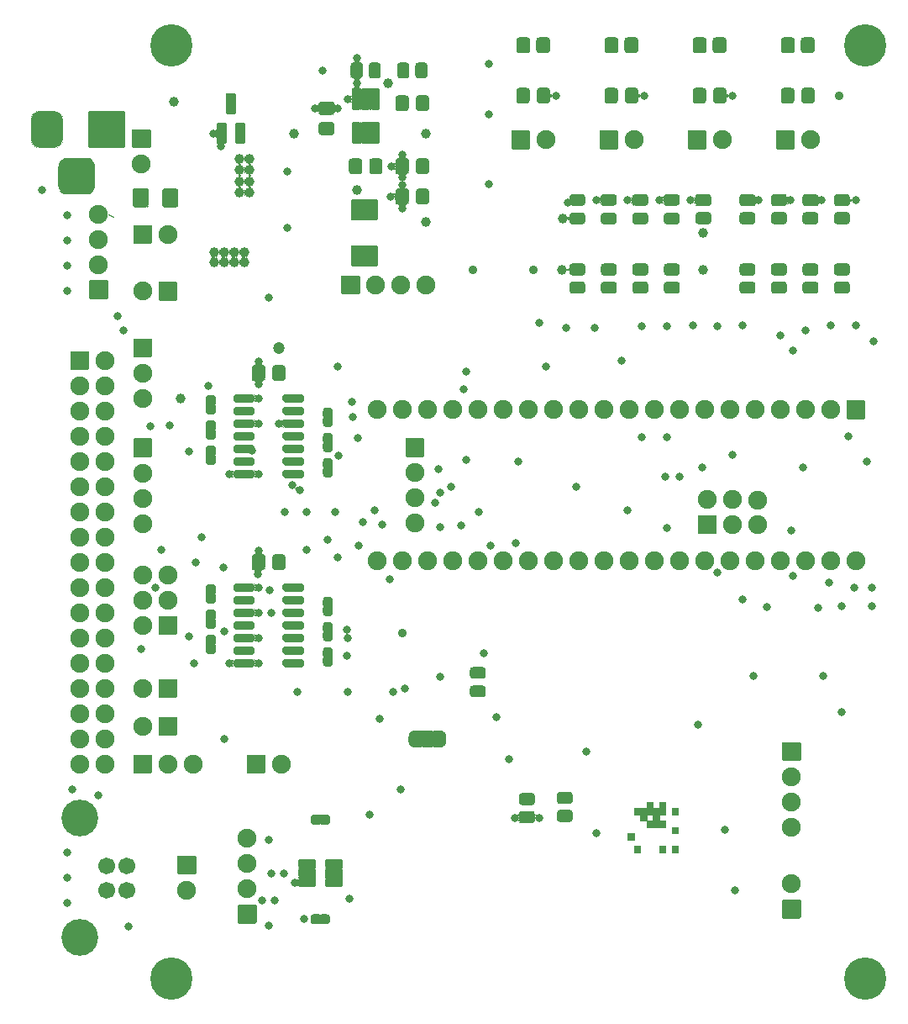
<source format=gbr>
G04 #@! TF.GenerationSoftware,KiCad,Pcbnew,(5.1.9)-1*
G04 #@! TF.CreationDate,2021-09-13T16:43:51+01:00*
G04 #@! TF.ProjectId,Greaseweazle F1 Plus Rev 1.1,47726561-7365-4776-9561-7a6c65204631,1*
G04 #@! TF.SameCoordinates,PX6312cb0PY6bcb370*
G04 #@! TF.FileFunction,Soldermask,Top*
G04 #@! TF.FilePolarity,Negative*
%FSLAX46Y46*%
G04 Gerber Fmt 4.6, Leading zero omitted, Abs format (unit mm)*
G04 Created by KiCad (PCBNEW (5.1.9)-1) date 2021-09-13 16:43:51*
%MOMM*%
%LPD*%
G01*
G04 APERTURE LIST*
%ADD10C,0.120000*%
%ADD11C,0.100000*%
%ADD12O,1.900000X1.900000*%
%ADD13C,4.264000*%
%ADD14C,1.900000*%
%ADD15C,1.701140*%
%ADD16C,3.700120*%
%ADD17C,0.800000*%
%ADD18C,1.000000*%
%ADD19C,0.900000*%
%ADD20C,1.200000*%
G04 APERTURE END LIST*
D10*
X-2667000Y55118000D02*
X-3175000Y55372000D01*
D11*
G36*
X54229000Y-6985000D02*
G01*
X53594000Y-6985000D01*
X53594000Y-6350000D01*
X54229000Y-6350000D01*
X54229000Y-6985000D01*
G37*
X54229000Y-6985000D02*
X53594000Y-6985000D01*
X53594000Y-6350000D01*
X54229000Y-6350000D01*
X54229000Y-6985000D01*
G36*
X52959000Y-8890000D02*
G01*
X52324000Y-8890000D01*
X52324000Y-8255000D01*
X52959000Y-8255000D01*
X52959000Y-8890000D01*
G37*
X52959000Y-8890000D02*
X52324000Y-8890000D01*
X52324000Y-8255000D01*
X52959000Y-8255000D01*
X52959000Y-8890000D01*
G36*
X50419000Y-8890000D02*
G01*
X49784000Y-8890000D01*
X49784000Y-8255000D01*
X50419000Y-8255000D01*
X50419000Y-8890000D01*
G37*
X50419000Y-8890000D02*
X49784000Y-8890000D01*
X49784000Y-8255000D01*
X50419000Y-8255000D01*
X50419000Y-8890000D01*
G36*
X49784000Y-7620000D02*
G01*
X49149000Y-7620000D01*
X49149000Y-6985000D01*
X49784000Y-6985000D01*
X49784000Y-7620000D01*
G37*
X49784000Y-7620000D02*
X49149000Y-7620000D01*
X49149000Y-6985000D01*
X49784000Y-6985000D01*
X49784000Y-7620000D01*
G36*
X50419000Y-5080000D02*
G01*
X49784000Y-5080000D01*
X49784000Y-4445000D01*
X50419000Y-4445000D01*
X50419000Y-5080000D01*
G37*
X50419000Y-5080000D02*
X49784000Y-5080000D01*
X49784000Y-4445000D01*
X50419000Y-4445000D01*
X50419000Y-5080000D01*
G36*
X51054000Y-5080000D02*
G01*
X50419000Y-5080000D01*
X50419000Y-4445000D01*
X51054000Y-4445000D01*
X51054000Y-5080000D01*
G37*
X51054000Y-5080000D02*
X50419000Y-5080000D01*
X50419000Y-4445000D01*
X51054000Y-4445000D01*
X51054000Y-5080000D01*
G36*
X51689000Y-4445000D02*
G01*
X51054000Y-4445000D01*
X51054000Y-3810000D01*
X51689000Y-3810000D01*
X51689000Y-4445000D01*
G37*
X51689000Y-4445000D02*
X51054000Y-4445000D01*
X51054000Y-3810000D01*
X51689000Y-3810000D01*
X51689000Y-4445000D01*
G36*
X51689000Y-5080000D02*
G01*
X51054000Y-5080000D01*
X51054000Y-4445000D01*
X51689000Y-4445000D01*
X51689000Y-5080000D01*
G37*
X51689000Y-5080000D02*
X51054000Y-5080000D01*
X51054000Y-4445000D01*
X51689000Y-4445000D01*
X51689000Y-5080000D01*
G36*
X52324000Y-5080000D02*
G01*
X51689000Y-5080000D01*
X51689000Y-4445000D01*
X52324000Y-4445000D01*
X52324000Y-5080000D01*
G37*
X52324000Y-5080000D02*
X51689000Y-5080000D01*
X51689000Y-4445000D01*
X52324000Y-4445000D01*
X52324000Y-5080000D01*
G36*
X52959000Y-5080000D02*
G01*
X52324000Y-5080000D01*
X52324000Y-4445000D01*
X52959000Y-4445000D01*
X52959000Y-5080000D01*
G37*
X52959000Y-5080000D02*
X52324000Y-5080000D01*
X52324000Y-4445000D01*
X52959000Y-4445000D01*
X52959000Y-5080000D01*
G36*
X52959000Y-4445000D02*
G01*
X52324000Y-4445000D01*
X52324000Y-3810000D01*
X52959000Y-3810000D01*
X52959000Y-4445000D01*
G37*
X52959000Y-4445000D02*
X52324000Y-4445000D01*
X52324000Y-3810000D01*
X52959000Y-3810000D01*
X52959000Y-4445000D01*
G36*
X54229000Y-8890000D02*
G01*
X53594000Y-8890000D01*
X53594000Y-8255000D01*
X54229000Y-8255000D01*
X54229000Y-8890000D01*
G37*
X54229000Y-8890000D02*
X53594000Y-8890000D01*
X53594000Y-8255000D01*
X54229000Y-8255000D01*
X54229000Y-8890000D01*
G36*
X54229000Y-5080000D02*
G01*
X53594000Y-5080000D01*
X53594000Y-4445000D01*
X54229000Y-4445000D01*
X54229000Y-5080000D01*
G37*
X54229000Y-5080000D02*
X53594000Y-5080000D01*
X53594000Y-4445000D01*
X54229000Y-4445000D01*
X54229000Y-5080000D01*
G36*
X51054000Y-5715000D02*
G01*
X50419000Y-5715000D01*
X50419000Y-5080000D01*
X51054000Y-5080000D01*
X51054000Y-5715000D01*
G37*
X51054000Y-5715000D02*
X50419000Y-5715000D01*
X50419000Y-5080000D01*
X51054000Y-5080000D01*
X51054000Y-5715000D01*
G36*
X51689000Y-6350000D02*
G01*
X51054000Y-6350000D01*
X51054000Y-5715000D01*
X51689000Y-5715000D01*
X51689000Y-6350000D01*
G37*
X51689000Y-6350000D02*
X51054000Y-6350000D01*
X51054000Y-5715000D01*
X51689000Y-5715000D01*
X51689000Y-6350000D01*
G36*
X52959000Y-6350000D02*
G01*
X52324000Y-6350000D01*
X52324000Y-5715000D01*
X52959000Y-5715000D01*
X52959000Y-6350000D01*
G37*
X52959000Y-6350000D02*
X52324000Y-6350000D01*
X52324000Y-5715000D01*
X52959000Y-5715000D01*
X52959000Y-6350000D01*
G36*
X52324000Y-6350000D02*
G01*
X51689000Y-6350000D01*
X51689000Y-5715000D01*
X52324000Y-5715000D01*
X52324000Y-6350000D01*
G37*
X52324000Y-6350000D02*
X51689000Y-6350000D01*
X51689000Y-5715000D01*
X52324000Y-5715000D01*
X52324000Y-6350000D01*
G36*
X52324000Y-5715000D02*
G01*
X51689000Y-5715000D01*
X51689000Y-5080000D01*
X52324000Y-5080000D01*
X52324000Y-5715000D01*
G37*
X52324000Y-5715000D02*
X51689000Y-5715000D01*
X51689000Y-5080000D01*
X52324000Y-5080000D01*
X52324000Y-5715000D01*
G36*
X52324000Y-5715000D02*
G01*
X51689000Y-5715000D01*
X51689000Y-5080000D01*
X52324000Y-5080000D01*
X52324000Y-5715000D01*
G37*
X52324000Y-5715000D02*
X51689000Y-5715000D01*
X51689000Y-5080000D01*
X52324000Y-5080000D01*
X52324000Y-5715000D01*
G36*
X52324000Y-6350000D02*
G01*
X51689000Y-6350000D01*
X51689000Y-5715000D01*
X52324000Y-5715000D01*
X52324000Y-6350000D01*
G37*
X52324000Y-6350000D02*
X51689000Y-6350000D01*
X51689000Y-5715000D01*
X52324000Y-5715000D01*
X52324000Y-6350000D01*
G36*
X52959000Y-6350000D02*
G01*
X52324000Y-6350000D01*
X52324000Y-5715000D01*
X52959000Y-5715000D01*
X52959000Y-6350000D01*
G37*
X52959000Y-6350000D02*
X52324000Y-6350000D01*
X52324000Y-5715000D01*
X52959000Y-5715000D01*
X52959000Y-6350000D01*
G36*
X51689000Y-6350000D02*
G01*
X51054000Y-6350000D01*
X51054000Y-5715000D01*
X51689000Y-5715000D01*
X51689000Y-6350000D01*
G37*
X51689000Y-6350000D02*
X51054000Y-6350000D01*
X51054000Y-5715000D01*
X51689000Y-5715000D01*
X51689000Y-6350000D01*
G36*
X51054000Y-5715000D02*
G01*
X50419000Y-5715000D01*
X50419000Y-5080000D01*
X51054000Y-5080000D01*
X51054000Y-5715000D01*
G37*
X51054000Y-5715000D02*
X50419000Y-5715000D01*
X50419000Y-5080000D01*
X51054000Y-5080000D01*
X51054000Y-5715000D01*
G36*
X54229000Y-5080000D02*
G01*
X53594000Y-5080000D01*
X53594000Y-4445000D01*
X54229000Y-4445000D01*
X54229000Y-5080000D01*
G37*
X54229000Y-5080000D02*
X53594000Y-5080000D01*
X53594000Y-4445000D01*
X54229000Y-4445000D01*
X54229000Y-5080000D01*
G36*
X54229000Y-8890000D02*
G01*
X53594000Y-8890000D01*
X53594000Y-8255000D01*
X54229000Y-8255000D01*
X54229000Y-8890000D01*
G37*
X54229000Y-8890000D02*
X53594000Y-8890000D01*
X53594000Y-8255000D01*
X54229000Y-8255000D01*
X54229000Y-8890000D01*
G36*
X52959000Y-4445000D02*
G01*
X52324000Y-4445000D01*
X52324000Y-3810000D01*
X52959000Y-3810000D01*
X52959000Y-4445000D01*
G37*
X52959000Y-4445000D02*
X52324000Y-4445000D01*
X52324000Y-3810000D01*
X52959000Y-3810000D01*
X52959000Y-4445000D01*
G36*
X52959000Y-5080000D02*
G01*
X52324000Y-5080000D01*
X52324000Y-4445000D01*
X52959000Y-4445000D01*
X52959000Y-5080000D01*
G37*
X52959000Y-5080000D02*
X52324000Y-5080000D01*
X52324000Y-4445000D01*
X52959000Y-4445000D01*
X52959000Y-5080000D01*
G36*
X52324000Y-5080000D02*
G01*
X51689000Y-5080000D01*
X51689000Y-4445000D01*
X52324000Y-4445000D01*
X52324000Y-5080000D01*
G37*
X52324000Y-5080000D02*
X51689000Y-5080000D01*
X51689000Y-4445000D01*
X52324000Y-4445000D01*
X52324000Y-5080000D01*
G36*
X51689000Y-5080000D02*
G01*
X51054000Y-5080000D01*
X51054000Y-4445000D01*
X51689000Y-4445000D01*
X51689000Y-5080000D01*
G37*
X51689000Y-5080000D02*
X51054000Y-5080000D01*
X51054000Y-4445000D01*
X51689000Y-4445000D01*
X51689000Y-5080000D01*
G36*
X51689000Y-4445000D02*
G01*
X51054000Y-4445000D01*
X51054000Y-3810000D01*
X51689000Y-3810000D01*
X51689000Y-4445000D01*
G37*
X51689000Y-4445000D02*
X51054000Y-4445000D01*
X51054000Y-3810000D01*
X51689000Y-3810000D01*
X51689000Y-4445000D01*
G36*
X51054000Y-5080000D02*
G01*
X50419000Y-5080000D01*
X50419000Y-4445000D01*
X51054000Y-4445000D01*
X51054000Y-5080000D01*
G37*
X51054000Y-5080000D02*
X50419000Y-5080000D01*
X50419000Y-4445000D01*
X51054000Y-4445000D01*
X51054000Y-5080000D01*
G36*
X50419000Y-5080000D02*
G01*
X49784000Y-5080000D01*
X49784000Y-4445000D01*
X50419000Y-4445000D01*
X50419000Y-5080000D01*
G37*
X50419000Y-5080000D02*
X49784000Y-5080000D01*
X49784000Y-4445000D01*
X50419000Y-4445000D01*
X50419000Y-5080000D01*
G36*
X49784000Y-7620000D02*
G01*
X49149000Y-7620000D01*
X49149000Y-6985000D01*
X49784000Y-6985000D01*
X49784000Y-7620000D01*
G37*
X49784000Y-7620000D02*
X49149000Y-7620000D01*
X49149000Y-6985000D01*
X49784000Y-6985000D01*
X49784000Y-7620000D01*
G36*
X50419000Y-8890000D02*
G01*
X49784000Y-8890000D01*
X49784000Y-8255000D01*
X50419000Y-8255000D01*
X50419000Y-8890000D01*
G37*
X50419000Y-8890000D02*
X49784000Y-8890000D01*
X49784000Y-8255000D01*
X50419000Y-8255000D01*
X50419000Y-8890000D01*
G36*
X52959000Y-8890000D02*
G01*
X52324000Y-8890000D01*
X52324000Y-8255000D01*
X52959000Y-8255000D01*
X52959000Y-8890000D01*
G37*
X52959000Y-8890000D02*
X52324000Y-8890000D01*
X52324000Y-8255000D01*
X52959000Y-8255000D01*
X52959000Y-8890000D01*
G36*
X54229000Y-6985000D02*
G01*
X53594000Y-6985000D01*
X53594000Y-6350000D01*
X54229000Y-6350000D01*
X54229000Y-6985000D01*
G37*
X54229000Y-6985000D02*
X53594000Y-6985000D01*
X53594000Y-6350000D01*
X54229000Y-6350000D01*
X54229000Y-6985000D01*
D10*
X-2667000Y55118000D02*
X-3175000Y55372000D01*
D11*
G36*
X54229000Y-6985000D02*
G01*
X53594000Y-6985000D01*
X53594000Y-6350000D01*
X54229000Y-6350000D01*
X54229000Y-6985000D01*
G37*
X54229000Y-6985000D02*
X53594000Y-6985000D01*
X53594000Y-6350000D01*
X54229000Y-6350000D01*
X54229000Y-6985000D01*
G36*
X52959000Y-8890000D02*
G01*
X52324000Y-8890000D01*
X52324000Y-8255000D01*
X52959000Y-8255000D01*
X52959000Y-8890000D01*
G37*
X52959000Y-8890000D02*
X52324000Y-8890000D01*
X52324000Y-8255000D01*
X52959000Y-8255000D01*
X52959000Y-8890000D01*
G36*
X50419000Y-8890000D02*
G01*
X49784000Y-8890000D01*
X49784000Y-8255000D01*
X50419000Y-8255000D01*
X50419000Y-8890000D01*
G37*
X50419000Y-8890000D02*
X49784000Y-8890000D01*
X49784000Y-8255000D01*
X50419000Y-8255000D01*
X50419000Y-8890000D01*
G36*
X49784000Y-7620000D02*
G01*
X49149000Y-7620000D01*
X49149000Y-6985000D01*
X49784000Y-6985000D01*
X49784000Y-7620000D01*
G37*
X49784000Y-7620000D02*
X49149000Y-7620000D01*
X49149000Y-6985000D01*
X49784000Y-6985000D01*
X49784000Y-7620000D01*
G36*
X50419000Y-5080000D02*
G01*
X49784000Y-5080000D01*
X49784000Y-4445000D01*
X50419000Y-4445000D01*
X50419000Y-5080000D01*
G37*
X50419000Y-5080000D02*
X49784000Y-5080000D01*
X49784000Y-4445000D01*
X50419000Y-4445000D01*
X50419000Y-5080000D01*
G36*
X51054000Y-5080000D02*
G01*
X50419000Y-5080000D01*
X50419000Y-4445000D01*
X51054000Y-4445000D01*
X51054000Y-5080000D01*
G37*
X51054000Y-5080000D02*
X50419000Y-5080000D01*
X50419000Y-4445000D01*
X51054000Y-4445000D01*
X51054000Y-5080000D01*
G36*
X51689000Y-4445000D02*
G01*
X51054000Y-4445000D01*
X51054000Y-3810000D01*
X51689000Y-3810000D01*
X51689000Y-4445000D01*
G37*
X51689000Y-4445000D02*
X51054000Y-4445000D01*
X51054000Y-3810000D01*
X51689000Y-3810000D01*
X51689000Y-4445000D01*
G36*
X51689000Y-5080000D02*
G01*
X51054000Y-5080000D01*
X51054000Y-4445000D01*
X51689000Y-4445000D01*
X51689000Y-5080000D01*
G37*
X51689000Y-5080000D02*
X51054000Y-5080000D01*
X51054000Y-4445000D01*
X51689000Y-4445000D01*
X51689000Y-5080000D01*
G36*
X52324000Y-5080000D02*
G01*
X51689000Y-5080000D01*
X51689000Y-4445000D01*
X52324000Y-4445000D01*
X52324000Y-5080000D01*
G37*
X52324000Y-5080000D02*
X51689000Y-5080000D01*
X51689000Y-4445000D01*
X52324000Y-4445000D01*
X52324000Y-5080000D01*
G36*
X52959000Y-5080000D02*
G01*
X52324000Y-5080000D01*
X52324000Y-4445000D01*
X52959000Y-4445000D01*
X52959000Y-5080000D01*
G37*
X52959000Y-5080000D02*
X52324000Y-5080000D01*
X52324000Y-4445000D01*
X52959000Y-4445000D01*
X52959000Y-5080000D01*
G36*
X52959000Y-4445000D02*
G01*
X52324000Y-4445000D01*
X52324000Y-3810000D01*
X52959000Y-3810000D01*
X52959000Y-4445000D01*
G37*
X52959000Y-4445000D02*
X52324000Y-4445000D01*
X52324000Y-3810000D01*
X52959000Y-3810000D01*
X52959000Y-4445000D01*
G36*
X54229000Y-8890000D02*
G01*
X53594000Y-8890000D01*
X53594000Y-8255000D01*
X54229000Y-8255000D01*
X54229000Y-8890000D01*
G37*
X54229000Y-8890000D02*
X53594000Y-8890000D01*
X53594000Y-8255000D01*
X54229000Y-8255000D01*
X54229000Y-8890000D01*
G36*
X54229000Y-5080000D02*
G01*
X53594000Y-5080000D01*
X53594000Y-4445000D01*
X54229000Y-4445000D01*
X54229000Y-5080000D01*
G37*
X54229000Y-5080000D02*
X53594000Y-5080000D01*
X53594000Y-4445000D01*
X54229000Y-4445000D01*
X54229000Y-5080000D01*
G36*
X51054000Y-5715000D02*
G01*
X50419000Y-5715000D01*
X50419000Y-5080000D01*
X51054000Y-5080000D01*
X51054000Y-5715000D01*
G37*
X51054000Y-5715000D02*
X50419000Y-5715000D01*
X50419000Y-5080000D01*
X51054000Y-5080000D01*
X51054000Y-5715000D01*
G36*
X51689000Y-6350000D02*
G01*
X51054000Y-6350000D01*
X51054000Y-5715000D01*
X51689000Y-5715000D01*
X51689000Y-6350000D01*
G37*
X51689000Y-6350000D02*
X51054000Y-6350000D01*
X51054000Y-5715000D01*
X51689000Y-5715000D01*
X51689000Y-6350000D01*
G36*
X52959000Y-6350000D02*
G01*
X52324000Y-6350000D01*
X52324000Y-5715000D01*
X52959000Y-5715000D01*
X52959000Y-6350000D01*
G37*
X52959000Y-6350000D02*
X52324000Y-6350000D01*
X52324000Y-5715000D01*
X52959000Y-5715000D01*
X52959000Y-6350000D01*
G36*
X52324000Y-6350000D02*
G01*
X51689000Y-6350000D01*
X51689000Y-5715000D01*
X52324000Y-5715000D01*
X52324000Y-6350000D01*
G37*
X52324000Y-6350000D02*
X51689000Y-6350000D01*
X51689000Y-5715000D01*
X52324000Y-5715000D01*
X52324000Y-6350000D01*
G36*
X52324000Y-5715000D02*
G01*
X51689000Y-5715000D01*
X51689000Y-5080000D01*
X52324000Y-5080000D01*
X52324000Y-5715000D01*
G37*
X52324000Y-5715000D02*
X51689000Y-5715000D01*
X51689000Y-5080000D01*
X52324000Y-5080000D01*
X52324000Y-5715000D01*
G36*
X52324000Y-5715000D02*
G01*
X51689000Y-5715000D01*
X51689000Y-5080000D01*
X52324000Y-5080000D01*
X52324000Y-5715000D01*
G37*
X52324000Y-5715000D02*
X51689000Y-5715000D01*
X51689000Y-5080000D01*
X52324000Y-5080000D01*
X52324000Y-5715000D01*
G36*
X52324000Y-6350000D02*
G01*
X51689000Y-6350000D01*
X51689000Y-5715000D01*
X52324000Y-5715000D01*
X52324000Y-6350000D01*
G37*
X52324000Y-6350000D02*
X51689000Y-6350000D01*
X51689000Y-5715000D01*
X52324000Y-5715000D01*
X52324000Y-6350000D01*
G36*
X52959000Y-6350000D02*
G01*
X52324000Y-6350000D01*
X52324000Y-5715000D01*
X52959000Y-5715000D01*
X52959000Y-6350000D01*
G37*
X52959000Y-6350000D02*
X52324000Y-6350000D01*
X52324000Y-5715000D01*
X52959000Y-5715000D01*
X52959000Y-6350000D01*
G36*
X51689000Y-6350000D02*
G01*
X51054000Y-6350000D01*
X51054000Y-5715000D01*
X51689000Y-5715000D01*
X51689000Y-6350000D01*
G37*
X51689000Y-6350000D02*
X51054000Y-6350000D01*
X51054000Y-5715000D01*
X51689000Y-5715000D01*
X51689000Y-6350000D01*
G36*
X51054000Y-5715000D02*
G01*
X50419000Y-5715000D01*
X50419000Y-5080000D01*
X51054000Y-5080000D01*
X51054000Y-5715000D01*
G37*
X51054000Y-5715000D02*
X50419000Y-5715000D01*
X50419000Y-5080000D01*
X51054000Y-5080000D01*
X51054000Y-5715000D01*
G36*
X54229000Y-5080000D02*
G01*
X53594000Y-5080000D01*
X53594000Y-4445000D01*
X54229000Y-4445000D01*
X54229000Y-5080000D01*
G37*
X54229000Y-5080000D02*
X53594000Y-5080000D01*
X53594000Y-4445000D01*
X54229000Y-4445000D01*
X54229000Y-5080000D01*
G36*
X54229000Y-8890000D02*
G01*
X53594000Y-8890000D01*
X53594000Y-8255000D01*
X54229000Y-8255000D01*
X54229000Y-8890000D01*
G37*
X54229000Y-8890000D02*
X53594000Y-8890000D01*
X53594000Y-8255000D01*
X54229000Y-8255000D01*
X54229000Y-8890000D01*
G36*
X52959000Y-4445000D02*
G01*
X52324000Y-4445000D01*
X52324000Y-3810000D01*
X52959000Y-3810000D01*
X52959000Y-4445000D01*
G37*
X52959000Y-4445000D02*
X52324000Y-4445000D01*
X52324000Y-3810000D01*
X52959000Y-3810000D01*
X52959000Y-4445000D01*
G36*
X52959000Y-5080000D02*
G01*
X52324000Y-5080000D01*
X52324000Y-4445000D01*
X52959000Y-4445000D01*
X52959000Y-5080000D01*
G37*
X52959000Y-5080000D02*
X52324000Y-5080000D01*
X52324000Y-4445000D01*
X52959000Y-4445000D01*
X52959000Y-5080000D01*
G36*
X52324000Y-5080000D02*
G01*
X51689000Y-5080000D01*
X51689000Y-4445000D01*
X52324000Y-4445000D01*
X52324000Y-5080000D01*
G37*
X52324000Y-5080000D02*
X51689000Y-5080000D01*
X51689000Y-4445000D01*
X52324000Y-4445000D01*
X52324000Y-5080000D01*
G36*
X51689000Y-5080000D02*
G01*
X51054000Y-5080000D01*
X51054000Y-4445000D01*
X51689000Y-4445000D01*
X51689000Y-5080000D01*
G37*
X51689000Y-5080000D02*
X51054000Y-5080000D01*
X51054000Y-4445000D01*
X51689000Y-4445000D01*
X51689000Y-5080000D01*
G36*
X51689000Y-4445000D02*
G01*
X51054000Y-4445000D01*
X51054000Y-3810000D01*
X51689000Y-3810000D01*
X51689000Y-4445000D01*
G37*
X51689000Y-4445000D02*
X51054000Y-4445000D01*
X51054000Y-3810000D01*
X51689000Y-3810000D01*
X51689000Y-4445000D01*
G36*
X51054000Y-5080000D02*
G01*
X50419000Y-5080000D01*
X50419000Y-4445000D01*
X51054000Y-4445000D01*
X51054000Y-5080000D01*
G37*
X51054000Y-5080000D02*
X50419000Y-5080000D01*
X50419000Y-4445000D01*
X51054000Y-4445000D01*
X51054000Y-5080000D01*
G36*
X50419000Y-5080000D02*
G01*
X49784000Y-5080000D01*
X49784000Y-4445000D01*
X50419000Y-4445000D01*
X50419000Y-5080000D01*
G37*
X50419000Y-5080000D02*
X49784000Y-5080000D01*
X49784000Y-4445000D01*
X50419000Y-4445000D01*
X50419000Y-5080000D01*
G36*
X49784000Y-7620000D02*
G01*
X49149000Y-7620000D01*
X49149000Y-6985000D01*
X49784000Y-6985000D01*
X49784000Y-7620000D01*
G37*
X49784000Y-7620000D02*
X49149000Y-7620000D01*
X49149000Y-6985000D01*
X49784000Y-6985000D01*
X49784000Y-7620000D01*
G36*
X50419000Y-8890000D02*
G01*
X49784000Y-8890000D01*
X49784000Y-8255000D01*
X50419000Y-8255000D01*
X50419000Y-8890000D01*
G37*
X50419000Y-8890000D02*
X49784000Y-8890000D01*
X49784000Y-8255000D01*
X50419000Y-8255000D01*
X50419000Y-8890000D01*
G36*
X52959000Y-8890000D02*
G01*
X52324000Y-8890000D01*
X52324000Y-8255000D01*
X52959000Y-8255000D01*
X52959000Y-8890000D01*
G37*
X52959000Y-8890000D02*
X52324000Y-8890000D01*
X52324000Y-8255000D01*
X52959000Y-8255000D01*
X52959000Y-8890000D01*
G36*
X54229000Y-6985000D02*
G01*
X53594000Y-6985000D01*
X53594000Y-6350000D01*
X54229000Y-6350000D01*
X54229000Y-6985000D01*
G37*
X54229000Y-6985000D02*
X53594000Y-6985000D01*
X53594000Y-6350000D01*
X54229000Y-6350000D01*
X54229000Y-6985000D01*
D12*
X4699000Y-12700000D03*
G36*
G01*
X3749000Y-11010000D02*
X3749000Y-9310000D01*
G75*
G02*
X3849000Y-9210000I100000J0D01*
G01*
X5549000Y-9210000D01*
G75*
G02*
X5649000Y-9310000I0J-100000D01*
G01*
X5649000Y-11010000D01*
G75*
G02*
X5549000Y-11110000I-100000J0D01*
G01*
X3849000Y-11110000D01*
G75*
G02*
X3749000Y-11010000I0J100000D01*
G01*
G37*
X127000Y60452000D03*
G36*
G01*
X-823000Y62142000D02*
X-823000Y63842000D01*
G75*
G02*
X-723000Y63942000I100000J0D01*
G01*
X977000Y63942000D01*
G75*
G02*
X1077000Y63842000I0J-100000D01*
G01*
X1077000Y62142000D01*
G75*
G02*
X977000Y62042000I-100000J0D01*
G01*
X-723000Y62042000D01*
G75*
G02*
X-823000Y62142000I0J100000D01*
G01*
G37*
X28829000Y48260000D03*
X26289000Y48260000D03*
X23749000Y48260000D03*
G36*
G01*
X22059000Y47310000D02*
X20359000Y47310000D01*
G75*
G02*
X20259000Y47410000I0J100000D01*
G01*
X20259000Y49110000D01*
G75*
G02*
X20359000Y49210000I100000J0D01*
G01*
X22059000Y49210000D01*
G75*
G02*
X22159000Y49110000I0J-100000D01*
G01*
X22159000Y47410000D01*
G75*
G02*
X22059000Y47310000I-100000J0D01*
G01*
G37*
X5334000Y0D03*
X2794000Y0D03*
G36*
G01*
X1104000Y-950000D02*
X-596000Y-950000D01*
G75*
G02*
X-696000Y-850000I0J100000D01*
G01*
X-696000Y850000D01*
G75*
G02*
X-596000Y950000I100000J0D01*
G01*
X1104000Y950000D01*
G75*
G02*
X1204000Y850000I0J-100000D01*
G01*
X1204000Y-850000D01*
G75*
G02*
X1104000Y-950000I-100000J0D01*
G01*
G37*
X14224000Y0D03*
G36*
G01*
X12534000Y-950000D02*
X10834000Y-950000D01*
G75*
G02*
X10734000Y-850000I0J100000D01*
G01*
X10734000Y850000D01*
G75*
G02*
X10834000Y950000I100000J0D01*
G01*
X12534000Y950000D01*
G75*
G02*
X12634000Y850000I0J-100000D01*
G01*
X12634000Y-850000D01*
G75*
G02*
X12534000Y-950000I-100000J0D01*
G01*
G37*
D13*
X73114000Y-21584600D03*
X3114000Y-21584600D03*
X73114000Y72415400D03*
X3114000Y72415400D03*
G36*
G01*
X29556000Y3290000D02*
X29556000Y1790000D01*
G75*
G02*
X29456000Y1690000I-100000J0D01*
G01*
X28456000Y1690000D01*
G75*
G02*
X28356000Y1790000I0J100000D01*
G01*
X28356000Y3290000D01*
G75*
G02*
X28456000Y3390000I100000J0D01*
G01*
X29456000Y3390000D01*
G75*
G02*
X29556000Y3290000I0J-100000D01*
G01*
G37*
D11*
G36*
X27649886Y1690602D02*
G01*
X27631466Y1690602D01*
X27621663Y1691084D01*
X27572832Y1695894D01*
X27563127Y1697333D01*
X27515002Y1706905D01*
X27505481Y1709290D01*
X27458526Y1723534D01*
X27449288Y1726840D01*
X27403955Y1745617D01*
X27395081Y1749814D01*
X27351808Y1772945D01*
X27343393Y1777988D01*
X27302594Y1805248D01*
X27294710Y1811095D01*
X27256781Y1842223D01*
X27249510Y1848813D01*
X27214813Y1883510D01*
X27208223Y1890781D01*
X27177095Y1928710D01*
X27171248Y1936594D01*
X27143988Y1977393D01*
X27138945Y1985808D01*
X27115814Y2029081D01*
X27111617Y2037955D01*
X27092840Y2083288D01*
X27089534Y2092526D01*
X27075290Y2139481D01*
X27072905Y2149002D01*
X27063333Y2197127D01*
X27061894Y2206832D01*
X27057084Y2255663D01*
X27056602Y2265466D01*
X27056602Y2283886D01*
X27056000Y2290000D01*
X27056000Y2790000D01*
X27056602Y2796114D01*
X27056602Y2814534D01*
X27057084Y2824337D01*
X27061894Y2873168D01*
X27063333Y2882873D01*
X27072905Y2930998D01*
X27075290Y2940519D01*
X27089534Y2987474D01*
X27092840Y2996712D01*
X27111617Y3042045D01*
X27115814Y3050919D01*
X27138945Y3094192D01*
X27143988Y3102607D01*
X27171248Y3143406D01*
X27177095Y3151290D01*
X27208223Y3189219D01*
X27214813Y3196490D01*
X27249510Y3231187D01*
X27256781Y3237777D01*
X27294710Y3268905D01*
X27302594Y3274752D01*
X27343393Y3302012D01*
X27351808Y3307055D01*
X27395081Y3330186D01*
X27403955Y3334383D01*
X27449288Y3353160D01*
X27458526Y3356466D01*
X27505481Y3370710D01*
X27515002Y3373095D01*
X27563127Y3382667D01*
X27572832Y3384106D01*
X27621663Y3388916D01*
X27631466Y3389398D01*
X27649886Y3389398D01*
X27656000Y3390000D01*
X28206000Y3390000D01*
X28225509Y3388079D01*
X28244268Y3382388D01*
X28261557Y3373147D01*
X28276711Y3360711D01*
X28289147Y3345557D01*
X28298388Y3328268D01*
X28304079Y3309509D01*
X28306000Y3290000D01*
X28306000Y1790000D01*
X28304079Y1770491D01*
X28298388Y1751732D01*
X28289147Y1734443D01*
X28276711Y1719289D01*
X28261557Y1706853D01*
X28244268Y1697612D01*
X28225509Y1691921D01*
X28206000Y1690000D01*
X27656000Y1690000D01*
X27649886Y1690602D01*
G37*
G36*
X29686491Y1691921D02*
G01*
X29667732Y1697612D01*
X29650443Y1706853D01*
X29635289Y1719289D01*
X29622853Y1734443D01*
X29613612Y1751732D01*
X29607921Y1770491D01*
X29606000Y1790000D01*
X29606000Y3290000D01*
X29607921Y3309509D01*
X29613612Y3328268D01*
X29622853Y3345557D01*
X29635289Y3360711D01*
X29650443Y3373147D01*
X29667732Y3382388D01*
X29686491Y3388079D01*
X29706000Y3390000D01*
X30256000Y3390000D01*
X30262114Y3389398D01*
X30280534Y3389398D01*
X30290337Y3388916D01*
X30339168Y3384106D01*
X30348873Y3382667D01*
X30396998Y3373095D01*
X30406519Y3370710D01*
X30453474Y3356466D01*
X30462712Y3353160D01*
X30508045Y3334383D01*
X30516919Y3330186D01*
X30560192Y3307055D01*
X30568607Y3302012D01*
X30609406Y3274752D01*
X30617290Y3268905D01*
X30655219Y3237777D01*
X30662490Y3231187D01*
X30697187Y3196490D01*
X30703777Y3189219D01*
X30734905Y3151290D01*
X30740752Y3143406D01*
X30768012Y3102607D01*
X30773055Y3094192D01*
X30796186Y3050919D01*
X30800383Y3042045D01*
X30819160Y2996712D01*
X30822466Y2987474D01*
X30836710Y2940519D01*
X30839095Y2930998D01*
X30848667Y2882873D01*
X30850106Y2873168D01*
X30854916Y2824337D01*
X30855398Y2814534D01*
X30855398Y2796114D01*
X30856000Y2790000D01*
X30856000Y2290000D01*
X30855398Y2283886D01*
X30855398Y2265466D01*
X30854916Y2255663D01*
X30850106Y2206832D01*
X30848667Y2197127D01*
X30839095Y2149002D01*
X30836710Y2139481D01*
X30822466Y2092526D01*
X30819160Y2083288D01*
X30800383Y2037955D01*
X30796186Y2029081D01*
X30773055Y1985808D01*
X30768012Y1977393D01*
X30740752Y1936594D01*
X30734905Y1928710D01*
X30703777Y1890781D01*
X30697187Y1883510D01*
X30662490Y1848813D01*
X30655219Y1842223D01*
X30617290Y1811095D01*
X30609406Y1805248D01*
X30568607Y1777988D01*
X30560192Y1772945D01*
X30516919Y1749814D01*
X30508045Y1745617D01*
X30462712Y1726840D01*
X30453474Y1723534D01*
X30406519Y1709290D01*
X30396998Y1706905D01*
X30348873Y1697333D01*
X30339168Y1695894D01*
X30290337Y1691084D01*
X30280534Y1690602D01*
X30262114Y1690602D01*
X30256000Y1690000D01*
X29706000Y1690000D01*
X29686491Y1691921D01*
G37*
G36*
X18799057Y-15121301D02*
G01*
X18808267Y-15121301D01*
X18818070Y-15121783D01*
X18842486Y-15124188D01*
X18852191Y-15125627D01*
X18876253Y-15130413D01*
X18885775Y-15132798D01*
X18909252Y-15139920D01*
X18918490Y-15143226D01*
X18941157Y-15152615D01*
X18950028Y-15156811D01*
X18971665Y-15168376D01*
X18980083Y-15173421D01*
X19000482Y-15187051D01*
X19008364Y-15192897D01*
X19027329Y-15208461D01*
X19034601Y-15215051D01*
X19051949Y-15232399D01*
X19058539Y-15239671D01*
X19074103Y-15258636D01*
X19079949Y-15266518D01*
X19093579Y-15286917D01*
X19098624Y-15295335D01*
X19110189Y-15316972D01*
X19114385Y-15325843D01*
X19123774Y-15348510D01*
X19127080Y-15357748D01*
X19134202Y-15381225D01*
X19136587Y-15390747D01*
X19141373Y-15414809D01*
X19142812Y-15424514D01*
X19145217Y-15448930D01*
X19145699Y-15458733D01*
X19145699Y-15483267D01*
X19145382Y-15489725D01*
X19146000Y-15496000D01*
X19146000Y-15746000D01*
X19145382Y-15752275D01*
X19145699Y-15758733D01*
X19145699Y-15783267D01*
X19145217Y-15793070D01*
X19142812Y-15817486D01*
X19141373Y-15827191D01*
X19136587Y-15851253D01*
X19134202Y-15860775D01*
X19127080Y-15884252D01*
X19123774Y-15893490D01*
X19114385Y-15916157D01*
X19110189Y-15925028D01*
X19098624Y-15946665D01*
X19093579Y-15955083D01*
X19079949Y-15975482D01*
X19074103Y-15983364D01*
X19058539Y-16002329D01*
X19051949Y-16009601D01*
X19034601Y-16026949D01*
X19027329Y-16033539D01*
X19008364Y-16049103D01*
X19000482Y-16054949D01*
X18980083Y-16068579D01*
X18971665Y-16073624D01*
X18950028Y-16085189D01*
X18941157Y-16089385D01*
X18918490Y-16098774D01*
X18909252Y-16102080D01*
X18885775Y-16109202D01*
X18876253Y-16111587D01*
X18852191Y-16116373D01*
X18842486Y-16117812D01*
X18818070Y-16120217D01*
X18808267Y-16120699D01*
X18799057Y-16120699D01*
X18796000Y-16121000D01*
X18296000Y-16121000D01*
X18276491Y-16119079D01*
X18257732Y-16113388D01*
X18240443Y-16104147D01*
X18225289Y-16091711D01*
X18212853Y-16076557D01*
X18203612Y-16059268D01*
X18197921Y-16040509D01*
X18196000Y-16021000D01*
X18196000Y-15221000D01*
X18197921Y-15201491D01*
X18203612Y-15182732D01*
X18212853Y-15165443D01*
X18225289Y-15150289D01*
X18240443Y-15137853D01*
X18257732Y-15128612D01*
X18276491Y-15122921D01*
X18296000Y-15121000D01*
X18796000Y-15121000D01*
X18799057Y-15121301D01*
G37*
G36*
X18045509Y-15122921D02*
G01*
X18064268Y-15128612D01*
X18081557Y-15137853D01*
X18096711Y-15150289D01*
X18109147Y-15165443D01*
X18118388Y-15182732D01*
X18124079Y-15201491D01*
X18126000Y-15221000D01*
X18126000Y-16021000D01*
X18124079Y-16040509D01*
X18118388Y-16059268D01*
X18109147Y-16076557D01*
X18096711Y-16091711D01*
X18081557Y-16104147D01*
X18064268Y-16113388D01*
X18045509Y-16119079D01*
X18026000Y-16121000D01*
X17526000Y-16121000D01*
X17522943Y-16120699D01*
X17513733Y-16120699D01*
X17503930Y-16120217D01*
X17479514Y-16117812D01*
X17469809Y-16116373D01*
X17445747Y-16111587D01*
X17436225Y-16109202D01*
X17412748Y-16102080D01*
X17403510Y-16098774D01*
X17380843Y-16089385D01*
X17371972Y-16085189D01*
X17350335Y-16073624D01*
X17341917Y-16068579D01*
X17321518Y-16054949D01*
X17313636Y-16049103D01*
X17294671Y-16033539D01*
X17287399Y-16026949D01*
X17270051Y-16009601D01*
X17263461Y-16002329D01*
X17247897Y-15983364D01*
X17242051Y-15975482D01*
X17228421Y-15955083D01*
X17223376Y-15946665D01*
X17211811Y-15925028D01*
X17207615Y-15916157D01*
X17198226Y-15893490D01*
X17194920Y-15884252D01*
X17187798Y-15860775D01*
X17185413Y-15851253D01*
X17180627Y-15827191D01*
X17179188Y-15817486D01*
X17176783Y-15793070D01*
X17176301Y-15783267D01*
X17176301Y-15758733D01*
X17176618Y-15752275D01*
X17176000Y-15746000D01*
X17176000Y-15496000D01*
X17176618Y-15489725D01*
X17176301Y-15483267D01*
X17176301Y-15458733D01*
X17176783Y-15448930D01*
X17179188Y-15424514D01*
X17180627Y-15414809D01*
X17185413Y-15390747D01*
X17187798Y-15381225D01*
X17194920Y-15357748D01*
X17198226Y-15348510D01*
X17207615Y-15325843D01*
X17211811Y-15316972D01*
X17223376Y-15295335D01*
X17228421Y-15286917D01*
X17242051Y-15266518D01*
X17247897Y-15258636D01*
X17263461Y-15239671D01*
X17270051Y-15232399D01*
X17287399Y-15215051D01*
X17294671Y-15208461D01*
X17313636Y-15192897D01*
X17321518Y-15187051D01*
X17341917Y-15173421D01*
X17350335Y-15168376D01*
X17371972Y-15156811D01*
X17380843Y-15152615D01*
X17403510Y-15143226D01*
X17412748Y-15139920D01*
X17436225Y-15132798D01*
X17445747Y-15130413D01*
X17469809Y-15125627D01*
X17479514Y-15124188D01*
X17503930Y-15121783D01*
X17513733Y-15121301D01*
X17522943Y-15121301D01*
X17526000Y-15121000D01*
X18026000Y-15121000D01*
X18045509Y-15122921D01*
G37*
G36*
X18799057Y-5088301D02*
G01*
X18808267Y-5088301D01*
X18818070Y-5088783D01*
X18842486Y-5091188D01*
X18852191Y-5092627D01*
X18876253Y-5097413D01*
X18885775Y-5099798D01*
X18909252Y-5106920D01*
X18918490Y-5110226D01*
X18941157Y-5119615D01*
X18950028Y-5123811D01*
X18971665Y-5135376D01*
X18980083Y-5140421D01*
X19000482Y-5154051D01*
X19008364Y-5159897D01*
X19027329Y-5175461D01*
X19034601Y-5182051D01*
X19051949Y-5199399D01*
X19058539Y-5206671D01*
X19074103Y-5225636D01*
X19079949Y-5233518D01*
X19093579Y-5253917D01*
X19098624Y-5262335D01*
X19110189Y-5283972D01*
X19114385Y-5292843D01*
X19123774Y-5315510D01*
X19127080Y-5324748D01*
X19134202Y-5348225D01*
X19136587Y-5357747D01*
X19141373Y-5381809D01*
X19142812Y-5391514D01*
X19145217Y-5415930D01*
X19145699Y-5425733D01*
X19145699Y-5450267D01*
X19145382Y-5456725D01*
X19146000Y-5463000D01*
X19146000Y-5713000D01*
X19145382Y-5719275D01*
X19145699Y-5725733D01*
X19145699Y-5750267D01*
X19145217Y-5760070D01*
X19142812Y-5784486D01*
X19141373Y-5794191D01*
X19136587Y-5818253D01*
X19134202Y-5827775D01*
X19127080Y-5851252D01*
X19123774Y-5860490D01*
X19114385Y-5883157D01*
X19110189Y-5892028D01*
X19098624Y-5913665D01*
X19093579Y-5922083D01*
X19079949Y-5942482D01*
X19074103Y-5950364D01*
X19058539Y-5969329D01*
X19051949Y-5976601D01*
X19034601Y-5993949D01*
X19027329Y-6000539D01*
X19008364Y-6016103D01*
X19000482Y-6021949D01*
X18980083Y-6035579D01*
X18971665Y-6040624D01*
X18950028Y-6052189D01*
X18941157Y-6056385D01*
X18918490Y-6065774D01*
X18909252Y-6069080D01*
X18885775Y-6076202D01*
X18876253Y-6078587D01*
X18852191Y-6083373D01*
X18842486Y-6084812D01*
X18818070Y-6087217D01*
X18808267Y-6087699D01*
X18799057Y-6087699D01*
X18796000Y-6088000D01*
X18296000Y-6088000D01*
X18276491Y-6086079D01*
X18257732Y-6080388D01*
X18240443Y-6071147D01*
X18225289Y-6058711D01*
X18212853Y-6043557D01*
X18203612Y-6026268D01*
X18197921Y-6007509D01*
X18196000Y-5988000D01*
X18196000Y-5188000D01*
X18197921Y-5168491D01*
X18203612Y-5149732D01*
X18212853Y-5132443D01*
X18225289Y-5117289D01*
X18240443Y-5104853D01*
X18257732Y-5095612D01*
X18276491Y-5089921D01*
X18296000Y-5088000D01*
X18796000Y-5088000D01*
X18799057Y-5088301D01*
G37*
G36*
X18045509Y-5089921D02*
G01*
X18064268Y-5095612D01*
X18081557Y-5104853D01*
X18096711Y-5117289D01*
X18109147Y-5132443D01*
X18118388Y-5149732D01*
X18124079Y-5168491D01*
X18126000Y-5188000D01*
X18126000Y-5988000D01*
X18124079Y-6007509D01*
X18118388Y-6026268D01*
X18109147Y-6043557D01*
X18096711Y-6058711D01*
X18081557Y-6071147D01*
X18064268Y-6080388D01*
X18045509Y-6086079D01*
X18026000Y-6088000D01*
X17526000Y-6088000D01*
X17522943Y-6087699D01*
X17513733Y-6087699D01*
X17503930Y-6087217D01*
X17479514Y-6084812D01*
X17469809Y-6083373D01*
X17445747Y-6078587D01*
X17436225Y-6076202D01*
X17412748Y-6069080D01*
X17403510Y-6065774D01*
X17380843Y-6056385D01*
X17371972Y-6052189D01*
X17350335Y-6040624D01*
X17341917Y-6035579D01*
X17321518Y-6021949D01*
X17313636Y-6016103D01*
X17294671Y-6000539D01*
X17287399Y-5993949D01*
X17270051Y-5976601D01*
X17263461Y-5969329D01*
X17247897Y-5950364D01*
X17242051Y-5942482D01*
X17228421Y-5922083D01*
X17223376Y-5913665D01*
X17211811Y-5892028D01*
X17207615Y-5883157D01*
X17198226Y-5860490D01*
X17194920Y-5851252D01*
X17187798Y-5827775D01*
X17185413Y-5818253D01*
X17180627Y-5794191D01*
X17179188Y-5784486D01*
X17176783Y-5760070D01*
X17176301Y-5750267D01*
X17176301Y-5725733D01*
X17176618Y-5719275D01*
X17176000Y-5713000D01*
X17176000Y-5463000D01*
X17176618Y-5456725D01*
X17176301Y-5450267D01*
X17176301Y-5425733D01*
X17176783Y-5415930D01*
X17179188Y-5391514D01*
X17180627Y-5381809D01*
X17185413Y-5357747D01*
X17187798Y-5348225D01*
X17194920Y-5324748D01*
X17198226Y-5315510D01*
X17207615Y-5292843D01*
X17211811Y-5283972D01*
X17223376Y-5262335D01*
X17228421Y-5253917D01*
X17242051Y-5233518D01*
X17247897Y-5225636D01*
X17263461Y-5206671D01*
X17270051Y-5199399D01*
X17287399Y-5182051D01*
X17294671Y-5175461D01*
X17313636Y-5159897D01*
X17321518Y-5154051D01*
X17341917Y-5140421D01*
X17350335Y-5135376D01*
X17371972Y-5123811D01*
X17380843Y-5119615D01*
X17403510Y-5110226D01*
X17412748Y-5106920D01*
X17436225Y-5099798D01*
X17445747Y-5097413D01*
X17469809Y-5092627D01*
X17479514Y-5091188D01*
X17503930Y-5088783D01*
X17513733Y-5088301D01*
X17522943Y-5088301D01*
X17526000Y-5088000D01*
X18026000Y-5088000D01*
X18045509Y-5089921D01*
G37*
G36*
X7611699Y16506943D02*
G01*
X7611699Y16497733D01*
X7611217Y16487930D01*
X7608812Y16463514D01*
X7607373Y16453809D01*
X7602587Y16429747D01*
X7600202Y16420225D01*
X7593080Y16396748D01*
X7589774Y16387510D01*
X7580385Y16364843D01*
X7576189Y16355972D01*
X7564624Y16334335D01*
X7559579Y16325917D01*
X7545949Y16305518D01*
X7540103Y16297636D01*
X7524539Y16278671D01*
X7517949Y16271399D01*
X7500601Y16254051D01*
X7493329Y16247461D01*
X7474364Y16231897D01*
X7466482Y16226051D01*
X7446083Y16212421D01*
X7437665Y16207376D01*
X7416028Y16195811D01*
X7407157Y16191615D01*
X7384490Y16182226D01*
X7375252Y16178920D01*
X7351775Y16171798D01*
X7342253Y16169413D01*
X7318191Y16164627D01*
X7308486Y16163188D01*
X7284070Y16160783D01*
X7274267Y16160301D01*
X7249733Y16160301D01*
X7243275Y16160618D01*
X7237000Y16160000D01*
X6987000Y16160000D01*
X6980725Y16160618D01*
X6974267Y16160301D01*
X6949733Y16160301D01*
X6939930Y16160783D01*
X6915514Y16163188D01*
X6905809Y16164627D01*
X6881747Y16169413D01*
X6872225Y16171798D01*
X6848748Y16178920D01*
X6839510Y16182226D01*
X6816843Y16191615D01*
X6807972Y16195811D01*
X6786335Y16207376D01*
X6777917Y16212421D01*
X6757518Y16226051D01*
X6749636Y16231897D01*
X6730671Y16247461D01*
X6723399Y16254051D01*
X6706051Y16271399D01*
X6699461Y16278671D01*
X6683897Y16297636D01*
X6678051Y16305518D01*
X6664421Y16325917D01*
X6659376Y16334335D01*
X6647811Y16355972D01*
X6643615Y16364843D01*
X6634226Y16387510D01*
X6630920Y16396748D01*
X6623798Y16420225D01*
X6621413Y16429747D01*
X6616627Y16453809D01*
X6615188Y16463514D01*
X6612783Y16487930D01*
X6612301Y16497733D01*
X6612301Y16506943D01*
X6612000Y16510000D01*
X6612000Y17010000D01*
X6613921Y17029509D01*
X6619612Y17048268D01*
X6628853Y17065557D01*
X6641289Y17080711D01*
X6656443Y17093147D01*
X6673732Y17102388D01*
X6692491Y17108079D01*
X6712000Y17110000D01*
X7512000Y17110000D01*
X7531509Y17108079D01*
X7550268Y17102388D01*
X7567557Y17093147D01*
X7582711Y17080711D01*
X7595147Y17065557D01*
X7604388Y17048268D01*
X7610079Y17029509D01*
X7612000Y17010000D01*
X7612000Y16510000D01*
X7611699Y16506943D01*
G37*
G36*
X7610079Y17260491D02*
G01*
X7604388Y17241732D01*
X7595147Y17224443D01*
X7582711Y17209289D01*
X7567557Y17196853D01*
X7550268Y17187612D01*
X7531509Y17181921D01*
X7512000Y17180000D01*
X6712000Y17180000D01*
X6692491Y17181921D01*
X6673732Y17187612D01*
X6656443Y17196853D01*
X6641289Y17209289D01*
X6628853Y17224443D01*
X6619612Y17241732D01*
X6613921Y17260491D01*
X6612000Y17280000D01*
X6612000Y17780000D01*
X6612301Y17783057D01*
X6612301Y17792267D01*
X6612783Y17802070D01*
X6615188Y17826486D01*
X6616627Y17836191D01*
X6621413Y17860253D01*
X6623798Y17869775D01*
X6630920Y17893252D01*
X6634226Y17902490D01*
X6643615Y17925157D01*
X6647811Y17934028D01*
X6659376Y17955665D01*
X6664421Y17964083D01*
X6678051Y17984482D01*
X6683897Y17992364D01*
X6699461Y18011329D01*
X6706051Y18018601D01*
X6723399Y18035949D01*
X6730671Y18042539D01*
X6749636Y18058103D01*
X6757518Y18063949D01*
X6777917Y18077579D01*
X6786335Y18082624D01*
X6807972Y18094189D01*
X6816843Y18098385D01*
X6839510Y18107774D01*
X6848748Y18111080D01*
X6872225Y18118202D01*
X6881747Y18120587D01*
X6905809Y18125373D01*
X6915514Y18126812D01*
X6939930Y18129217D01*
X6949733Y18129699D01*
X6974267Y18129699D01*
X6980725Y18129382D01*
X6987000Y18130000D01*
X7237000Y18130000D01*
X7243275Y18129382D01*
X7249733Y18129699D01*
X7274267Y18129699D01*
X7284070Y18129217D01*
X7308486Y18126812D01*
X7318191Y18125373D01*
X7342253Y18120587D01*
X7351775Y18118202D01*
X7375252Y18111080D01*
X7384490Y18107774D01*
X7407157Y18098385D01*
X7416028Y18094189D01*
X7437665Y18082624D01*
X7446083Y18077579D01*
X7466482Y18063949D01*
X7474364Y18058103D01*
X7493329Y18042539D01*
X7500601Y18035949D01*
X7517949Y18018601D01*
X7524539Y18011329D01*
X7540103Y17992364D01*
X7545949Y17984482D01*
X7559579Y17964083D01*
X7564624Y17955665D01*
X7576189Y17934028D01*
X7580385Y17925157D01*
X7589774Y17902490D01*
X7593080Y17893252D01*
X7600202Y17869775D01*
X7602587Y17860253D01*
X7607373Y17836191D01*
X7608812Y17826486D01*
X7611217Y17802070D01*
X7611699Y17792267D01*
X7611699Y17783057D01*
X7612000Y17780000D01*
X7612000Y17280000D01*
X7610079Y17260491D01*
G37*
G36*
X7611699Y13966943D02*
G01*
X7611699Y13957733D01*
X7611217Y13947930D01*
X7608812Y13923514D01*
X7607373Y13913809D01*
X7602587Y13889747D01*
X7600202Y13880225D01*
X7593080Y13856748D01*
X7589774Y13847510D01*
X7580385Y13824843D01*
X7576189Y13815972D01*
X7564624Y13794335D01*
X7559579Y13785917D01*
X7545949Y13765518D01*
X7540103Y13757636D01*
X7524539Y13738671D01*
X7517949Y13731399D01*
X7500601Y13714051D01*
X7493329Y13707461D01*
X7474364Y13691897D01*
X7466482Y13686051D01*
X7446083Y13672421D01*
X7437665Y13667376D01*
X7416028Y13655811D01*
X7407157Y13651615D01*
X7384490Y13642226D01*
X7375252Y13638920D01*
X7351775Y13631798D01*
X7342253Y13629413D01*
X7318191Y13624627D01*
X7308486Y13623188D01*
X7284070Y13620783D01*
X7274267Y13620301D01*
X7249733Y13620301D01*
X7243275Y13620618D01*
X7237000Y13620000D01*
X6987000Y13620000D01*
X6980725Y13620618D01*
X6974267Y13620301D01*
X6949733Y13620301D01*
X6939930Y13620783D01*
X6915514Y13623188D01*
X6905809Y13624627D01*
X6881747Y13629413D01*
X6872225Y13631798D01*
X6848748Y13638920D01*
X6839510Y13642226D01*
X6816843Y13651615D01*
X6807972Y13655811D01*
X6786335Y13667376D01*
X6777917Y13672421D01*
X6757518Y13686051D01*
X6749636Y13691897D01*
X6730671Y13707461D01*
X6723399Y13714051D01*
X6706051Y13731399D01*
X6699461Y13738671D01*
X6683897Y13757636D01*
X6678051Y13765518D01*
X6664421Y13785917D01*
X6659376Y13794335D01*
X6647811Y13815972D01*
X6643615Y13824843D01*
X6634226Y13847510D01*
X6630920Y13856748D01*
X6623798Y13880225D01*
X6621413Y13889747D01*
X6616627Y13913809D01*
X6615188Y13923514D01*
X6612783Y13947930D01*
X6612301Y13957733D01*
X6612301Y13966943D01*
X6612000Y13970000D01*
X6612000Y14470000D01*
X6613921Y14489509D01*
X6619612Y14508268D01*
X6628853Y14525557D01*
X6641289Y14540711D01*
X6656443Y14553147D01*
X6673732Y14562388D01*
X6692491Y14568079D01*
X6712000Y14570000D01*
X7512000Y14570000D01*
X7531509Y14568079D01*
X7550268Y14562388D01*
X7567557Y14553147D01*
X7582711Y14540711D01*
X7595147Y14525557D01*
X7604388Y14508268D01*
X7610079Y14489509D01*
X7612000Y14470000D01*
X7612000Y13970000D01*
X7611699Y13966943D01*
G37*
G36*
X7610079Y14720491D02*
G01*
X7604388Y14701732D01*
X7595147Y14684443D01*
X7582711Y14669289D01*
X7567557Y14656853D01*
X7550268Y14647612D01*
X7531509Y14641921D01*
X7512000Y14640000D01*
X6712000Y14640000D01*
X6692491Y14641921D01*
X6673732Y14647612D01*
X6656443Y14656853D01*
X6641289Y14669289D01*
X6628853Y14684443D01*
X6619612Y14701732D01*
X6613921Y14720491D01*
X6612000Y14740000D01*
X6612000Y15240000D01*
X6612301Y15243057D01*
X6612301Y15252267D01*
X6612783Y15262070D01*
X6615188Y15286486D01*
X6616627Y15296191D01*
X6621413Y15320253D01*
X6623798Y15329775D01*
X6630920Y15353252D01*
X6634226Y15362490D01*
X6643615Y15385157D01*
X6647811Y15394028D01*
X6659376Y15415665D01*
X6664421Y15424083D01*
X6678051Y15444482D01*
X6683897Y15452364D01*
X6699461Y15471329D01*
X6706051Y15478601D01*
X6723399Y15495949D01*
X6730671Y15502539D01*
X6749636Y15518103D01*
X6757518Y15523949D01*
X6777917Y15537579D01*
X6786335Y15542624D01*
X6807972Y15554189D01*
X6816843Y15558385D01*
X6839510Y15567774D01*
X6848748Y15571080D01*
X6872225Y15578202D01*
X6881747Y15580587D01*
X6905809Y15585373D01*
X6915514Y15586812D01*
X6939930Y15589217D01*
X6949733Y15589699D01*
X6974267Y15589699D01*
X6980725Y15589382D01*
X6987000Y15590000D01*
X7237000Y15590000D01*
X7243275Y15589382D01*
X7249733Y15589699D01*
X7274267Y15589699D01*
X7284070Y15589217D01*
X7308486Y15586812D01*
X7318191Y15585373D01*
X7342253Y15580587D01*
X7351775Y15578202D01*
X7375252Y15571080D01*
X7384490Y15567774D01*
X7407157Y15558385D01*
X7416028Y15554189D01*
X7437665Y15542624D01*
X7446083Y15537579D01*
X7466482Y15523949D01*
X7474364Y15518103D01*
X7493329Y15502539D01*
X7500601Y15495949D01*
X7517949Y15478601D01*
X7524539Y15471329D01*
X7540103Y15452364D01*
X7545949Y15444482D01*
X7559579Y15424083D01*
X7564624Y15415665D01*
X7576189Y15394028D01*
X7580385Y15385157D01*
X7589774Y15362490D01*
X7593080Y15353252D01*
X7600202Y15329775D01*
X7602587Y15320253D01*
X7607373Y15296191D01*
X7608812Y15286486D01*
X7611217Y15262070D01*
X7611699Y15252267D01*
X7611699Y15243057D01*
X7612000Y15240000D01*
X7612000Y14740000D01*
X7610079Y14720491D01*
G37*
G36*
X7611699Y11426943D02*
G01*
X7611699Y11417733D01*
X7611217Y11407930D01*
X7608812Y11383514D01*
X7607373Y11373809D01*
X7602587Y11349747D01*
X7600202Y11340225D01*
X7593080Y11316748D01*
X7589774Y11307510D01*
X7580385Y11284843D01*
X7576189Y11275972D01*
X7564624Y11254335D01*
X7559579Y11245917D01*
X7545949Y11225518D01*
X7540103Y11217636D01*
X7524539Y11198671D01*
X7517949Y11191399D01*
X7500601Y11174051D01*
X7493329Y11167461D01*
X7474364Y11151897D01*
X7466482Y11146051D01*
X7446083Y11132421D01*
X7437665Y11127376D01*
X7416028Y11115811D01*
X7407157Y11111615D01*
X7384490Y11102226D01*
X7375252Y11098920D01*
X7351775Y11091798D01*
X7342253Y11089413D01*
X7318191Y11084627D01*
X7308486Y11083188D01*
X7284070Y11080783D01*
X7274267Y11080301D01*
X7249733Y11080301D01*
X7243275Y11080618D01*
X7237000Y11080000D01*
X6987000Y11080000D01*
X6980725Y11080618D01*
X6974267Y11080301D01*
X6949733Y11080301D01*
X6939930Y11080783D01*
X6915514Y11083188D01*
X6905809Y11084627D01*
X6881747Y11089413D01*
X6872225Y11091798D01*
X6848748Y11098920D01*
X6839510Y11102226D01*
X6816843Y11111615D01*
X6807972Y11115811D01*
X6786335Y11127376D01*
X6777917Y11132421D01*
X6757518Y11146051D01*
X6749636Y11151897D01*
X6730671Y11167461D01*
X6723399Y11174051D01*
X6706051Y11191399D01*
X6699461Y11198671D01*
X6683897Y11217636D01*
X6678051Y11225518D01*
X6664421Y11245917D01*
X6659376Y11254335D01*
X6647811Y11275972D01*
X6643615Y11284843D01*
X6634226Y11307510D01*
X6630920Y11316748D01*
X6623798Y11340225D01*
X6621413Y11349747D01*
X6616627Y11373809D01*
X6615188Y11383514D01*
X6612783Y11407930D01*
X6612301Y11417733D01*
X6612301Y11426943D01*
X6612000Y11430000D01*
X6612000Y11930000D01*
X6613921Y11949509D01*
X6619612Y11968268D01*
X6628853Y11985557D01*
X6641289Y12000711D01*
X6656443Y12013147D01*
X6673732Y12022388D01*
X6692491Y12028079D01*
X6712000Y12030000D01*
X7512000Y12030000D01*
X7531509Y12028079D01*
X7550268Y12022388D01*
X7567557Y12013147D01*
X7582711Y12000711D01*
X7595147Y11985557D01*
X7604388Y11968268D01*
X7610079Y11949509D01*
X7612000Y11930000D01*
X7612000Y11430000D01*
X7611699Y11426943D01*
G37*
G36*
X7610079Y12180491D02*
G01*
X7604388Y12161732D01*
X7595147Y12144443D01*
X7582711Y12129289D01*
X7567557Y12116853D01*
X7550268Y12107612D01*
X7531509Y12101921D01*
X7512000Y12100000D01*
X6712000Y12100000D01*
X6692491Y12101921D01*
X6673732Y12107612D01*
X6656443Y12116853D01*
X6641289Y12129289D01*
X6628853Y12144443D01*
X6619612Y12161732D01*
X6613921Y12180491D01*
X6612000Y12200000D01*
X6612000Y12700000D01*
X6612301Y12703057D01*
X6612301Y12712267D01*
X6612783Y12722070D01*
X6615188Y12746486D01*
X6616627Y12756191D01*
X6621413Y12780253D01*
X6623798Y12789775D01*
X6630920Y12813252D01*
X6634226Y12822490D01*
X6643615Y12845157D01*
X6647811Y12854028D01*
X6659376Y12875665D01*
X6664421Y12884083D01*
X6678051Y12904482D01*
X6683897Y12912364D01*
X6699461Y12931329D01*
X6706051Y12938601D01*
X6723399Y12955949D01*
X6730671Y12962539D01*
X6749636Y12978103D01*
X6757518Y12983949D01*
X6777917Y12997579D01*
X6786335Y13002624D01*
X6807972Y13014189D01*
X6816843Y13018385D01*
X6839510Y13027774D01*
X6848748Y13031080D01*
X6872225Y13038202D01*
X6881747Y13040587D01*
X6905809Y13045373D01*
X6915514Y13046812D01*
X6939930Y13049217D01*
X6949733Y13049699D01*
X6974267Y13049699D01*
X6980725Y13049382D01*
X6987000Y13050000D01*
X7237000Y13050000D01*
X7243275Y13049382D01*
X7249733Y13049699D01*
X7274267Y13049699D01*
X7284070Y13049217D01*
X7308486Y13046812D01*
X7318191Y13045373D01*
X7342253Y13040587D01*
X7351775Y13038202D01*
X7375252Y13031080D01*
X7384490Y13027774D01*
X7407157Y13018385D01*
X7416028Y13014189D01*
X7437665Y13002624D01*
X7446083Y12997579D01*
X7466482Y12983949D01*
X7474364Y12978103D01*
X7493329Y12962539D01*
X7500601Y12955949D01*
X7517949Y12938601D01*
X7524539Y12931329D01*
X7540103Y12912364D01*
X7545949Y12904482D01*
X7559579Y12884083D01*
X7564624Y12875665D01*
X7576189Y12854028D01*
X7580385Y12845157D01*
X7589774Y12822490D01*
X7593080Y12813252D01*
X7600202Y12789775D01*
X7602587Y12780253D01*
X7607373Y12756191D01*
X7608812Y12746486D01*
X7611217Y12722070D01*
X7611699Y12712267D01*
X7611699Y12703057D01*
X7612000Y12700000D01*
X7612000Y12200000D01*
X7610079Y12180491D01*
G37*
G36*
X19422699Y10156943D02*
G01*
X19422699Y10147733D01*
X19422217Y10137930D01*
X19419812Y10113514D01*
X19418373Y10103809D01*
X19413587Y10079747D01*
X19411202Y10070225D01*
X19404080Y10046748D01*
X19400774Y10037510D01*
X19391385Y10014843D01*
X19387189Y10005972D01*
X19375624Y9984335D01*
X19370579Y9975917D01*
X19356949Y9955518D01*
X19351103Y9947636D01*
X19335539Y9928671D01*
X19328949Y9921399D01*
X19311601Y9904051D01*
X19304329Y9897461D01*
X19285364Y9881897D01*
X19277482Y9876051D01*
X19257083Y9862421D01*
X19248665Y9857376D01*
X19227028Y9845811D01*
X19218157Y9841615D01*
X19195490Y9832226D01*
X19186252Y9828920D01*
X19162775Y9821798D01*
X19153253Y9819413D01*
X19129191Y9814627D01*
X19119486Y9813188D01*
X19095070Y9810783D01*
X19085267Y9810301D01*
X19060733Y9810301D01*
X19054275Y9810618D01*
X19048000Y9810000D01*
X18798000Y9810000D01*
X18791725Y9810618D01*
X18785267Y9810301D01*
X18760733Y9810301D01*
X18750930Y9810783D01*
X18726514Y9813188D01*
X18716809Y9814627D01*
X18692747Y9819413D01*
X18683225Y9821798D01*
X18659748Y9828920D01*
X18650510Y9832226D01*
X18627843Y9841615D01*
X18618972Y9845811D01*
X18597335Y9857376D01*
X18588917Y9862421D01*
X18568518Y9876051D01*
X18560636Y9881897D01*
X18541671Y9897461D01*
X18534399Y9904051D01*
X18517051Y9921399D01*
X18510461Y9928671D01*
X18494897Y9947636D01*
X18489051Y9955518D01*
X18475421Y9975917D01*
X18470376Y9984335D01*
X18458811Y10005972D01*
X18454615Y10014843D01*
X18445226Y10037510D01*
X18441920Y10046748D01*
X18434798Y10070225D01*
X18432413Y10079747D01*
X18427627Y10103809D01*
X18426188Y10113514D01*
X18423783Y10137930D01*
X18423301Y10147733D01*
X18423301Y10156943D01*
X18423000Y10160000D01*
X18423000Y10660000D01*
X18424921Y10679509D01*
X18430612Y10698268D01*
X18439853Y10715557D01*
X18452289Y10730711D01*
X18467443Y10743147D01*
X18484732Y10752388D01*
X18503491Y10758079D01*
X18523000Y10760000D01*
X19323000Y10760000D01*
X19342509Y10758079D01*
X19361268Y10752388D01*
X19378557Y10743147D01*
X19393711Y10730711D01*
X19406147Y10715557D01*
X19415388Y10698268D01*
X19421079Y10679509D01*
X19423000Y10660000D01*
X19423000Y10160000D01*
X19422699Y10156943D01*
G37*
G36*
X19421079Y10910491D02*
G01*
X19415388Y10891732D01*
X19406147Y10874443D01*
X19393711Y10859289D01*
X19378557Y10846853D01*
X19361268Y10837612D01*
X19342509Y10831921D01*
X19323000Y10830000D01*
X18523000Y10830000D01*
X18503491Y10831921D01*
X18484732Y10837612D01*
X18467443Y10846853D01*
X18452289Y10859289D01*
X18439853Y10874443D01*
X18430612Y10891732D01*
X18424921Y10910491D01*
X18423000Y10930000D01*
X18423000Y11430000D01*
X18423301Y11433057D01*
X18423301Y11442267D01*
X18423783Y11452070D01*
X18426188Y11476486D01*
X18427627Y11486191D01*
X18432413Y11510253D01*
X18434798Y11519775D01*
X18441920Y11543252D01*
X18445226Y11552490D01*
X18454615Y11575157D01*
X18458811Y11584028D01*
X18470376Y11605665D01*
X18475421Y11614083D01*
X18489051Y11634482D01*
X18494897Y11642364D01*
X18510461Y11661329D01*
X18517051Y11668601D01*
X18534399Y11685949D01*
X18541671Y11692539D01*
X18560636Y11708103D01*
X18568518Y11713949D01*
X18588917Y11727579D01*
X18597335Y11732624D01*
X18618972Y11744189D01*
X18627843Y11748385D01*
X18650510Y11757774D01*
X18659748Y11761080D01*
X18683225Y11768202D01*
X18692747Y11770587D01*
X18716809Y11775373D01*
X18726514Y11776812D01*
X18750930Y11779217D01*
X18760733Y11779699D01*
X18785267Y11779699D01*
X18791725Y11779382D01*
X18798000Y11780000D01*
X19048000Y11780000D01*
X19054275Y11779382D01*
X19060733Y11779699D01*
X19085267Y11779699D01*
X19095070Y11779217D01*
X19119486Y11776812D01*
X19129191Y11775373D01*
X19153253Y11770587D01*
X19162775Y11768202D01*
X19186252Y11761080D01*
X19195490Y11757774D01*
X19218157Y11748385D01*
X19227028Y11744189D01*
X19248665Y11732624D01*
X19257083Y11727579D01*
X19277482Y11713949D01*
X19285364Y11708103D01*
X19304329Y11692539D01*
X19311601Y11685949D01*
X19328949Y11668601D01*
X19335539Y11661329D01*
X19351103Y11642364D01*
X19356949Y11634482D01*
X19370579Y11614083D01*
X19375624Y11605665D01*
X19387189Y11584028D01*
X19391385Y11575157D01*
X19400774Y11552490D01*
X19404080Y11543252D01*
X19411202Y11519775D01*
X19413587Y11510253D01*
X19418373Y11486191D01*
X19419812Y11476486D01*
X19422217Y11452070D01*
X19422699Y11442267D01*
X19422699Y11433057D01*
X19423000Y11430000D01*
X19423000Y10930000D01*
X19421079Y10910491D01*
G37*
G36*
X19422699Y12696943D02*
G01*
X19422699Y12687733D01*
X19422217Y12677930D01*
X19419812Y12653514D01*
X19418373Y12643809D01*
X19413587Y12619747D01*
X19411202Y12610225D01*
X19404080Y12586748D01*
X19400774Y12577510D01*
X19391385Y12554843D01*
X19387189Y12545972D01*
X19375624Y12524335D01*
X19370579Y12515917D01*
X19356949Y12495518D01*
X19351103Y12487636D01*
X19335539Y12468671D01*
X19328949Y12461399D01*
X19311601Y12444051D01*
X19304329Y12437461D01*
X19285364Y12421897D01*
X19277482Y12416051D01*
X19257083Y12402421D01*
X19248665Y12397376D01*
X19227028Y12385811D01*
X19218157Y12381615D01*
X19195490Y12372226D01*
X19186252Y12368920D01*
X19162775Y12361798D01*
X19153253Y12359413D01*
X19129191Y12354627D01*
X19119486Y12353188D01*
X19095070Y12350783D01*
X19085267Y12350301D01*
X19060733Y12350301D01*
X19054275Y12350618D01*
X19048000Y12350000D01*
X18798000Y12350000D01*
X18791725Y12350618D01*
X18785267Y12350301D01*
X18760733Y12350301D01*
X18750930Y12350783D01*
X18726514Y12353188D01*
X18716809Y12354627D01*
X18692747Y12359413D01*
X18683225Y12361798D01*
X18659748Y12368920D01*
X18650510Y12372226D01*
X18627843Y12381615D01*
X18618972Y12385811D01*
X18597335Y12397376D01*
X18588917Y12402421D01*
X18568518Y12416051D01*
X18560636Y12421897D01*
X18541671Y12437461D01*
X18534399Y12444051D01*
X18517051Y12461399D01*
X18510461Y12468671D01*
X18494897Y12487636D01*
X18489051Y12495518D01*
X18475421Y12515917D01*
X18470376Y12524335D01*
X18458811Y12545972D01*
X18454615Y12554843D01*
X18445226Y12577510D01*
X18441920Y12586748D01*
X18434798Y12610225D01*
X18432413Y12619747D01*
X18427627Y12643809D01*
X18426188Y12653514D01*
X18423783Y12677930D01*
X18423301Y12687733D01*
X18423301Y12696943D01*
X18423000Y12700000D01*
X18423000Y13200000D01*
X18424921Y13219509D01*
X18430612Y13238268D01*
X18439853Y13255557D01*
X18452289Y13270711D01*
X18467443Y13283147D01*
X18484732Y13292388D01*
X18503491Y13298079D01*
X18523000Y13300000D01*
X19323000Y13300000D01*
X19342509Y13298079D01*
X19361268Y13292388D01*
X19378557Y13283147D01*
X19393711Y13270711D01*
X19406147Y13255557D01*
X19415388Y13238268D01*
X19421079Y13219509D01*
X19423000Y13200000D01*
X19423000Y12700000D01*
X19422699Y12696943D01*
G37*
G36*
X19421079Y13450491D02*
G01*
X19415388Y13431732D01*
X19406147Y13414443D01*
X19393711Y13399289D01*
X19378557Y13386853D01*
X19361268Y13377612D01*
X19342509Y13371921D01*
X19323000Y13370000D01*
X18523000Y13370000D01*
X18503491Y13371921D01*
X18484732Y13377612D01*
X18467443Y13386853D01*
X18452289Y13399289D01*
X18439853Y13414443D01*
X18430612Y13431732D01*
X18424921Y13450491D01*
X18423000Y13470000D01*
X18423000Y13970000D01*
X18423301Y13973057D01*
X18423301Y13982267D01*
X18423783Y13992070D01*
X18426188Y14016486D01*
X18427627Y14026191D01*
X18432413Y14050253D01*
X18434798Y14059775D01*
X18441920Y14083252D01*
X18445226Y14092490D01*
X18454615Y14115157D01*
X18458811Y14124028D01*
X18470376Y14145665D01*
X18475421Y14154083D01*
X18489051Y14174482D01*
X18494897Y14182364D01*
X18510461Y14201329D01*
X18517051Y14208601D01*
X18534399Y14225949D01*
X18541671Y14232539D01*
X18560636Y14248103D01*
X18568518Y14253949D01*
X18588917Y14267579D01*
X18597335Y14272624D01*
X18618972Y14284189D01*
X18627843Y14288385D01*
X18650510Y14297774D01*
X18659748Y14301080D01*
X18683225Y14308202D01*
X18692747Y14310587D01*
X18716809Y14315373D01*
X18726514Y14316812D01*
X18750930Y14319217D01*
X18760733Y14319699D01*
X18785267Y14319699D01*
X18791725Y14319382D01*
X18798000Y14320000D01*
X19048000Y14320000D01*
X19054275Y14319382D01*
X19060733Y14319699D01*
X19085267Y14319699D01*
X19095070Y14319217D01*
X19119486Y14316812D01*
X19129191Y14315373D01*
X19153253Y14310587D01*
X19162775Y14308202D01*
X19186252Y14301080D01*
X19195490Y14297774D01*
X19218157Y14288385D01*
X19227028Y14284189D01*
X19248665Y14272624D01*
X19257083Y14267579D01*
X19277482Y14253949D01*
X19285364Y14248103D01*
X19304329Y14232539D01*
X19311601Y14225949D01*
X19328949Y14208601D01*
X19335539Y14201329D01*
X19351103Y14182364D01*
X19356949Y14174482D01*
X19370579Y14154083D01*
X19375624Y14145665D01*
X19387189Y14124028D01*
X19391385Y14115157D01*
X19400774Y14092490D01*
X19404080Y14083252D01*
X19411202Y14059775D01*
X19413587Y14050253D01*
X19418373Y14026191D01*
X19419812Y14016486D01*
X19422217Y13992070D01*
X19422699Y13982267D01*
X19422699Y13973057D01*
X19423000Y13970000D01*
X19423000Y13470000D01*
X19421079Y13450491D01*
G37*
G36*
X19422699Y15236943D02*
G01*
X19422699Y15227733D01*
X19422217Y15217930D01*
X19419812Y15193514D01*
X19418373Y15183809D01*
X19413587Y15159747D01*
X19411202Y15150225D01*
X19404080Y15126748D01*
X19400774Y15117510D01*
X19391385Y15094843D01*
X19387189Y15085972D01*
X19375624Y15064335D01*
X19370579Y15055917D01*
X19356949Y15035518D01*
X19351103Y15027636D01*
X19335539Y15008671D01*
X19328949Y15001399D01*
X19311601Y14984051D01*
X19304329Y14977461D01*
X19285364Y14961897D01*
X19277482Y14956051D01*
X19257083Y14942421D01*
X19248665Y14937376D01*
X19227028Y14925811D01*
X19218157Y14921615D01*
X19195490Y14912226D01*
X19186252Y14908920D01*
X19162775Y14901798D01*
X19153253Y14899413D01*
X19129191Y14894627D01*
X19119486Y14893188D01*
X19095070Y14890783D01*
X19085267Y14890301D01*
X19060733Y14890301D01*
X19054275Y14890618D01*
X19048000Y14890000D01*
X18798000Y14890000D01*
X18791725Y14890618D01*
X18785267Y14890301D01*
X18760733Y14890301D01*
X18750930Y14890783D01*
X18726514Y14893188D01*
X18716809Y14894627D01*
X18692747Y14899413D01*
X18683225Y14901798D01*
X18659748Y14908920D01*
X18650510Y14912226D01*
X18627843Y14921615D01*
X18618972Y14925811D01*
X18597335Y14937376D01*
X18588917Y14942421D01*
X18568518Y14956051D01*
X18560636Y14961897D01*
X18541671Y14977461D01*
X18534399Y14984051D01*
X18517051Y15001399D01*
X18510461Y15008671D01*
X18494897Y15027636D01*
X18489051Y15035518D01*
X18475421Y15055917D01*
X18470376Y15064335D01*
X18458811Y15085972D01*
X18454615Y15094843D01*
X18445226Y15117510D01*
X18441920Y15126748D01*
X18434798Y15150225D01*
X18432413Y15159747D01*
X18427627Y15183809D01*
X18426188Y15193514D01*
X18423783Y15217930D01*
X18423301Y15227733D01*
X18423301Y15236943D01*
X18423000Y15240000D01*
X18423000Y15740000D01*
X18424921Y15759509D01*
X18430612Y15778268D01*
X18439853Y15795557D01*
X18452289Y15810711D01*
X18467443Y15823147D01*
X18484732Y15832388D01*
X18503491Y15838079D01*
X18523000Y15840000D01*
X19323000Y15840000D01*
X19342509Y15838079D01*
X19361268Y15832388D01*
X19378557Y15823147D01*
X19393711Y15810711D01*
X19406147Y15795557D01*
X19415388Y15778268D01*
X19421079Y15759509D01*
X19423000Y15740000D01*
X19423000Y15240000D01*
X19422699Y15236943D01*
G37*
G36*
X19421079Y15990491D02*
G01*
X19415388Y15971732D01*
X19406147Y15954443D01*
X19393711Y15939289D01*
X19378557Y15926853D01*
X19361268Y15917612D01*
X19342509Y15911921D01*
X19323000Y15910000D01*
X18523000Y15910000D01*
X18503491Y15911921D01*
X18484732Y15917612D01*
X18467443Y15926853D01*
X18452289Y15939289D01*
X18439853Y15954443D01*
X18430612Y15971732D01*
X18424921Y15990491D01*
X18423000Y16010000D01*
X18423000Y16510000D01*
X18423301Y16513057D01*
X18423301Y16522267D01*
X18423783Y16532070D01*
X18426188Y16556486D01*
X18427627Y16566191D01*
X18432413Y16590253D01*
X18434798Y16599775D01*
X18441920Y16623252D01*
X18445226Y16632490D01*
X18454615Y16655157D01*
X18458811Y16664028D01*
X18470376Y16685665D01*
X18475421Y16694083D01*
X18489051Y16714482D01*
X18494897Y16722364D01*
X18510461Y16741329D01*
X18517051Y16748601D01*
X18534399Y16765949D01*
X18541671Y16772539D01*
X18560636Y16788103D01*
X18568518Y16793949D01*
X18588917Y16807579D01*
X18597335Y16812624D01*
X18618972Y16824189D01*
X18627843Y16828385D01*
X18650510Y16837774D01*
X18659748Y16841080D01*
X18683225Y16848202D01*
X18692747Y16850587D01*
X18716809Y16855373D01*
X18726514Y16856812D01*
X18750930Y16859217D01*
X18760733Y16859699D01*
X18785267Y16859699D01*
X18791725Y16859382D01*
X18798000Y16860000D01*
X19048000Y16860000D01*
X19054275Y16859382D01*
X19060733Y16859699D01*
X19085267Y16859699D01*
X19095070Y16859217D01*
X19119486Y16856812D01*
X19129191Y16855373D01*
X19153253Y16850587D01*
X19162775Y16848202D01*
X19186252Y16841080D01*
X19195490Y16837774D01*
X19218157Y16828385D01*
X19227028Y16824189D01*
X19248665Y16812624D01*
X19257083Y16807579D01*
X19277482Y16793949D01*
X19285364Y16788103D01*
X19304329Y16772539D01*
X19311601Y16765949D01*
X19328949Y16748601D01*
X19335539Y16741329D01*
X19351103Y16722364D01*
X19356949Y16714482D01*
X19370579Y16694083D01*
X19375624Y16685665D01*
X19387189Y16664028D01*
X19391385Y16655157D01*
X19400774Y16632490D01*
X19404080Y16623252D01*
X19411202Y16599775D01*
X19413587Y16590253D01*
X19418373Y16566191D01*
X19419812Y16556486D01*
X19422217Y16532070D01*
X19422699Y16522267D01*
X19422699Y16513057D01*
X19423000Y16510000D01*
X19423000Y16010000D01*
X19421079Y15990491D01*
G37*
G36*
X7611699Y35554943D02*
G01*
X7611699Y35545733D01*
X7611217Y35535930D01*
X7608812Y35511514D01*
X7607373Y35501809D01*
X7602587Y35477747D01*
X7600202Y35468225D01*
X7593080Y35444748D01*
X7589774Y35435510D01*
X7580385Y35412843D01*
X7576189Y35403972D01*
X7564624Y35382335D01*
X7559579Y35373917D01*
X7545949Y35353518D01*
X7540103Y35345636D01*
X7524539Y35326671D01*
X7517949Y35319399D01*
X7500601Y35302051D01*
X7493329Y35295461D01*
X7474364Y35279897D01*
X7466482Y35274051D01*
X7446083Y35260421D01*
X7437665Y35255376D01*
X7416028Y35243811D01*
X7407157Y35239615D01*
X7384490Y35230226D01*
X7375252Y35226920D01*
X7351775Y35219798D01*
X7342253Y35217413D01*
X7318191Y35212627D01*
X7308486Y35211188D01*
X7284070Y35208783D01*
X7274267Y35208301D01*
X7249733Y35208301D01*
X7243275Y35208618D01*
X7237000Y35208000D01*
X6987000Y35208000D01*
X6980725Y35208618D01*
X6974267Y35208301D01*
X6949733Y35208301D01*
X6939930Y35208783D01*
X6915514Y35211188D01*
X6905809Y35212627D01*
X6881747Y35217413D01*
X6872225Y35219798D01*
X6848748Y35226920D01*
X6839510Y35230226D01*
X6816843Y35239615D01*
X6807972Y35243811D01*
X6786335Y35255376D01*
X6777917Y35260421D01*
X6757518Y35274051D01*
X6749636Y35279897D01*
X6730671Y35295461D01*
X6723399Y35302051D01*
X6706051Y35319399D01*
X6699461Y35326671D01*
X6683897Y35345636D01*
X6678051Y35353518D01*
X6664421Y35373917D01*
X6659376Y35382335D01*
X6647811Y35403972D01*
X6643615Y35412843D01*
X6634226Y35435510D01*
X6630920Y35444748D01*
X6623798Y35468225D01*
X6621413Y35477747D01*
X6616627Y35501809D01*
X6615188Y35511514D01*
X6612783Y35535930D01*
X6612301Y35545733D01*
X6612301Y35554943D01*
X6612000Y35558000D01*
X6612000Y36058000D01*
X6613921Y36077509D01*
X6619612Y36096268D01*
X6628853Y36113557D01*
X6641289Y36128711D01*
X6656443Y36141147D01*
X6673732Y36150388D01*
X6692491Y36156079D01*
X6712000Y36158000D01*
X7512000Y36158000D01*
X7531509Y36156079D01*
X7550268Y36150388D01*
X7567557Y36141147D01*
X7582711Y36128711D01*
X7595147Y36113557D01*
X7604388Y36096268D01*
X7610079Y36077509D01*
X7612000Y36058000D01*
X7612000Y35558000D01*
X7611699Y35554943D01*
G37*
G36*
X7610079Y36308491D02*
G01*
X7604388Y36289732D01*
X7595147Y36272443D01*
X7582711Y36257289D01*
X7567557Y36244853D01*
X7550268Y36235612D01*
X7531509Y36229921D01*
X7512000Y36228000D01*
X6712000Y36228000D01*
X6692491Y36229921D01*
X6673732Y36235612D01*
X6656443Y36244853D01*
X6641289Y36257289D01*
X6628853Y36272443D01*
X6619612Y36289732D01*
X6613921Y36308491D01*
X6612000Y36328000D01*
X6612000Y36828000D01*
X6612301Y36831057D01*
X6612301Y36840267D01*
X6612783Y36850070D01*
X6615188Y36874486D01*
X6616627Y36884191D01*
X6621413Y36908253D01*
X6623798Y36917775D01*
X6630920Y36941252D01*
X6634226Y36950490D01*
X6643615Y36973157D01*
X6647811Y36982028D01*
X6659376Y37003665D01*
X6664421Y37012083D01*
X6678051Y37032482D01*
X6683897Y37040364D01*
X6699461Y37059329D01*
X6706051Y37066601D01*
X6723399Y37083949D01*
X6730671Y37090539D01*
X6749636Y37106103D01*
X6757518Y37111949D01*
X6777917Y37125579D01*
X6786335Y37130624D01*
X6807972Y37142189D01*
X6816843Y37146385D01*
X6839510Y37155774D01*
X6848748Y37159080D01*
X6872225Y37166202D01*
X6881747Y37168587D01*
X6905809Y37173373D01*
X6915514Y37174812D01*
X6939930Y37177217D01*
X6949733Y37177699D01*
X6974267Y37177699D01*
X6980725Y37177382D01*
X6987000Y37178000D01*
X7237000Y37178000D01*
X7243275Y37177382D01*
X7249733Y37177699D01*
X7274267Y37177699D01*
X7284070Y37177217D01*
X7308486Y37174812D01*
X7318191Y37173373D01*
X7342253Y37168587D01*
X7351775Y37166202D01*
X7375252Y37159080D01*
X7384490Y37155774D01*
X7407157Y37146385D01*
X7416028Y37142189D01*
X7437665Y37130624D01*
X7446083Y37125579D01*
X7466482Y37111949D01*
X7474364Y37106103D01*
X7493329Y37090539D01*
X7500601Y37083949D01*
X7517949Y37066601D01*
X7524539Y37059329D01*
X7540103Y37040364D01*
X7545949Y37032482D01*
X7559579Y37012083D01*
X7564624Y37003665D01*
X7576189Y36982028D01*
X7580385Y36973157D01*
X7589774Y36950490D01*
X7593080Y36941252D01*
X7600202Y36917775D01*
X7602587Y36908253D01*
X7607373Y36884191D01*
X7608812Y36874486D01*
X7611217Y36850070D01*
X7611699Y36840267D01*
X7611699Y36831057D01*
X7612000Y36828000D01*
X7612000Y36328000D01*
X7610079Y36308491D01*
G37*
G36*
X7611699Y33016943D02*
G01*
X7611699Y33007733D01*
X7611217Y32997930D01*
X7608812Y32973514D01*
X7607373Y32963809D01*
X7602587Y32939747D01*
X7600202Y32930225D01*
X7593080Y32906748D01*
X7589774Y32897510D01*
X7580385Y32874843D01*
X7576189Y32865972D01*
X7564624Y32844335D01*
X7559579Y32835917D01*
X7545949Y32815518D01*
X7540103Y32807636D01*
X7524539Y32788671D01*
X7517949Y32781399D01*
X7500601Y32764051D01*
X7493329Y32757461D01*
X7474364Y32741897D01*
X7466482Y32736051D01*
X7446083Y32722421D01*
X7437665Y32717376D01*
X7416028Y32705811D01*
X7407157Y32701615D01*
X7384490Y32692226D01*
X7375252Y32688920D01*
X7351775Y32681798D01*
X7342253Y32679413D01*
X7318191Y32674627D01*
X7308486Y32673188D01*
X7284070Y32670783D01*
X7274267Y32670301D01*
X7249733Y32670301D01*
X7243275Y32670618D01*
X7237000Y32670000D01*
X6987000Y32670000D01*
X6980725Y32670618D01*
X6974267Y32670301D01*
X6949733Y32670301D01*
X6939930Y32670783D01*
X6915514Y32673188D01*
X6905809Y32674627D01*
X6881747Y32679413D01*
X6872225Y32681798D01*
X6848748Y32688920D01*
X6839510Y32692226D01*
X6816843Y32701615D01*
X6807972Y32705811D01*
X6786335Y32717376D01*
X6777917Y32722421D01*
X6757518Y32736051D01*
X6749636Y32741897D01*
X6730671Y32757461D01*
X6723399Y32764051D01*
X6706051Y32781399D01*
X6699461Y32788671D01*
X6683897Y32807636D01*
X6678051Y32815518D01*
X6664421Y32835917D01*
X6659376Y32844335D01*
X6647811Y32865972D01*
X6643615Y32874843D01*
X6634226Y32897510D01*
X6630920Y32906748D01*
X6623798Y32930225D01*
X6621413Y32939747D01*
X6616627Y32963809D01*
X6615188Y32973514D01*
X6612783Y32997930D01*
X6612301Y33007733D01*
X6612301Y33016943D01*
X6612000Y33020000D01*
X6612000Y33520000D01*
X6613921Y33539509D01*
X6619612Y33558268D01*
X6628853Y33575557D01*
X6641289Y33590711D01*
X6656443Y33603147D01*
X6673732Y33612388D01*
X6692491Y33618079D01*
X6712000Y33620000D01*
X7512000Y33620000D01*
X7531509Y33618079D01*
X7550268Y33612388D01*
X7567557Y33603147D01*
X7582711Y33590711D01*
X7595147Y33575557D01*
X7604388Y33558268D01*
X7610079Y33539509D01*
X7612000Y33520000D01*
X7612000Y33020000D01*
X7611699Y33016943D01*
G37*
G36*
X7610079Y33770491D02*
G01*
X7604388Y33751732D01*
X7595147Y33734443D01*
X7582711Y33719289D01*
X7567557Y33706853D01*
X7550268Y33697612D01*
X7531509Y33691921D01*
X7512000Y33690000D01*
X6712000Y33690000D01*
X6692491Y33691921D01*
X6673732Y33697612D01*
X6656443Y33706853D01*
X6641289Y33719289D01*
X6628853Y33734443D01*
X6619612Y33751732D01*
X6613921Y33770491D01*
X6612000Y33790000D01*
X6612000Y34290000D01*
X6612301Y34293057D01*
X6612301Y34302267D01*
X6612783Y34312070D01*
X6615188Y34336486D01*
X6616627Y34346191D01*
X6621413Y34370253D01*
X6623798Y34379775D01*
X6630920Y34403252D01*
X6634226Y34412490D01*
X6643615Y34435157D01*
X6647811Y34444028D01*
X6659376Y34465665D01*
X6664421Y34474083D01*
X6678051Y34494482D01*
X6683897Y34502364D01*
X6699461Y34521329D01*
X6706051Y34528601D01*
X6723399Y34545949D01*
X6730671Y34552539D01*
X6749636Y34568103D01*
X6757518Y34573949D01*
X6777917Y34587579D01*
X6786335Y34592624D01*
X6807972Y34604189D01*
X6816843Y34608385D01*
X6839510Y34617774D01*
X6848748Y34621080D01*
X6872225Y34628202D01*
X6881747Y34630587D01*
X6905809Y34635373D01*
X6915514Y34636812D01*
X6939930Y34639217D01*
X6949733Y34639699D01*
X6974267Y34639699D01*
X6980725Y34639382D01*
X6987000Y34640000D01*
X7237000Y34640000D01*
X7243275Y34639382D01*
X7249733Y34639699D01*
X7274267Y34639699D01*
X7284070Y34639217D01*
X7308486Y34636812D01*
X7318191Y34635373D01*
X7342253Y34630587D01*
X7351775Y34628202D01*
X7375252Y34621080D01*
X7384490Y34617774D01*
X7407157Y34608385D01*
X7416028Y34604189D01*
X7437665Y34592624D01*
X7446083Y34587579D01*
X7466482Y34573949D01*
X7474364Y34568103D01*
X7493329Y34552539D01*
X7500601Y34545949D01*
X7517949Y34528601D01*
X7524539Y34521329D01*
X7540103Y34502364D01*
X7545949Y34494482D01*
X7559579Y34474083D01*
X7564624Y34465665D01*
X7576189Y34444028D01*
X7580385Y34435157D01*
X7589774Y34412490D01*
X7593080Y34403252D01*
X7600202Y34379775D01*
X7602587Y34370253D01*
X7607373Y34346191D01*
X7608812Y34336486D01*
X7611217Y34312070D01*
X7611699Y34302267D01*
X7611699Y34293057D01*
X7612000Y34290000D01*
X7612000Y33790000D01*
X7610079Y33770491D01*
G37*
G36*
X7611699Y30476943D02*
G01*
X7611699Y30467733D01*
X7611217Y30457930D01*
X7608812Y30433514D01*
X7607373Y30423809D01*
X7602587Y30399747D01*
X7600202Y30390225D01*
X7593080Y30366748D01*
X7589774Y30357510D01*
X7580385Y30334843D01*
X7576189Y30325972D01*
X7564624Y30304335D01*
X7559579Y30295917D01*
X7545949Y30275518D01*
X7540103Y30267636D01*
X7524539Y30248671D01*
X7517949Y30241399D01*
X7500601Y30224051D01*
X7493329Y30217461D01*
X7474364Y30201897D01*
X7466482Y30196051D01*
X7446083Y30182421D01*
X7437665Y30177376D01*
X7416028Y30165811D01*
X7407157Y30161615D01*
X7384490Y30152226D01*
X7375252Y30148920D01*
X7351775Y30141798D01*
X7342253Y30139413D01*
X7318191Y30134627D01*
X7308486Y30133188D01*
X7284070Y30130783D01*
X7274267Y30130301D01*
X7249733Y30130301D01*
X7243275Y30130618D01*
X7237000Y30130000D01*
X6987000Y30130000D01*
X6980725Y30130618D01*
X6974267Y30130301D01*
X6949733Y30130301D01*
X6939930Y30130783D01*
X6915514Y30133188D01*
X6905809Y30134627D01*
X6881747Y30139413D01*
X6872225Y30141798D01*
X6848748Y30148920D01*
X6839510Y30152226D01*
X6816843Y30161615D01*
X6807972Y30165811D01*
X6786335Y30177376D01*
X6777917Y30182421D01*
X6757518Y30196051D01*
X6749636Y30201897D01*
X6730671Y30217461D01*
X6723399Y30224051D01*
X6706051Y30241399D01*
X6699461Y30248671D01*
X6683897Y30267636D01*
X6678051Y30275518D01*
X6664421Y30295917D01*
X6659376Y30304335D01*
X6647811Y30325972D01*
X6643615Y30334843D01*
X6634226Y30357510D01*
X6630920Y30366748D01*
X6623798Y30390225D01*
X6621413Y30399747D01*
X6616627Y30423809D01*
X6615188Y30433514D01*
X6612783Y30457930D01*
X6612301Y30467733D01*
X6612301Y30476943D01*
X6612000Y30480000D01*
X6612000Y30980000D01*
X6613921Y30999509D01*
X6619612Y31018268D01*
X6628853Y31035557D01*
X6641289Y31050711D01*
X6656443Y31063147D01*
X6673732Y31072388D01*
X6692491Y31078079D01*
X6712000Y31080000D01*
X7512000Y31080000D01*
X7531509Y31078079D01*
X7550268Y31072388D01*
X7567557Y31063147D01*
X7582711Y31050711D01*
X7595147Y31035557D01*
X7604388Y31018268D01*
X7610079Y30999509D01*
X7612000Y30980000D01*
X7612000Y30480000D01*
X7611699Y30476943D01*
G37*
G36*
X7610079Y31230491D02*
G01*
X7604388Y31211732D01*
X7595147Y31194443D01*
X7582711Y31179289D01*
X7567557Y31166853D01*
X7550268Y31157612D01*
X7531509Y31151921D01*
X7512000Y31150000D01*
X6712000Y31150000D01*
X6692491Y31151921D01*
X6673732Y31157612D01*
X6656443Y31166853D01*
X6641289Y31179289D01*
X6628853Y31194443D01*
X6619612Y31211732D01*
X6613921Y31230491D01*
X6612000Y31250000D01*
X6612000Y31750000D01*
X6612301Y31753057D01*
X6612301Y31762267D01*
X6612783Y31772070D01*
X6615188Y31796486D01*
X6616627Y31806191D01*
X6621413Y31830253D01*
X6623798Y31839775D01*
X6630920Y31863252D01*
X6634226Y31872490D01*
X6643615Y31895157D01*
X6647811Y31904028D01*
X6659376Y31925665D01*
X6664421Y31934083D01*
X6678051Y31954482D01*
X6683897Y31962364D01*
X6699461Y31981329D01*
X6706051Y31988601D01*
X6723399Y32005949D01*
X6730671Y32012539D01*
X6749636Y32028103D01*
X6757518Y32033949D01*
X6777917Y32047579D01*
X6786335Y32052624D01*
X6807972Y32064189D01*
X6816843Y32068385D01*
X6839510Y32077774D01*
X6848748Y32081080D01*
X6872225Y32088202D01*
X6881747Y32090587D01*
X6905809Y32095373D01*
X6915514Y32096812D01*
X6939930Y32099217D01*
X6949733Y32099699D01*
X6974267Y32099699D01*
X6980725Y32099382D01*
X6987000Y32100000D01*
X7237000Y32100000D01*
X7243275Y32099382D01*
X7249733Y32099699D01*
X7274267Y32099699D01*
X7284070Y32099217D01*
X7308486Y32096812D01*
X7318191Y32095373D01*
X7342253Y32090587D01*
X7351775Y32088202D01*
X7375252Y32081080D01*
X7384490Y32077774D01*
X7407157Y32068385D01*
X7416028Y32064189D01*
X7437665Y32052624D01*
X7446083Y32047579D01*
X7466482Y32033949D01*
X7474364Y32028103D01*
X7493329Y32012539D01*
X7500601Y32005949D01*
X7517949Y31988601D01*
X7524539Y31981329D01*
X7540103Y31962364D01*
X7545949Y31954482D01*
X7559579Y31934083D01*
X7564624Y31925665D01*
X7576189Y31904028D01*
X7580385Y31895157D01*
X7589774Y31872490D01*
X7593080Y31863252D01*
X7600202Y31839775D01*
X7602587Y31830253D01*
X7607373Y31806191D01*
X7608812Y31796486D01*
X7611217Y31772070D01*
X7611699Y31762267D01*
X7611699Y31753057D01*
X7612000Y31750000D01*
X7612000Y31250000D01*
X7610079Y31230491D01*
G37*
G36*
X19422699Y29206943D02*
G01*
X19422699Y29197733D01*
X19422217Y29187930D01*
X19419812Y29163514D01*
X19418373Y29153809D01*
X19413587Y29129747D01*
X19411202Y29120225D01*
X19404080Y29096748D01*
X19400774Y29087510D01*
X19391385Y29064843D01*
X19387189Y29055972D01*
X19375624Y29034335D01*
X19370579Y29025917D01*
X19356949Y29005518D01*
X19351103Y28997636D01*
X19335539Y28978671D01*
X19328949Y28971399D01*
X19311601Y28954051D01*
X19304329Y28947461D01*
X19285364Y28931897D01*
X19277482Y28926051D01*
X19257083Y28912421D01*
X19248665Y28907376D01*
X19227028Y28895811D01*
X19218157Y28891615D01*
X19195490Y28882226D01*
X19186252Y28878920D01*
X19162775Y28871798D01*
X19153253Y28869413D01*
X19129191Y28864627D01*
X19119486Y28863188D01*
X19095070Y28860783D01*
X19085267Y28860301D01*
X19060733Y28860301D01*
X19054275Y28860618D01*
X19048000Y28860000D01*
X18798000Y28860000D01*
X18791725Y28860618D01*
X18785267Y28860301D01*
X18760733Y28860301D01*
X18750930Y28860783D01*
X18726514Y28863188D01*
X18716809Y28864627D01*
X18692747Y28869413D01*
X18683225Y28871798D01*
X18659748Y28878920D01*
X18650510Y28882226D01*
X18627843Y28891615D01*
X18618972Y28895811D01*
X18597335Y28907376D01*
X18588917Y28912421D01*
X18568518Y28926051D01*
X18560636Y28931897D01*
X18541671Y28947461D01*
X18534399Y28954051D01*
X18517051Y28971399D01*
X18510461Y28978671D01*
X18494897Y28997636D01*
X18489051Y29005518D01*
X18475421Y29025917D01*
X18470376Y29034335D01*
X18458811Y29055972D01*
X18454615Y29064843D01*
X18445226Y29087510D01*
X18441920Y29096748D01*
X18434798Y29120225D01*
X18432413Y29129747D01*
X18427627Y29153809D01*
X18426188Y29163514D01*
X18423783Y29187930D01*
X18423301Y29197733D01*
X18423301Y29206943D01*
X18423000Y29210000D01*
X18423000Y29710000D01*
X18424921Y29729509D01*
X18430612Y29748268D01*
X18439853Y29765557D01*
X18452289Y29780711D01*
X18467443Y29793147D01*
X18484732Y29802388D01*
X18503491Y29808079D01*
X18523000Y29810000D01*
X19323000Y29810000D01*
X19342509Y29808079D01*
X19361268Y29802388D01*
X19378557Y29793147D01*
X19393711Y29780711D01*
X19406147Y29765557D01*
X19415388Y29748268D01*
X19421079Y29729509D01*
X19423000Y29710000D01*
X19423000Y29210000D01*
X19422699Y29206943D01*
G37*
G36*
X19421079Y29960491D02*
G01*
X19415388Y29941732D01*
X19406147Y29924443D01*
X19393711Y29909289D01*
X19378557Y29896853D01*
X19361268Y29887612D01*
X19342509Y29881921D01*
X19323000Y29880000D01*
X18523000Y29880000D01*
X18503491Y29881921D01*
X18484732Y29887612D01*
X18467443Y29896853D01*
X18452289Y29909289D01*
X18439853Y29924443D01*
X18430612Y29941732D01*
X18424921Y29960491D01*
X18423000Y29980000D01*
X18423000Y30480000D01*
X18423301Y30483057D01*
X18423301Y30492267D01*
X18423783Y30502070D01*
X18426188Y30526486D01*
X18427627Y30536191D01*
X18432413Y30560253D01*
X18434798Y30569775D01*
X18441920Y30593252D01*
X18445226Y30602490D01*
X18454615Y30625157D01*
X18458811Y30634028D01*
X18470376Y30655665D01*
X18475421Y30664083D01*
X18489051Y30684482D01*
X18494897Y30692364D01*
X18510461Y30711329D01*
X18517051Y30718601D01*
X18534399Y30735949D01*
X18541671Y30742539D01*
X18560636Y30758103D01*
X18568518Y30763949D01*
X18588917Y30777579D01*
X18597335Y30782624D01*
X18618972Y30794189D01*
X18627843Y30798385D01*
X18650510Y30807774D01*
X18659748Y30811080D01*
X18683225Y30818202D01*
X18692747Y30820587D01*
X18716809Y30825373D01*
X18726514Y30826812D01*
X18750930Y30829217D01*
X18760733Y30829699D01*
X18785267Y30829699D01*
X18791725Y30829382D01*
X18798000Y30830000D01*
X19048000Y30830000D01*
X19054275Y30829382D01*
X19060733Y30829699D01*
X19085267Y30829699D01*
X19095070Y30829217D01*
X19119486Y30826812D01*
X19129191Y30825373D01*
X19153253Y30820587D01*
X19162775Y30818202D01*
X19186252Y30811080D01*
X19195490Y30807774D01*
X19218157Y30798385D01*
X19227028Y30794189D01*
X19248665Y30782624D01*
X19257083Y30777579D01*
X19277482Y30763949D01*
X19285364Y30758103D01*
X19304329Y30742539D01*
X19311601Y30735949D01*
X19328949Y30718601D01*
X19335539Y30711329D01*
X19351103Y30692364D01*
X19356949Y30684482D01*
X19370579Y30664083D01*
X19375624Y30655665D01*
X19387189Y30634028D01*
X19391385Y30625157D01*
X19400774Y30602490D01*
X19404080Y30593252D01*
X19411202Y30569775D01*
X19413587Y30560253D01*
X19418373Y30536191D01*
X19419812Y30526486D01*
X19422217Y30502070D01*
X19422699Y30492267D01*
X19422699Y30483057D01*
X19423000Y30480000D01*
X19423000Y29980000D01*
X19421079Y29960491D01*
G37*
G36*
X19422699Y31746943D02*
G01*
X19422699Y31737733D01*
X19422217Y31727930D01*
X19419812Y31703514D01*
X19418373Y31693809D01*
X19413587Y31669747D01*
X19411202Y31660225D01*
X19404080Y31636748D01*
X19400774Y31627510D01*
X19391385Y31604843D01*
X19387189Y31595972D01*
X19375624Y31574335D01*
X19370579Y31565917D01*
X19356949Y31545518D01*
X19351103Y31537636D01*
X19335539Y31518671D01*
X19328949Y31511399D01*
X19311601Y31494051D01*
X19304329Y31487461D01*
X19285364Y31471897D01*
X19277482Y31466051D01*
X19257083Y31452421D01*
X19248665Y31447376D01*
X19227028Y31435811D01*
X19218157Y31431615D01*
X19195490Y31422226D01*
X19186252Y31418920D01*
X19162775Y31411798D01*
X19153253Y31409413D01*
X19129191Y31404627D01*
X19119486Y31403188D01*
X19095070Y31400783D01*
X19085267Y31400301D01*
X19060733Y31400301D01*
X19054275Y31400618D01*
X19048000Y31400000D01*
X18798000Y31400000D01*
X18791725Y31400618D01*
X18785267Y31400301D01*
X18760733Y31400301D01*
X18750930Y31400783D01*
X18726514Y31403188D01*
X18716809Y31404627D01*
X18692747Y31409413D01*
X18683225Y31411798D01*
X18659748Y31418920D01*
X18650510Y31422226D01*
X18627843Y31431615D01*
X18618972Y31435811D01*
X18597335Y31447376D01*
X18588917Y31452421D01*
X18568518Y31466051D01*
X18560636Y31471897D01*
X18541671Y31487461D01*
X18534399Y31494051D01*
X18517051Y31511399D01*
X18510461Y31518671D01*
X18494897Y31537636D01*
X18489051Y31545518D01*
X18475421Y31565917D01*
X18470376Y31574335D01*
X18458811Y31595972D01*
X18454615Y31604843D01*
X18445226Y31627510D01*
X18441920Y31636748D01*
X18434798Y31660225D01*
X18432413Y31669747D01*
X18427627Y31693809D01*
X18426188Y31703514D01*
X18423783Y31727930D01*
X18423301Y31737733D01*
X18423301Y31746943D01*
X18423000Y31750000D01*
X18423000Y32250000D01*
X18424921Y32269509D01*
X18430612Y32288268D01*
X18439853Y32305557D01*
X18452289Y32320711D01*
X18467443Y32333147D01*
X18484732Y32342388D01*
X18503491Y32348079D01*
X18523000Y32350000D01*
X19323000Y32350000D01*
X19342509Y32348079D01*
X19361268Y32342388D01*
X19378557Y32333147D01*
X19393711Y32320711D01*
X19406147Y32305557D01*
X19415388Y32288268D01*
X19421079Y32269509D01*
X19423000Y32250000D01*
X19423000Y31750000D01*
X19422699Y31746943D01*
G37*
G36*
X19421079Y32500491D02*
G01*
X19415388Y32481732D01*
X19406147Y32464443D01*
X19393711Y32449289D01*
X19378557Y32436853D01*
X19361268Y32427612D01*
X19342509Y32421921D01*
X19323000Y32420000D01*
X18523000Y32420000D01*
X18503491Y32421921D01*
X18484732Y32427612D01*
X18467443Y32436853D01*
X18452289Y32449289D01*
X18439853Y32464443D01*
X18430612Y32481732D01*
X18424921Y32500491D01*
X18423000Y32520000D01*
X18423000Y33020000D01*
X18423301Y33023057D01*
X18423301Y33032267D01*
X18423783Y33042070D01*
X18426188Y33066486D01*
X18427627Y33076191D01*
X18432413Y33100253D01*
X18434798Y33109775D01*
X18441920Y33133252D01*
X18445226Y33142490D01*
X18454615Y33165157D01*
X18458811Y33174028D01*
X18470376Y33195665D01*
X18475421Y33204083D01*
X18489051Y33224482D01*
X18494897Y33232364D01*
X18510461Y33251329D01*
X18517051Y33258601D01*
X18534399Y33275949D01*
X18541671Y33282539D01*
X18560636Y33298103D01*
X18568518Y33303949D01*
X18588917Y33317579D01*
X18597335Y33322624D01*
X18618972Y33334189D01*
X18627843Y33338385D01*
X18650510Y33347774D01*
X18659748Y33351080D01*
X18683225Y33358202D01*
X18692747Y33360587D01*
X18716809Y33365373D01*
X18726514Y33366812D01*
X18750930Y33369217D01*
X18760733Y33369699D01*
X18785267Y33369699D01*
X18791725Y33369382D01*
X18798000Y33370000D01*
X19048000Y33370000D01*
X19054275Y33369382D01*
X19060733Y33369699D01*
X19085267Y33369699D01*
X19095070Y33369217D01*
X19119486Y33366812D01*
X19129191Y33365373D01*
X19153253Y33360587D01*
X19162775Y33358202D01*
X19186252Y33351080D01*
X19195490Y33347774D01*
X19218157Y33338385D01*
X19227028Y33334189D01*
X19248665Y33322624D01*
X19257083Y33317579D01*
X19277482Y33303949D01*
X19285364Y33298103D01*
X19304329Y33282539D01*
X19311601Y33275949D01*
X19328949Y33258601D01*
X19335539Y33251329D01*
X19351103Y33232364D01*
X19356949Y33224482D01*
X19370579Y33204083D01*
X19375624Y33195665D01*
X19387189Y33174028D01*
X19391385Y33165157D01*
X19400774Y33142490D01*
X19404080Y33133252D01*
X19411202Y33109775D01*
X19413587Y33100253D01*
X19418373Y33076191D01*
X19419812Y33066486D01*
X19422217Y33042070D01*
X19422699Y33032267D01*
X19422699Y33023057D01*
X19423000Y33020000D01*
X19423000Y32520000D01*
X19421079Y32500491D01*
G37*
G36*
X19422699Y34286943D02*
G01*
X19422699Y34277733D01*
X19422217Y34267930D01*
X19419812Y34243514D01*
X19418373Y34233809D01*
X19413587Y34209747D01*
X19411202Y34200225D01*
X19404080Y34176748D01*
X19400774Y34167510D01*
X19391385Y34144843D01*
X19387189Y34135972D01*
X19375624Y34114335D01*
X19370579Y34105917D01*
X19356949Y34085518D01*
X19351103Y34077636D01*
X19335539Y34058671D01*
X19328949Y34051399D01*
X19311601Y34034051D01*
X19304329Y34027461D01*
X19285364Y34011897D01*
X19277482Y34006051D01*
X19257083Y33992421D01*
X19248665Y33987376D01*
X19227028Y33975811D01*
X19218157Y33971615D01*
X19195490Y33962226D01*
X19186252Y33958920D01*
X19162775Y33951798D01*
X19153253Y33949413D01*
X19129191Y33944627D01*
X19119486Y33943188D01*
X19095070Y33940783D01*
X19085267Y33940301D01*
X19060733Y33940301D01*
X19054275Y33940618D01*
X19048000Y33940000D01*
X18798000Y33940000D01*
X18791725Y33940618D01*
X18785267Y33940301D01*
X18760733Y33940301D01*
X18750930Y33940783D01*
X18726514Y33943188D01*
X18716809Y33944627D01*
X18692747Y33949413D01*
X18683225Y33951798D01*
X18659748Y33958920D01*
X18650510Y33962226D01*
X18627843Y33971615D01*
X18618972Y33975811D01*
X18597335Y33987376D01*
X18588917Y33992421D01*
X18568518Y34006051D01*
X18560636Y34011897D01*
X18541671Y34027461D01*
X18534399Y34034051D01*
X18517051Y34051399D01*
X18510461Y34058671D01*
X18494897Y34077636D01*
X18489051Y34085518D01*
X18475421Y34105917D01*
X18470376Y34114335D01*
X18458811Y34135972D01*
X18454615Y34144843D01*
X18445226Y34167510D01*
X18441920Y34176748D01*
X18434798Y34200225D01*
X18432413Y34209747D01*
X18427627Y34233809D01*
X18426188Y34243514D01*
X18423783Y34267930D01*
X18423301Y34277733D01*
X18423301Y34286943D01*
X18423000Y34290000D01*
X18423000Y34790000D01*
X18424921Y34809509D01*
X18430612Y34828268D01*
X18439853Y34845557D01*
X18452289Y34860711D01*
X18467443Y34873147D01*
X18484732Y34882388D01*
X18503491Y34888079D01*
X18523000Y34890000D01*
X19323000Y34890000D01*
X19342509Y34888079D01*
X19361268Y34882388D01*
X19378557Y34873147D01*
X19393711Y34860711D01*
X19406147Y34845557D01*
X19415388Y34828268D01*
X19421079Y34809509D01*
X19423000Y34790000D01*
X19423000Y34290000D01*
X19422699Y34286943D01*
G37*
G36*
X19421079Y35040491D02*
G01*
X19415388Y35021732D01*
X19406147Y35004443D01*
X19393711Y34989289D01*
X19378557Y34976853D01*
X19361268Y34967612D01*
X19342509Y34961921D01*
X19323000Y34960000D01*
X18523000Y34960000D01*
X18503491Y34961921D01*
X18484732Y34967612D01*
X18467443Y34976853D01*
X18452289Y34989289D01*
X18439853Y35004443D01*
X18430612Y35021732D01*
X18424921Y35040491D01*
X18423000Y35060000D01*
X18423000Y35560000D01*
X18423301Y35563057D01*
X18423301Y35572267D01*
X18423783Y35582070D01*
X18426188Y35606486D01*
X18427627Y35616191D01*
X18432413Y35640253D01*
X18434798Y35649775D01*
X18441920Y35673252D01*
X18445226Y35682490D01*
X18454615Y35705157D01*
X18458811Y35714028D01*
X18470376Y35735665D01*
X18475421Y35744083D01*
X18489051Y35764482D01*
X18494897Y35772364D01*
X18510461Y35791329D01*
X18517051Y35798601D01*
X18534399Y35815949D01*
X18541671Y35822539D01*
X18560636Y35838103D01*
X18568518Y35843949D01*
X18588917Y35857579D01*
X18597335Y35862624D01*
X18618972Y35874189D01*
X18627843Y35878385D01*
X18650510Y35887774D01*
X18659748Y35891080D01*
X18683225Y35898202D01*
X18692747Y35900587D01*
X18716809Y35905373D01*
X18726514Y35906812D01*
X18750930Y35909217D01*
X18760733Y35909699D01*
X18785267Y35909699D01*
X18791725Y35909382D01*
X18798000Y35910000D01*
X19048000Y35910000D01*
X19054275Y35909382D01*
X19060733Y35909699D01*
X19085267Y35909699D01*
X19095070Y35909217D01*
X19119486Y35906812D01*
X19129191Y35905373D01*
X19153253Y35900587D01*
X19162775Y35898202D01*
X19186252Y35891080D01*
X19195490Y35887774D01*
X19218157Y35878385D01*
X19227028Y35874189D01*
X19248665Y35862624D01*
X19257083Y35857579D01*
X19277482Y35843949D01*
X19285364Y35838103D01*
X19304329Y35822539D01*
X19311601Y35815949D01*
X19328949Y35798601D01*
X19335539Y35791329D01*
X19351103Y35772364D01*
X19356949Y35764482D01*
X19370579Y35744083D01*
X19375624Y35735665D01*
X19387189Y35714028D01*
X19391385Y35705157D01*
X19400774Y35682490D01*
X19404080Y35673252D01*
X19411202Y35649775D01*
X19413587Y35640253D01*
X19418373Y35616191D01*
X19419812Y35606486D01*
X19422217Y35582070D01*
X19422699Y35572267D01*
X19422699Y35563057D01*
X19423000Y35560000D01*
X19423000Y35060000D01*
X19421079Y35040491D01*
G37*
G36*
G01*
X14354000Y36630000D02*
X14354000Y37030000D01*
G75*
G02*
X14554000Y37230000I200000J0D01*
G01*
X16304000Y37230000D01*
G75*
G02*
X16504000Y37030000I0J-200000D01*
G01*
X16504000Y36630000D01*
G75*
G02*
X16304000Y36430000I-200000J0D01*
G01*
X14554000Y36430000D01*
G75*
G02*
X14354000Y36630000I0J200000D01*
G01*
G37*
G36*
G01*
X14354000Y35360000D02*
X14354000Y35760000D01*
G75*
G02*
X14554000Y35960000I200000J0D01*
G01*
X16304000Y35960000D01*
G75*
G02*
X16504000Y35760000I0J-200000D01*
G01*
X16504000Y35360000D01*
G75*
G02*
X16304000Y35160000I-200000J0D01*
G01*
X14554000Y35160000D01*
G75*
G02*
X14354000Y35360000I0J200000D01*
G01*
G37*
G36*
G01*
X14354000Y34090000D02*
X14354000Y34490000D01*
G75*
G02*
X14554000Y34690000I200000J0D01*
G01*
X16304000Y34690000D01*
G75*
G02*
X16504000Y34490000I0J-200000D01*
G01*
X16504000Y34090000D01*
G75*
G02*
X16304000Y33890000I-200000J0D01*
G01*
X14554000Y33890000D01*
G75*
G02*
X14354000Y34090000I0J200000D01*
G01*
G37*
G36*
G01*
X14354000Y32820000D02*
X14354000Y33220000D01*
G75*
G02*
X14554000Y33420000I200000J0D01*
G01*
X16304000Y33420000D01*
G75*
G02*
X16504000Y33220000I0J-200000D01*
G01*
X16504000Y32820000D01*
G75*
G02*
X16304000Y32620000I-200000J0D01*
G01*
X14554000Y32620000D01*
G75*
G02*
X14354000Y32820000I0J200000D01*
G01*
G37*
G36*
G01*
X14354000Y31550000D02*
X14354000Y31950000D01*
G75*
G02*
X14554000Y32150000I200000J0D01*
G01*
X16304000Y32150000D01*
G75*
G02*
X16504000Y31950000I0J-200000D01*
G01*
X16504000Y31550000D01*
G75*
G02*
X16304000Y31350000I-200000J0D01*
G01*
X14554000Y31350000D01*
G75*
G02*
X14354000Y31550000I0J200000D01*
G01*
G37*
G36*
G01*
X14354000Y30280000D02*
X14354000Y30680000D01*
G75*
G02*
X14554000Y30880000I200000J0D01*
G01*
X16304000Y30880000D01*
G75*
G02*
X16504000Y30680000I0J-200000D01*
G01*
X16504000Y30280000D01*
G75*
G02*
X16304000Y30080000I-200000J0D01*
G01*
X14554000Y30080000D01*
G75*
G02*
X14354000Y30280000I0J200000D01*
G01*
G37*
G36*
G01*
X14354000Y29010000D02*
X14354000Y29410000D01*
G75*
G02*
X14554000Y29610000I200000J0D01*
G01*
X16304000Y29610000D01*
G75*
G02*
X16504000Y29410000I0J-200000D01*
G01*
X16504000Y29010000D01*
G75*
G02*
X16304000Y28810000I-200000J0D01*
G01*
X14554000Y28810000D01*
G75*
G02*
X14354000Y29010000I0J200000D01*
G01*
G37*
G36*
G01*
X9404000Y29010000D02*
X9404000Y29410000D01*
G75*
G02*
X9604000Y29610000I200000J0D01*
G01*
X11354000Y29610000D01*
G75*
G02*
X11554000Y29410000I0J-200000D01*
G01*
X11554000Y29010000D01*
G75*
G02*
X11354000Y28810000I-200000J0D01*
G01*
X9604000Y28810000D01*
G75*
G02*
X9404000Y29010000I0J200000D01*
G01*
G37*
G36*
G01*
X9404000Y30280000D02*
X9404000Y30680000D01*
G75*
G02*
X9604000Y30880000I200000J0D01*
G01*
X11354000Y30880000D01*
G75*
G02*
X11554000Y30680000I0J-200000D01*
G01*
X11554000Y30280000D01*
G75*
G02*
X11354000Y30080000I-200000J0D01*
G01*
X9604000Y30080000D01*
G75*
G02*
X9404000Y30280000I0J200000D01*
G01*
G37*
G36*
G01*
X9404000Y31550000D02*
X9404000Y31950000D01*
G75*
G02*
X9604000Y32150000I200000J0D01*
G01*
X11354000Y32150000D01*
G75*
G02*
X11554000Y31950000I0J-200000D01*
G01*
X11554000Y31550000D01*
G75*
G02*
X11354000Y31350000I-200000J0D01*
G01*
X9604000Y31350000D01*
G75*
G02*
X9404000Y31550000I0J200000D01*
G01*
G37*
G36*
G01*
X9404000Y32820000D02*
X9404000Y33220000D01*
G75*
G02*
X9604000Y33420000I200000J0D01*
G01*
X11354000Y33420000D01*
G75*
G02*
X11554000Y33220000I0J-200000D01*
G01*
X11554000Y32820000D01*
G75*
G02*
X11354000Y32620000I-200000J0D01*
G01*
X9604000Y32620000D01*
G75*
G02*
X9404000Y32820000I0J200000D01*
G01*
G37*
G36*
G01*
X9404000Y34090000D02*
X9404000Y34490000D01*
G75*
G02*
X9604000Y34690000I200000J0D01*
G01*
X11354000Y34690000D01*
G75*
G02*
X11554000Y34490000I0J-200000D01*
G01*
X11554000Y34090000D01*
G75*
G02*
X11354000Y33890000I-200000J0D01*
G01*
X9604000Y33890000D01*
G75*
G02*
X9404000Y34090000I0J200000D01*
G01*
G37*
G36*
G01*
X9404000Y35360000D02*
X9404000Y35760000D01*
G75*
G02*
X9604000Y35960000I200000J0D01*
G01*
X11354000Y35960000D01*
G75*
G02*
X11554000Y35760000I0J-200000D01*
G01*
X11554000Y35360000D01*
G75*
G02*
X11354000Y35160000I-200000J0D01*
G01*
X9604000Y35160000D01*
G75*
G02*
X9404000Y35360000I0J200000D01*
G01*
G37*
G36*
G01*
X9404000Y36630000D02*
X9404000Y37030000D01*
G75*
G02*
X9604000Y37230000I200000J0D01*
G01*
X11354000Y37230000D01*
G75*
G02*
X11554000Y37030000I0J-200000D01*
G01*
X11554000Y36630000D01*
G75*
G02*
X11354000Y36430000I-200000J0D01*
G01*
X9604000Y36430000D01*
G75*
G02*
X9404000Y36630000I0J200000D01*
G01*
G37*
D12*
X40894000Y62865000D03*
G36*
G01*
X39204000Y61915000D02*
X37504000Y61915000D01*
G75*
G02*
X37404000Y62015000I0J100000D01*
G01*
X37404000Y63715000D01*
G75*
G02*
X37504000Y63815000I100000J0D01*
G01*
X39204000Y63815000D01*
G75*
G02*
X39304000Y63715000I0J-100000D01*
G01*
X39304000Y62015000D01*
G75*
G02*
X39204000Y61915000I-100000J0D01*
G01*
G37*
X49784000Y62865000D03*
G36*
G01*
X48094000Y61915000D02*
X46394000Y61915000D01*
G75*
G02*
X46294000Y62015000I0J100000D01*
G01*
X46294000Y63715000D01*
G75*
G02*
X46394000Y63815000I100000J0D01*
G01*
X48094000Y63815000D01*
G75*
G02*
X48194000Y63715000I0J-100000D01*
G01*
X48194000Y62015000D01*
G75*
G02*
X48094000Y61915000I-100000J0D01*
G01*
G37*
X58674000Y62865000D03*
G36*
G01*
X56984000Y61915000D02*
X55284000Y61915000D01*
G75*
G02*
X55184000Y62015000I0J100000D01*
G01*
X55184000Y63715000D01*
G75*
G02*
X55284000Y63815000I100000J0D01*
G01*
X56984000Y63815000D01*
G75*
G02*
X57084000Y63715000I0J-100000D01*
G01*
X57084000Y62015000D01*
G75*
G02*
X56984000Y61915000I-100000J0D01*
G01*
G37*
X67564000Y62865000D03*
G36*
G01*
X65874000Y61915000D02*
X64174000Y61915000D01*
G75*
G02*
X64074000Y62015000I0J100000D01*
G01*
X64074000Y63715000D01*
G75*
G02*
X64174000Y63815000I100000J0D01*
G01*
X65874000Y63815000D01*
G75*
G02*
X65974000Y63715000I0J-100000D01*
G01*
X65974000Y62015000D01*
G75*
G02*
X65874000Y61915000I-100000J0D01*
G01*
G37*
D14*
X57150000Y26657300D03*
X59690000Y26657300D03*
X62230000Y26593800D03*
G36*
G01*
X56300000Y25067300D02*
X58000000Y25067300D01*
G75*
G02*
X58100000Y24967300I0J-100000D01*
G01*
X58100000Y23267300D01*
G75*
G02*
X58000000Y23167300I-100000J0D01*
G01*
X56300000Y23167300D01*
G75*
G02*
X56200000Y23267300I0J100000D01*
G01*
X56200000Y24967300D01*
G75*
G02*
X56300000Y25067300I100000J0D01*
G01*
G37*
X62230000Y24117300D03*
X59690000Y24117300D03*
X23876000Y35687000D03*
X23876000Y20447000D03*
X26416000Y35687000D03*
X26416000Y20447000D03*
X28956000Y35687000D03*
X28956000Y20447000D03*
X31496000Y35687000D03*
X31496000Y20447000D03*
X34036000Y35687000D03*
X34036000Y20447000D03*
X36576000Y35687000D03*
X36576000Y20447000D03*
X39116000Y35687000D03*
X39116000Y20447000D03*
X41656000Y35687000D03*
X41656000Y20447000D03*
X44196000Y35687000D03*
X44196000Y20447000D03*
X46736000Y35687000D03*
X46736000Y20447000D03*
X49276000Y35687000D03*
X49276000Y20447000D03*
X51816000Y35687000D03*
X51816000Y20447000D03*
X54356000Y35687000D03*
X54356000Y20447000D03*
X56896000Y35687000D03*
X56896000Y20447000D03*
X59436000Y35687000D03*
X59436000Y20447000D03*
X61976000Y35687000D03*
X61976000Y20447000D03*
X64516000Y35687000D03*
X64516000Y20447000D03*
X67056000Y35687000D03*
X67056000Y20447000D03*
X69596000Y35687000D03*
X69596000Y20447000D03*
G36*
G01*
X71286000Y36637000D02*
X72986000Y36637000D01*
G75*
G02*
X73086000Y36537000I0J-100000D01*
G01*
X73086000Y34837000D01*
G75*
G02*
X72986000Y34737000I-100000J0D01*
G01*
X71286000Y34737000D01*
G75*
G02*
X71186000Y34837000I0J100000D01*
G01*
X71186000Y36537000D01*
G75*
G02*
X71286000Y36637000I100000J0D01*
G01*
G37*
X72136000Y20447000D03*
X27686000Y24257000D03*
X27686000Y26797000D03*
X27686000Y29337000D03*
G36*
G01*
X26836000Y32827000D02*
X28536000Y32827000D01*
G75*
G02*
X28636000Y32727000I0J-100000D01*
G01*
X28636000Y31027000D01*
G75*
G02*
X28536000Y30927000I-100000J0D01*
G01*
X26836000Y30927000D01*
G75*
G02*
X26736000Y31027000I0J100000D01*
G01*
X26736000Y32727000D01*
G75*
G02*
X26836000Y32827000I100000J0D01*
G01*
G37*
G36*
G01*
X39324000Y72898335D02*
X39324000Y71881665D01*
G75*
G02*
X39032335Y71590000I-291665J0D01*
G01*
X38215665Y71590000D01*
G75*
G02*
X37924000Y71881665I0J291665D01*
G01*
X37924000Y72898335D01*
G75*
G02*
X38215665Y73190000I291665J0D01*
G01*
X39032335Y73190000D01*
G75*
G02*
X39324000Y72898335I0J-291665D01*
G01*
G37*
G36*
G01*
X41324000Y72898335D02*
X41324000Y71881665D01*
G75*
G02*
X41032335Y71590000I-291665J0D01*
G01*
X40215665Y71590000D01*
G75*
G02*
X39924000Y71881665I0J291665D01*
G01*
X39924000Y72898335D01*
G75*
G02*
X40215665Y73190000I291665J0D01*
G01*
X41032335Y73190000D01*
G75*
G02*
X41324000Y72898335I0J-291665D01*
G01*
G37*
G36*
G01*
X48814000Y71881665D02*
X48814000Y72898335D01*
G75*
G02*
X49105665Y73190000I291665J0D01*
G01*
X49922335Y73190000D01*
G75*
G02*
X50214000Y72898335I0J-291665D01*
G01*
X50214000Y71881665D01*
G75*
G02*
X49922335Y71590000I-291665J0D01*
G01*
X49105665Y71590000D01*
G75*
G02*
X48814000Y71881665I0J291665D01*
G01*
G37*
G36*
G01*
X46814000Y71881665D02*
X46814000Y72898335D01*
G75*
G02*
X47105665Y73190000I291665J0D01*
G01*
X47922335Y73190000D01*
G75*
G02*
X48214000Y72898335I0J-291665D01*
G01*
X48214000Y71881665D01*
G75*
G02*
X47922335Y71590000I-291665J0D01*
G01*
X47105665Y71590000D01*
G75*
G02*
X46814000Y71881665I0J291665D01*
G01*
G37*
G36*
G01*
X66594000Y71881665D02*
X66594000Y72898335D01*
G75*
G02*
X66885665Y73190000I291665J0D01*
G01*
X67702335Y73190000D01*
G75*
G02*
X67994000Y72898335I0J-291665D01*
G01*
X67994000Y71881665D01*
G75*
G02*
X67702335Y71590000I-291665J0D01*
G01*
X66885665Y71590000D01*
G75*
G02*
X66594000Y71881665I0J291665D01*
G01*
G37*
G36*
G01*
X64594000Y71881665D02*
X64594000Y72898335D01*
G75*
G02*
X64885665Y73190000I291665J0D01*
G01*
X65702335Y73190000D01*
G75*
G02*
X65994000Y72898335I0J-291665D01*
G01*
X65994000Y71881665D01*
G75*
G02*
X65702335Y71590000I-291665J0D01*
G01*
X64885665Y71590000D01*
G75*
G02*
X64594000Y71881665I0J291665D01*
G01*
G37*
G36*
G01*
X57704000Y71881665D02*
X57704000Y72898335D01*
G75*
G02*
X57995665Y73190000I291665J0D01*
G01*
X58812335Y73190000D01*
G75*
G02*
X59104000Y72898335I0J-291665D01*
G01*
X59104000Y71881665D01*
G75*
G02*
X58812335Y71590000I-291665J0D01*
G01*
X57995665Y71590000D01*
G75*
G02*
X57704000Y71881665I0J291665D01*
G01*
G37*
G36*
G01*
X55704000Y71881665D02*
X55704000Y72898335D01*
G75*
G02*
X55995665Y73190000I291665J0D01*
G01*
X56812335Y73190000D01*
G75*
G02*
X57104000Y72898335I0J-291665D01*
G01*
X57104000Y71881665D01*
G75*
G02*
X56812335Y71590000I-291665J0D01*
G01*
X55995665Y71590000D01*
G75*
G02*
X55704000Y71881665I0J291665D01*
G01*
G37*
G36*
G01*
X39274000Y67816523D02*
X39274000Y66803477D01*
G75*
G02*
X38980523Y66510000I-293477J0D01*
G01*
X38217477Y66510000D01*
G75*
G02*
X37924000Y66803477I0J293477D01*
G01*
X37924000Y67816523D01*
G75*
G02*
X38217477Y68110000I293477J0D01*
G01*
X38980523Y68110000D01*
G75*
G02*
X39274000Y67816523I0J-293477D01*
G01*
G37*
G36*
G01*
X41324000Y67816523D02*
X41324000Y66803477D01*
G75*
G02*
X41030523Y66510000I-293477J0D01*
G01*
X40267477Y66510000D01*
G75*
G02*
X39974000Y66803477I0J293477D01*
G01*
X39974000Y67816523D01*
G75*
G02*
X40267477Y68110000I293477J0D01*
G01*
X41030523Y68110000D01*
G75*
G02*
X41324000Y67816523I0J-293477D01*
G01*
G37*
G36*
G01*
X48164000Y67816523D02*
X48164000Y66803477D01*
G75*
G02*
X47870523Y66510000I-293477J0D01*
G01*
X47107477Y66510000D01*
G75*
G02*
X46814000Y66803477I0J293477D01*
G01*
X46814000Y67816523D01*
G75*
G02*
X47107477Y68110000I293477J0D01*
G01*
X47870523Y68110000D01*
G75*
G02*
X48164000Y67816523I0J-293477D01*
G01*
G37*
G36*
G01*
X50214000Y67816523D02*
X50214000Y66803477D01*
G75*
G02*
X49920523Y66510000I-293477J0D01*
G01*
X49157477Y66510000D01*
G75*
G02*
X48864000Y66803477I0J293477D01*
G01*
X48864000Y67816523D01*
G75*
G02*
X49157477Y68110000I293477J0D01*
G01*
X49920523Y68110000D01*
G75*
G02*
X50214000Y67816523I0J-293477D01*
G01*
G37*
G36*
G01*
X65944000Y67816523D02*
X65944000Y66803477D01*
G75*
G02*
X65650523Y66510000I-293477J0D01*
G01*
X64887477Y66510000D01*
G75*
G02*
X64594000Y66803477I0J293477D01*
G01*
X64594000Y67816523D01*
G75*
G02*
X64887477Y68110000I293477J0D01*
G01*
X65650523Y68110000D01*
G75*
G02*
X65944000Y67816523I0J-293477D01*
G01*
G37*
G36*
G01*
X67994000Y67816523D02*
X67994000Y66803477D01*
G75*
G02*
X67700523Y66510000I-293477J0D01*
G01*
X66937477Y66510000D01*
G75*
G02*
X66644000Y66803477I0J293477D01*
G01*
X66644000Y67816523D01*
G75*
G02*
X66937477Y68110000I293477J0D01*
G01*
X67700523Y68110000D01*
G75*
G02*
X67994000Y67816523I0J-293477D01*
G01*
G37*
G36*
G01*
X57054000Y67816523D02*
X57054000Y66803477D01*
G75*
G02*
X56760523Y66510000I-293477J0D01*
G01*
X55997477Y66510000D01*
G75*
G02*
X55704000Y66803477I0J293477D01*
G01*
X55704000Y67816523D01*
G75*
G02*
X55997477Y68110000I293477J0D01*
G01*
X56760523Y68110000D01*
G75*
G02*
X57054000Y67816523I0J-293477D01*
G01*
G37*
G36*
G01*
X59104000Y67816523D02*
X59104000Y66803477D01*
G75*
G02*
X58810523Y66510000I-293477J0D01*
G01*
X58047477Y66510000D01*
G75*
G02*
X57754000Y66803477I0J293477D01*
G01*
X57754000Y67816523D01*
G75*
G02*
X58047477Y68110000I293477J0D01*
G01*
X58810523Y68110000D01*
G75*
G02*
X59104000Y67816523I0J-293477D01*
G01*
G37*
G36*
G01*
X43567778Y48595000D02*
X44570222Y48595000D01*
G75*
G02*
X44869000Y48296222I0J-298778D01*
G01*
X44869000Y47668778D01*
G75*
G02*
X44570222Y47370000I-298778J0D01*
G01*
X43567778Y47370000D01*
G75*
G02*
X43269000Y47668778I0J298778D01*
G01*
X43269000Y48296222D01*
G75*
G02*
X43567778Y48595000I298778J0D01*
G01*
G37*
G36*
G01*
X43567778Y50420000D02*
X44570222Y50420000D01*
G75*
G02*
X44869000Y50121222I0J-298778D01*
G01*
X44869000Y49493778D01*
G75*
G02*
X44570222Y49195000I-298778J0D01*
G01*
X43567778Y49195000D01*
G75*
G02*
X43269000Y49493778I0J298778D01*
G01*
X43269000Y50121222D01*
G75*
G02*
X43567778Y50420000I298778J0D01*
G01*
G37*
G36*
G01*
X60712778Y48595000D02*
X61715222Y48595000D01*
G75*
G02*
X62014000Y48296222I0J-298778D01*
G01*
X62014000Y47668778D01*
G75*
G02*
X61715222Y47370000I-298778J0D01*
G01*
X60712778Y47370000D01*
G75*
G02*
X60414000Y47668778I0J298778D01*
G01*
X60414000Y48296222D01*
G75*
G02*
X60712778Y48595000I298778J0D01*
G01*
G37*
G36*
G01*
X60712778Y50420000D02*
X61715222Y50420000D01*
G75*
G02*
X62014000Y50121222I0J-298778D01*
G01*
X62014000Y49493778D01*
G75*
G02*
X61715222Y49195000I-298778J0D01*
G01*
X60712778Y49195000D01*
G75*
G02*
X60414000Y49493778I0J298778D01*
G01*
X60414000Y50121222D01*
G75*
G02*
X60712778Y50420000I298778J0D01*
G01*
G37*
G36*
G01*
X46742778Y48595000D02*
X47745222Y48595000D01*
G75*
G02*
X48044000Y48296222I0J-298778D01*
G01*
X48044000Y47668778D01*
G75*
G02*
X47745222Y47370000I-298778J0D01*
G01*
X46742778Y47370000D01*
G75*
G02*
X46444000Y47668778I0J298778D01*
G01*
X46444000Y48296222D01*
G75*
G02*
X46742778Y48595000I298778J0D01*
G01*
G37*
G36*
G01*
X46742778Y50420000D02*
X47745222Y50420000D01*
G75*
G02*
X48044000Y50121222I0J-298778D01*
G01*
X48044000Y49493778D01*
G75*
G02*
X47745222Y49195000I-298778J0D01*
G01*
X46742778Y49195000D01*
G75*
G02*
X46444000Y49493778I0J298778D01*
G01*
X46444000Y50121222D01*
G75*
G02*
X46742778Y50420000I298778J0D01*
G01*
G37*
G36*
G01*
X70237778Y48595000D02*
X71240222Y48595000D01*
G75*
G02*
X71539000Y48296222I0J-298778D01*
G01*
X71539000Y47668778D01*
G75*
G02*
X71240222Y47370000I-298778J0D01*
G01*
X70237778Y47370000D01*
G75*
G02*
X69939000Y47668778I0J298778D01*
G01*
X69939000Y48296222D01*
G75*
G02*
X70237778Y48595000I298778J0D01*
G01*
G37*
G36*
G01*
X70237778Y50420000D02*
X71240222Y50420000D01*
G75*
G02*
X71539000Y50121222I0J-298778D01*
G01*
X71539000Y49493778D01*
G75*
G02*
X71240222Y49195000I-298778J0D01*
G01*
X70237778Y49195000D01*
G75*
G02*
X69939000Y49493778I0J298778D01*
G01*
X69939000Y50121222D01*
G75*
G02*
X70237778Y50420000I298778J0D01*
G01*
G37*
G36*
G01*
X53092778Y48595000D02*
X54095222Y48595000D01*
G75*
G02*
X54394000Y48296222I0J-298778D01*
G01*
X54394000Y47668778D01*
G75*
G02*
X54095222Y47370000I-298778J0D01*
G01*
X53092778Y47370000D01*
G75*
G02*
X52794000Y47668778I0J298778D01*
G01*
X52794000Y48296222D01*
G75*
G02*
X53092778Y48595000I298778J0D01*
G01*
G37*
G36*
G01*
X53092778Y50420000D02*
X54095222Y50420000D01*
G75*
G02*
X54394000Y50121222I0J-298778D01*
G01*
X54394000Y49493778D01*
G75*
G02*
X54095222Y49195000I-298778J0D01*
G01*
X53092778Y49195000D01*
G75*
G02*
X52794000Y49493778I0J298778D01*
G01*
X52794000Y50121222D01*
G75*
G02*
X53092778Y50420000I298778J0D01*
G01*
G37*
G36*
G01*
X63887778Y48595000D02*
X64890222Y48595000D01*
G75*
G02*
X65189000Y48296222I0J-298778D01*
G01*
X65189000Y47668778D01*
G75*
G02*
X64890222Y47370000I-298778J0D01*
G01*
X63887778Y47370000D01*
G75*
G02*
X63589000Y47668778I0J298778D01*
G01*
X63589000Y48296222D01*
G75*
G02*
X63887778Y48595000I298778J0D01*
G01*
G37*
G36*
G01*
X63887778Y50420000D02*
X64890222Y50420000D01*
G75*
G02*
X65189000Y50121222I0J-298778D01*
G01*
X65189000Y49493778D01*
G75*
G02*
X64890222Y49195000I-298778J0D01*
G01*
X63887778Y49195000D01*
G75*
G02*
X63589000Y49493778I0J298778D01*
G01*
X63589000Y50121222D01*
G75*
G02*
X63887778Y50420000I298778J0D01*
G01*
G37*
G36*
G01*
X67062778Y48595000D02*
X68065222Y48595000D01*
G75*
G02*
X68364000Y48296222I0J-298778D01*
G01*
X68364000Y47668778D01*
G75*
G02*
X68065222Y47370000I-298778J0D01*
G01*
X67062778Y47370000D01*
G75*
G02*
X66764000Y47668778I0J298778D01*
G01*
X66764000Y48296222D01*
G75*
G02*
X67062778Y48595000I298778J0D01*
G01*
G37*
G36*
G01*
X67062778Y50420000D02*
X68065222Y50420000D01*
G75*
G02*
X68364000Y50121222I0J-298778D01*
G01*
X68364000Y49493778D01*
G75*
G02*
X68065222Y49195000I-298778J0D01*
G01*
X67062778Y49195000D01*
G75*
G02*
X66764000Y49493778I0J298778D01*
G01*
X66764000Y50121222D01*
G75*
G02*
X67062778Y50420000I298778J0D01*
G01*
G37*
G36*
G01*
X71240222Y56180000D02*
X70237778Y56180000D01*
G75*
G02*
X69939000Y56478778I0J298778D01*
G01*
X69939000Y57106222D01*
G75*
G02*
X70237778Y57405000I298778J0D01*
G01*
X71240222Y57405000D01*
G75*
G02*
X71539000Y57106222I0J-298778D01*
G01*
X71539000Y56478778D01*
G75*
G02*
X71240222Y56180000I-298778J0D01*
G01*
G37*
G36*
G01*
X71240222Y54355000D02*
X70237778Y54355000D01*
G75*
G02*
X69939000Y54653778I0J298778D01*
G01*
X69939000Y55281222D01*
G75*
G02*
X70237778Y55580000I298778J0D01*
G01*
X71240222Y55580000D01*
G75*
G02*
X71539000Y55281222I0J-298778D01*
G01*
X71539000Y54653778D01*
G75*
G02*
X71240222Y54355000I-298778J0D01*
G01*
G37*
G36*
G01*
X68065222Y56180000D02*
X67062778Y56180000D01*
G75*
G02*
X66764000Y56478778I0J298778D01*
G01*
X66764000Y57106222D01*
G75*
G02*
X67062778Y57405000I298778J0D01*
G01*
X68065222Y57405000D01*
G75*
G02*
X68364000Y57106222I0J-298778D01*
G01*
X68364000Y56478778D01*
G75*
G02*
X68065222Y56180000I-298778J0D01*
G01*
G37*
G36*
G01*
X68065222Y54355000D02*
X67062778Y54355000D01*
G75*
G02*
X66764000Y54653778I0J298778D01*
G01*
X66764000Y55281222D01*
G75*
G02*
X67062778Y55580000I298778J0D01*
G01*
X68065222Y55580000D01*
G75*
G02*
X68364000Y55281222I0J-298778D01*
G01*
X68364000Y54653778D01*
G75*
G02*
X68065222Y54355000I-298778J0D01*
G01*
G37*
G36*
G01*
X61715222Y56180000D02*
X60712778Y56180000D01*
G75*
G02*
X60414000Y56478778I0J298778D01*
G01*
X60414000Y57106222D01*
G75*
G02*
X60712778Y57405000I298778J0D01*
G01*
X61715222Y57405000D01*
G75*
G02*
X62014000Y57106222I0J-298778D01*
G01*
X62014000Y56478778D01*
G75*
G02*
X61715222Y56180000I-298778J0D01*
G01*
G37*
G36*
G01*
X61715222Y54355000D02*
X60712778Y54355000D01*
G75*
G02*
X60414000Y54653778I0J298778D01*
G01*
X60414000Y55281222D01*
G75*
G02*
X60712778Y55580000I298778J0D01*
G01*
X61715222Y55580000D01*
G75*
G02*
X62014000Y55281222I0J-298778D01*
G01*
X62014000Y54653778D01*
G75*
G02*
X61715222Y54355000I-298778J0D01*
G01*
G37*
G36*
G01*
X64890222Y56180000D02*
X63887778Y56180000D01*
G75*
G02*
X63589000Y56478778I0J298778D01*
G01*
X63589000Y57106222D01*
G75*
G02*
X63887778Y57405000I298778J0D01*
G01*
X64890222Y57405000D01*
G75*
G02*
X65189000Y57106222I0J-298778D01*
G01*
X65189000Y56478778D01*
G75*
G02*
X64890222Y56180000I-298778J0D01*
G01*
G37*
G36*
G01*
X64890222Y54355000D02*
X63887778Y54355000D01*
G75*
G02*
X63589000Y54653778I0J298778D01*
G01*
X63589000Y55281222D01*
G75*
G02*
X63887778Y55580000I298778J0D01*
G01*
X64890222Y55580000D01*
G75*
G02*
X65189000Y55281222I0J-298778D01*
G01*
X65189000Y54653778D01*
G75*
G02*
X64890222Y54355000I-298778J0D01*
G01*
G37*
G36*
G01*
X49917778Y48595000D02*
X50920222Y48595000D01*
G75*
G02*
X51219000Y48296222I0J-298778D01*
G01*
X51219000Y47668778D01*
G75*
G02*
X50920222Y47370000I-298778J0D01*
G01*
X49917778Y47370000D01*
G75*
G02*
X49619000Y47668778I0J298778D01*
G01*
X49619000Y48296222D01*
G75*
G02*
X49917778Y48595000I298778J0D01*
G01*
G37*
G36*
G01*
X49917778Y50420000D02*
X50920222Y50420000D01*
G75*
G02*
X51219000Y50121222I0J-298778D01*
G01*
X51219000Y49493778D01*
G75*
G02*
X50920222Y49195000I-298778J0D01*
G01*
X49917778Y49195000D01*
G75*
G02*
X49619000Y49493778I0J298778D01*
G01*
X49619000Y50121222D01*
G75*
G02*
X49917778Y50420000I298778J0D01*
G01*
G37*
G36*
G01*
X57270222Y56180000D02*
X56267778Y56180000D01*
G75*
G02*
X55969000Y56478778I0J298778D01*
G01*
X55969000Y57106222D01*
G75*
G02*
X56267778Y57405000I298778J0D01*
G01*
X57270222Y57405000D01*
G75*
G02*
X57569000Y57106222I0J-298778D01*
G01*
X57569000Y56478778D01*
G75*
G02*
X57270222Y56180000I-298778J0D01*
G01*
G37*
G36*
G01*
X57270222Y54355000D02*
X56267778Y54355000D01*
G75*
G02*
X55969000Y54653778I0J298778D01*
G01*
X55969000Y55281222D01*
G75*
G02*
X56267778Y55580000I298778J0D01*
G01*
X57270222Y55580000D01*
G75*
G02*
X57569000Y55281222I0J-298778D01*
G01*
X57569000Y54653778D01*
G75*
G02*
X57270222Y54355000I-298778J0D01*
G01*
G37*
G36*
G01*
X12604000Y20826523D02*
X12604000Y19813477D01*
G75*
G02*
X12310523Y19520000I-293477J0D01*
G01*
X11547477Y19520000D01*
G75*
G02*
X11254000Y19813477I0J293477D01*
G01*
X11254000Y20826523D01*
G75*
G02*
X11547477Y21120000I293477J0D01*
G01*
X12310523Y21120000D01*
G75*
G02*
X12604000Y20826523I0J-293477D01*
G01*
G37*
G36*
G01*
X14654000Y20826523D02*
X14654000Y19813477D01*
G75*
G02*
X14360523Y19520000I-293477J0D01*
G01*
X13597477Y19520000D01*
G75*
G02*
X13304000Y19813477I0J293477D01*
G01*
X13304000Y20826523D01*
G75*
G02*
X13597477Y21120000I293477J0D01*
G01*
X14360523Y21120000D01*
G75*
G02*
X14654000Y20826523I0J-293477D01*
G01*
G37*
G36*
G01*
X12604000Y39876523D02*
X12604000Y38863477D01*
G75*
G02*
X12310523Y38570000I-293477J0D01*
G01*
X11547477Y38570000D01*
G75*
G02*
X11254000Y38863477I0J293477D01*
G01*
X11254000Y39876523D01*
G75*
G02*
X11547477Y40170000I293477J0D01*
G01*
X12310523Y40170000D01*
G75*
G02*
X12604000Y39876523I0J-293477D01*
G01*
G37*
G36*
G01*
X14654000Y39876523D02*
X14654000Y38863477D01*
G75*
G02*
X14360523Y38570000I-293477J0D01*
G01*
X13597477Y38570000D01*
G75*
G02*
X13304000Y38863477I0J293477D01*
G01*
X13304000Y39876523D01*
G75*
G02*
X13597477Y40170000I293477J0D01*
G01*
X14360523Y40170000D01*
G75*
G02*
X14654000Y39876523I0J-293477D01*
G01*
G37*
G36*
G01*
X14354000Y17580000D02*
X14354000Y17980000D01*
G75*
G02*
X14554000Y18180000I200000J0D01*
G01*
X16304000Y18180000D01*
G75*
G02*
X16504000Y17980000I0J-200000D01*
G01*
X16504000Y17580000D01*
G75*
G02*
X16304000Y17380000I-200000J0D01*
G01*
X14554000Y17380000D01*
G75*
G02*
X14354000Y17580000I0J200000D01*
G01*
G37*
G36*
G01*
X14354000Y16310000D02*
X14354000Y16710000D01*
G75*
G02*
X14554000Y16910000I200000J0D01*
G01*
X16304000Y16910000D01*
G75*
G02*
X16504000Y16710000I0J-200000D01*
G01*
X16504000Y16310000D01*
G75*
G02*
X16304000Y16110000I-200000J0D01*
G01*
X14554000Y16110000D01*
G75*
G02*
X14354000Y16310000I0J200000D01*
G01*
G37*
G36*
G01*
X14354000Y15040000D02*
X14354000Y15440000D01*
G75*
G02*
X14554000Y15640000I200000J0D01*
G01*
X16304000Y15640000D01*
G75*
G02*
X16504000Y15440000I0J-200000D01*
G01*
X16504000Y15040000D01*
G75*
G02*
X16304000Y14840000I-200000J0D01*
G01*
X14554000Y14840000D01*
G75*
G02*
X14354000Y15040000I0J200000D01*
G01*
G37*
G36*
G01*
X14354000Y13770000D02*
X14354000Y14170000D01*
G75*
G02*
X14554000Y14370000I200000J0D01*
G01*
X16304000Y14370000D01*
G75*
G02*
X16504000Y14170000I0J-200000D01*
G01*
X16504000Y13770000D01*
G75*
G02*
X16304000Y13570000I-200000J0D01*
G01*
X14554000Y13570000D01*
G75*
G02*
X14354000Y13770000I0J200000D01*
G01*
G37*
G36*
G01*
X14354000Y12500000D02*
X14354000Y12900000D01*
G75*
G02*
X14554000Y13100000I200000J0D01*
G01*
X16304000Y13100000D01*
G75*
G02*
X16504000Y12900000I0J-200000D01*
G01*
X16504000Y12500000D01*
G75*
G02*
X16304000Y12300000I-200000J0D01*
G01*
X14554000Y12300000D01*
G75*
G02*
X14354000Y12500000I0J200000D01*
G01*
G37*
G36*
G01*
X14354000Y11230000D02*
X14354000Y11630000D01*
G75*
G02*
X14554000Y11830000I200000J0D01*
G01*
X16304000Y11830000D01*
G75*
G02*
X16504000Y11630000I0J-200000D01*
G01*
X16504000Y11230000D01*
G75*
G02*
X16304000Y11030000I-200000J0D01*
G01*
X14554000Y11030000D01*
G75*
G02*
X14354000Y11230000I0J200000D01*
G01*
G37*
G36*
G01*
X14354000Y9960000D02*
X14354000Y10360000D01*
G75*
G02*
X14554000Y10560000I200000J0D01*
G01*
X16304000Y10560000D01*
G75*
G02*
X16504000Y10360000I0J-200000D01*
G01*
X16504000Y9960000D01*
G75*
G02*
X16304000Y9760000I-200000J0D01*
G01*
X14554000Y9760000D01*
G75*
G02*
X14354000Y9960000I0J200000D01*
G01*
G37*
G36*
G01*
X9404000Y9960000D02*
X9404000Y10360000D01*
G75*
G02*
X9604000Y10560000I200000J0D01*
G01*
X11354000Y10560000D01*
G75*
G02*
X11554000Y10360000I0J-200000D01*
G01*
X11554000Y9960000D01*
G75*
G02*
X11354000Y9760000I-200000J0D01*
G01*
X9604000Y9760000D01*
G75*
G02*
X9404000Y9960000I0J200000D01*
G01*
G37*
G36*
G01*
X9404000Y11230000D02*
X9404000Y11630000D01*
G75*
G02*
X9604000Y11830000I200000J0D01*
G01*
X11354000Y11830000D01*
G75*
G02*
X11554000Y11630000I0J-200000D01*
G01*
X11554000Y11230000D01*
G75*
G02*
X11354000Y11030000I-200000J0D01*
G01*
X9604000Y11030000D01*
G75*
G02*
X9404000Y11230000I0J200000D01*
G01*
G37*
G36*
G01*
X9404000Y12500000D02*
X9404000Y12900000D01*
G75*
G02*
X9604000Y13100000I200000J0D01*
G01*
X11354000Y13100000D01*
G75*
G02*
X11554000Y12900000I0J-200000D01*
G01*
X11554000Y12500000D01*
G75*
G02*
X11354000Y12300000I-200000J0D01*
G01*
X9604000Y12300000D01*
G75*
G02*
X9404000Y12500000I0J200000D01*
G01*
G37*
G36*
G01*
X9404000Y13770000D02*
X9404000Y14170000D01*
G75*
G02*
X9604000Y14370000I200000J0D01*
G01*
X11354000Y14370000D01*
G75*
G02*
X11554000Y14170000I0J-200000D01*
G01*
X11554000Y13770000D01*
G75*
G02*
X11354000Y13570000I-200000J0D01*
G01*
X9604000Y13570000D01*
G75*
G02*
X9404000Y13770000I0J200000D01*
G01*
G37*
G36*
G01*
X9404000Y15040000D02*
X9404000Y15440000D01*
G75*
G02*
X9604000Y15640000I200000J0D01*
G01*
X11354000Y15640000D01*
G75*
G02*
X11554000Y15440000I0J-200000D01*
G01*
X11554000Y15040000D01*
G75*
G02*
X11354000Y14840000I-200000J0D01*
G01*
X9604000Y14840000D01*
G75*
G02*
X9404000Y15040000I0J200000D01*
G01*
G37*
G36*
G01*
X9404000Y16310000D02*
X9404000Y16710000D01*
G75*
G02*
X9604000Y16910000I200000J0D01*
G01*
X11354000Y16910000D01*
G75*
G02*
X11554000Y16710000I0J-200000D01*
G01*
X11554000Y16310000D01*
G75*
G02*
X11354000Y16110000I-200000J0D01*
G01*
X9604000Y16110000D01*
G75*
G02*
X9404000Y16310000I0J200000D01*
G01*
G37*
G36*
G01*
X9404000Y17580000D02*
X9404000Y17980000D01*
G75*
G02*
X9604000Y18180000I200000J0D01*
G01*
X11354000Y18180000D01*
G75*
G02*
X11554000Y17980000I0J-200000D01*
G01*
X11554000Y17580000D01*
G75*
G02*
X11354000Y17380000I-200000J0D01*
G01*
X9604000Y17380000D01*
G75*
G02*
X9404000Y17580000I0J200000D01*
G01*
G37*
G36*
G01*
X43300222Y-4018000D02*
X42297778Y-4018000D01*
G75*
G02*
X41999000Y-3719222I0J298778D01*
G01*
X41999000Y-3091778D01*
G75*
G02*
X42297778Y-2793000I298778J0D01*
G01*
X43300222Y-2793000D01*
G75*
G02*
X43599000Y-3091778I0J-298778D01*
G01*
X43599000Y-3719222D01*
G75*
G02*
X43300222Y-4018000I-298778J0D01*
G01*
G37*
G36*
G01*
X43300222Y-5843000D02*
X42297778Y-5843000D01*
G75*
G02*
X41999000Y-5544222I0J298778D01*
G01*
X41999000Y-4916778D01*
G75*
G02*
X42297778Y-4618000I298778J0D01*
G01*
X43300222Y-4618000D01*
G75*
G02*
X43599000Y-4916778I0J-298778D01*
G01*
X43599000Y-5544222D01*
G75*
G02*
X43300222Y-5843000I-298778J0D01*
G01*
G37*
G36*
G01*
X39490222Y-4145000D02*
X38487778Y-4145000D01*
G75*
G02*
X38189000Y-3846222I0J298778D01*
G01*
X38189000Y-3218778D01*
G75*
G02*
X38487778Y-2920000I298778J0D01*
G01*
X39490222Y-2920000D01*
G75*
G02*
X39789000Y-3218778I0J-298778D01*
G01*
X39789000Y-3846222D01*
G75*
G02*
X39490222Y-4145000I-298778J0D01*
G01*
G37*
G36*
G01*
X39490222Y-5970000D02*
X38487778Y-5970000D01*
G75*
G02*
X38189000Y-5671222I0J298778D01*
G01*
X38189000Y-5043778D01*
G75*
G02*
X38487778Y-4745000I298778J0D01*
G01*
X39490222Y-4745000D01*
G75*
G02*
X39789000Y-5043778I0J-298778D01*
G01*
X39789000Y-5671222D01*
G75*
G02*
X39490222Y-5970000I-298778J0D01*
G01*
G37*
G36*
G01*
X849000Y57712913D02*
X849000Y56333087D01*
G75*
G02*
X563913Y56048000I-285087J0D01*
G01*
X-490913Y56048000D01*
G75*
G02*
X-776000Y56333087I0J285087D01*
G01*
X-776000Y57712913D01*
G75*
G02*
X-490913Y57998000I285087J0D01*
G01*
X563913Y57998000D01*
G75*
G02*
X849000Y57712913I0J-285087D01*
G01*
G37*
G36*
G01*
X3824000Y57712913D02*
X3824000Y56333087D01*
G75*
G02*
X3538913Y56048000I-285087J0D01*
G01*
X2484087Y56048000D01*
G75*
G02*
X2199000Y56333087I0J285087D01*
G01*
X2199000Y57712913D01*
G75*
G02*
X2484087Y57998000I285087J0D01*
G01*
X3538913Y57998000D01*
G75*
G02*
X3824000Y57712913I0J-285087D01*
G01*
G37*
G36*
G01*
X23358000Y64668000D02*
X24008000Y64668000D01*
G75*
G02*
X24108000Y64568000I0J-100000D01*
G01*
X24108000Y62568000D01*
G75*
G02*
X24008000Y62468000I-100000J0D01*
G01*
X23358000Y62468000D01*
G75*
G02*
X23258000Y62568000I0J100000D01*
G01*
X23258000Y64568000D01*
G75*
G02*
X23358000Y64668000I100000J0D01*
G01*
G37*
G36*
G01*
X22408000Y64668000D02*
X23058000Y64668000D01*
G75*
G02*
X23158000Y64568000I0J-100000D01*
G01*
X23158000Y62568000D01*
G75*
G02*
X23058000Y62468000I-100000J0D01*
G01*
X22408000Y62468000D01*
G75*
G02*
X22308000Y62568000I0J100000D01*
G01*
X22308000Y64568000D01*
G75*
G02*
X22408000Y64668000I100000J0D01*
G01*
G37*
G36*
G01*
X21458000Y64668000D02*
X22108000Y64668000D01*
G75*
G02*
X22208000Y64568000I0J-100000D01*
G01*
X22208000Y62568000D01*
G75*
G02*
X22108000Y62468000I-100000J0D01*
G01*
X21458000Y62468000D01*
G75*
G02*
X21358000Y62568000I0J100000D01*
G01*
X21358000Y64568000D01*
G75*
G02*
X21458000Y64668000I100000J0D01*
G01*
G37*
G36*
G01*
X21458000Y68088000D02*
X22108000Y68088000D01*
G75*
G02*
X22208000Y67988000I0J-100000D01*
G01*
X22208000Y65988000D01*
G75*
G02*
X22108000Y65888000I-100000J0D01*
G01*
X21458000Y65888000D01*
G75*
G02*
X21358000Y65988000I0J100000D01*
G01*
X21358000Y67988000D01*
G75*
G02*
X21458000Y68088000I100000J0D01*
G01*
G37*
G36*
G01*
X22408000Y68088000D02*
X23058000Y68088000D01*
G75*
G02*
X23158000Y67988000I0J-100000D01*
G01*
X23158000Y65988000D01*
G75*
G02*
X23058000Y65888000I-100000J0D01*
G01*
X22408000Y65888000D01*
G75*
G02*
X22308000Y65988000I0J100000D01*
G01*
X22308000Y67988000D01*
G75*
G02*
X22408000Y68088000I100000J0D01*
G01*
G37*
G36*
G01*
X23358000Y68088000D02*
X24008000Y68088000D01*
G75*
G02*
X24108000Y67988000I0J-100000D01*
G01*
X24108000Y65988000D01*
G75*
G02*
X24008000Y65888000I-100000J0D01*
G01*
X23358000Y65888000D01*
G75*
G02*
X23258000Y65988000I0J100000D01*
G01*
X23258000Y67988000D01*
G75*
G02*
X23358000Y68088000I100000J0D01*
G01*
G37*
G36*
G01*
X18656400Y-11297800D02*
X18656400Y-10647800D01*
G75*
G02*
X18756400Y-10547800I100000J0D01*
G01*
X20316400Y-10547800D01*
G75*
G02*
X20416400Y-10647800I0J-100000D01*
G01*
X20416400Y-11297800D01*
G75*
G02*
X20316400Y-11397800I-100000J0D01*
G01*
X18756400Y-11397800D01*
G75*
G02*
X18656400Y-11297800I0J100000D01*
G01*
G37*
G36*
G01*
X18656400Y-10347800D02*
X18656400Y-9697800D01*
G75*
G02*
X18756400Y-9597800I100000J0D01*
G01*
X20316400Y-9597800D01*
G75*
G02*
X20416400Y-9697800I0J-100000D01*
G01*
X20416400Y-10347800D01*
G75*
G02*
X20316400Y-10447800I-100000J0D01*
G01*
X18756400Y-10447800D01*
G75*
G02*
X18656400Y-10347800I0J100000D01*
G01*
G37*
G36*
G01*
X18656400Y-12247800D02*
X18656400Y-11597800D01*
G75*
G02*
X18756400Y-11497800I100000J0D01*
G01*
X20316400Y-11497800D01*
G75*
G02*
X20416400Y-11597800I0J-100000D01*
G01*
X20416400Y-12247800D01*
G75*
G02*
X20316400Y-12347800I-100000J0D01*
G01*
X18756400Y-12347800D01*
G75*
G02*
X18656400Y-12247800I0J100000D01*
G01*
G37*
G36*
G01*
X15956400Y-12247800D02*
X15956400Y-11597800D01*
G75*
G02*
X16056400Y-11497800I100000J0D01*
G01*
X17616400Y-11497800D01*
G75*
G02*
X17716400Y-11597800I0J-100000D01*
G01*
X17716400Y-12247800D01*
G75*
G02*
X17616400Y-12347800I-100000J0D01*
G01*
X16056400Y-12347800D01*
G75*
G02*
X15956400Y-12247800I0J100000D01*
G01*
G37*
G36*
G01*
X15956400Y-11297800D02*
X15956400Y-10647800D01*
G75*
G02*
X16056400Y-10547800I100000J0D01*
G01*
X17616400Y-10547800D01*
G75*
G02*
X17716400Y-10647800I0J-100000D01*
G01*
X17716400Y-11297800D01*
G75*
G02*
X17616400Y-11397800I-100000J0D01*
G01*
X16056400Y-11397800D01*
G75*
G02*
X15956400Y-11297800I0J100000D01*
G01*
G37*
G36*
G01*
X15956400Y-10347800D02*
X15956400Y-9697800D01*
G75*
G02*
X16056400Y-9597800I100000J0D01*
G01*
X17616400Y-9597800D01*
G75*
G02*
X17716400Y-9697800I0J-100000D01*
G01*
X17716400Y-10347800D01*
G75*
G02*
X17616400Y-10447800I-100000J0D01*
G01*
X16056400Y-10447800D01*
G75*
G02*
X15956400Y-10347800I0J100000D01*
G01*
G37*
G36*
G01*
X9544000Y65474000D02*
X8744000Y65474000D01*
G75*
G02*
X8644000Y65574000I0J100000D01*
G01*
X8644000Y67474000D01*
G75*
G02*
X8744000Y67574000I100000J0D01*
G01*
X9544000Y67574000D01*
G75*
G02*
X9644000Y67474000I0J-100000D01*
G01*
X9644000Y65574000D01*
G75*
G02*
X9544000Y65474000I-100000J0D01*
G01*
G37*
G36*
G01*
X10494000Y62474000D02*
X9694000Y62474000D01*
G75*
G02*
X9594000Y62574000I0J100000D01*
G01*
X9594000Y64474000D01*
G75*
G02*
X9694000Y64574000I100000J0D01*
G01*
X10494000Y64574000D01*
G75*
G02*
X10594000Y64474000I0J-100000D01*
G01*
X10594000Y62574000D01*
G75*
G02*
X10494000Y62474000I-100000J0D01*
G01*
G37*
G36*
G01*
X8594000Y62474000D02*
X7794000Y62474000D01*
G75*
G02*
X7694000Y62574000I0J100000D01*
G01*
X7694000Y64474000D01*
G75*
G02*
X7794000Y64574000I100000J0D01*
G01*
X8594000Y64574000D01*
G75*
G02*
X8694000Y64474000I0J-100000D01*
G01*
X8694000Y62574000D01*
G75*
G02*
X8594000Y62474000I-100000J0D01*
G01*
G37*
D12*
X254000Y7620000D03*
G36*
G01*
X1944000Y8570000D02*
X3644000Y8570000D01*
G75*
G02*
X3744000Y8470000I0J-100000D01*
G01*
X3744000Y6770000D01*
G75*
G02*
X3644000Y6670000I-100000J0D01*
G01*
X1944000Y6670000D01*
G75*
G02*
X1844000Y6770000I0J100000D01*
G01*
X1844000Y8470000D01*
G75*
G02*
X1944000Y8570000I100000J0D01*
G01*
G37*
X254000Y3810000D03*
G36*
G01*
X1944000Y4760000D02*
X3644000Y4760000D01*
G75*
G02*
X3744000Y4660000I0J-100000D01*
G01*
X3744000Y2960000D01*
G75*
G02*
X3644000Y2860000I-100000J0D01*
G01*
X1944000Y2860000D01*
G75*
G02*
X1844000Y2960000I0J100000D01*
G01*
X1844000Y4660000D01*
G75*
G02*
X1944000Y4760000I100000J0D01*
G01*
G37*
X2794000Y53340000D03*
G36*
G01*
X1104000Y52390000D02*
X-596000Y52390000D01*
G75*
G02*
X-696000Y52490000I0J100000D01*
G01*
X-696000Y54190000D01*
G75*
G02*
X-596000Y54290000I100000J0D01*
G01*
X1104000Y54290000D01*
G75*
G02*
X1204000Y54190000I0J-100000D01*
G01*
X1204000Y52490000D01*
G75*
G02*
X1104000Y52390000I-100000J0D01*
G01*
G37*
X10795000Y-7493000D03*
X10795000Y-10033000D03*
X10795000Y-12573000D03*
G36*
G01*
X11745000Y-14263000D02*
X11745000Y-15963000D01*
G75*
G02*
X11645000Y-16063000I-100000J0D01*
G01*
X9945000Y-16063000D01*
G75*
G02*
X9845000Y-15963000I0J100000D01*
G01*
X9845000Y-14263000D01*
G75*
G02*
X9945000Y-14163000I100000J0D01*
G01*
X11645000Y-14163000D01*
G75*
G02*
X11745000Y-14263000I0J-100000D01*
G01*
G37*
X254000Y47625000D03*
G36*
G01*
X1944000Y48575000D02*
X3644000Y48575000D01*
G75*
G02*
X3744000Y48475000I0J-100000D01*
G01*
X3744000Y46775000D01*
G75*
G02*
X3644000Y46675000I-100000J0D01*
G01*
X1944000Y46675000D01*
G75*
G02*
X1844000Y46775000I0J100000D01*
G01*
X1844000Y48475000D01*
G75*
G02*
X1944000Y48575000I100000J0D01*
G01*
G37*
X-4191000Y55397400D03*
X-4191000Y52857400D03*
X-4191000Y50317400D03*
G36*
G01*
X-3241000Y48627400D02*
X-3241000Y46927400D01*
G75*
G02*
X-3341000Y46827400I-100000J0D01*
G01*
X-5041000Y46827400D01*
G75*
G02*
X-5141000Y46927400I0J100000D01*
G01*
X-5141000Y48627400D01*
G75*
G02*
X-5041000Y48727400I100000J0D01*
G01*
X-3341000Y48727400D01*
G75*
G02*
X-3241000Y48627400I0J-100000D01*
G01*
G37*
G36*
G01*
X-696000Y31001600D02*
X-696000Y32701600D01*
G75*
G02*
X-596000Y32801600I100000J0D01*
G01*
X1104000Y32801600D01*
G75*
G02*
X1204000Y32701600I0J-100000D01*
G01*
X1204000Y31001600D01*
G75*
G02*
X1104000Y30901600I-100000J0D01*
G01*
X-596000Y30901600D01*
G75*
G02*
X-696000Y31001600I0J100000D01*
G01*
G37*
X254000Y29311600D03*
X254000Y26771600D03*
X254000Y24231600D03*
G36*
G01*
X22433000Y70351222D02*
X22433000Y69348778D01*
G75*
G02*
X22134222Y69050000I-298778J0D01*
G01*
X21506778Y69050000D01*
G75*
G02*
X21208000Y69348778I0J298778D01*
G01*
X21208000Y70351222D01*
G75*
G02*
X21506778Y70650000I298778J0D01*
G01*
X22134222Y70650000D01*
G75*
G02*
X22433000Y70351222I0J-298778D01*
G01*
G37*
G36*
G01*
X24258000Y70351222D02*
X24258000Y69348778D01*
G75*
G02*
X23959222Y69050000I-298778J0D01*
G01*
X23331778Y69050000D01*
G75*
G02*
X23033000Y69348778I0J298778D01*
G01*
X23033000Y70351222D01*
G75*
G02*
X23331778Y70650000I298778J0D01*
G01*
X23959222Y70650000D01*
G75*
G02*
X24258000Y70351222I0J-298778D01*
G01*
G37*
G36*
G01*
X27132000Y70351222D02*
X27132000Y69348778D01*
G75*
G02*
X26833222Y69050000I-298778J0D01*
G01*
X26205778Y69050000D01*
G75*
G02*
X25907000Y69348778I0J298778D01*
G01*
X25907000Y70351222D01*
G75*
G02*
X26205778Y70650000I298778J0D01*
G01*
X26833222Y70650000D01*
G75*
G02*
X27132000Y70351222I0J-298778D01*
G01*
G37*
G36*
G01*
X28957000Y70351222D02*
X28957000Y69348778D01*
G75*
G02*
X28658222Y69050000I-298778J0D01*
G01*
X28030778Y69050000D01*
G75*
G02*
X27732000Y69348778I0J298778D01*
G01*
X27732000Y70351222D01*
G75*
G02*
X28030778Y70650000I298778J0D01*
G01*
X28658222Y70650000D01*
G75*
G02*
X28957000Y70351222I0J-298778D01*
G01*
G37*
G36*
G01*
X23856000Y50142400D02*
X21356000Y50142400D01*
G75*
G02*
X21256000Y50242400I0J100000D01*
G01*
X21256000Y52142400D01*
G75*
G02*
X21356000Y52242400I100000J0D01*
G01*
X23856000Y52242400D01*
G75*
G02*
X23956000Y52142400I0J-100000D01*
G01*
X23956000Y50242400D01*
G75*
G02*
X23856000Y50142400I-100000J0D01*
G01*
G37*
G36*
G01*
X23856000Y54742400D02*
X21356000Y54742400D01*
G75*
G02*
X21256000Y54842400I0J100000D01*
G01*
X21256000Y56742400D01*
G75*
G02*
X21356000Y56842400I100000J0D01*
G01*
X23856000Y56842400D01*
G75*
G02*
X23956000Y56742400I0J-100000D01*
G01*
X23956000Y54842400D01*
G75*
G02*
X23856000Y54742400I-100000J0D01*
G01*
G37*
X254000Y36830000D03*
X254000Y39370000D03*
G36*
G01*
X-696000Y41060000D02*
X-696000Y42760000D01*
G75*
G02*
X-596000Y42860000I100000J0D01*
G01*
X1104000Y42860000D01*
G75*
G02*
X1204000Y42760000I0J-100000D01*
G01*
X1204000Y41060000D01*
G75*
G02*
X1104000Y40960000I-100000J0D01*
G01*
X-596000Y40960000D01*
G75*
G02*
X-696000Y41060000I0J100000D01*
G01*
G37*
G36*
G01*
X27082000Y57656523D02*
X27082000Y56643477D01*
G75*
G02*
X26788523Y56350000I-293477J0D01*
G01*
X26025477Y56350000D01*
G75*
G02*
X25732000Y56643477I0J293477D01*
G01*
X25732000Y57656523D01*
G75*
G02*
X26025477Y57950000I293477J0D01*
G01*
X26788523Y57950000D01*
G75*
G02*
X27082000Y57656523I0J-293477D01*
G01*
G37*
G36*
G01*
X29132000Y57656523D02*
X29132000Y56643477D01*
G75*
G02*
X28838523Y56350000I-293477J0D01*
G01*
X28075477Y56350000D01*
G75*
G02*
X27782000Y56643477I0J293477D01*
G01*
X27782000Y57656523D01*
G75*
G02*
X28075477Y57950000I293477J0D01*
G01*
X28838523Y57950000D01*
G75*
G02*
X29132000Y57656523I0J-293477D01*
G01*
G37*
G36*
G01*
X29132000Y60704523D02*
X29132000Y59691477D01*
G75*
G02*
X28838523Y59398000I-293477J0D01*
G01*
X28075477Y59398000D01*
G75*
G02*
X27782000Y59691477I0J293477D01*
G01*
X27782000Y60704523D01*
G75*
G02*
X28075477Y60998000I293477J0D01*
G01*
X28838523Y60998000D01*
G75*
G02*
X29132000Y60704523I0J-293477D01*
G01*
G37*
G36*
G01*
X27082000Y60704523D02*
X27082000Y59691477D01*
G75*
G02*
X26788523Y59398000I-293477J0D01*
G01*
X26025477Y59398000D01*
G75*
G02*
X25732000Y59691477I0J293477D01*
G01*
X25732000Y60704523D01*
G75*
G02*
X26025477Y60998000I293477J0D01*
G01*
X26788523Y60998000D01*
G75*
G02*
X27082000Y60704523I0J-293477D01*
G01*
G37*
G36*
G01*
X27082000Y67054523D02*
X27082000Y66041477D01*
G75*
G02*
X26788523Y65748000I-293477J0D01*
G01*
X26025477Y65748000D01*
G75*
G02*
X25732000Y66041477I0J293477D01*
G01*
X25732000Y67054523D01*
G75*
G02*
X26025477Y67348000I293477J0D01*
G01*
X26788523Y67348000D01*
G75*
G02*
X27082000Y67054523I0J-293477D01*
G01*
G37*
G36*
G01*
X29132000Y67054523D02*
X29132000Y66041477D01*
G75*
G02*
X28838523Y65748000I-293477J0D01*
G01*
X28075477Y65748000D01*
G75*
G02*
X27782000Y66041477I0J293477D01*
G01*
X27782000Y67054523D01*
G75*
G02*
X28075477Y67348000I293477J0D01*
G01*
X28838523Y67348000D01*
G75*
G02*
X29132000Y67054523I0J-293477D01*
G01*
G37*
G36*
G01*
X22383000Y60704523D02*
X22383000Y59691477D01*
G75*
G02*
X22089523Y59398000I-293477J0D01*
G01*
X21326477Y59398000D01*
G75*
G02*
X21033000Y59691477I0J293477D01*
G01*
X21033000Y60704523D01*
G75*
G02*
X21326477Y60998000I293477J0D01*
G01*
X22089523Y60998000D01*
G75*
G02*
X22383000Y60704523I0J-293477D01*
G01*
G37*
G36*
G01*
X24433000Y60704523D02*
X24433000Y59691477D01*
G75*
G02*
X24139523Y59398000I-293477J0D01*
G01*
X23376477Y59398000D01*
G75*
G02*
X23083000Y59691477I0J293477D01*
G01*
X23083000Y60704523D01*
G75*
G02*
X23376477Y60998000I293477J0D01*
G01*
X24139523Y60998000D01*
G75*
G02*
X24433000Y60704523I0J-293477D01*
G01*
G37*
G36*
G01*
X19302523Y65374000D02*
X18289477Y65374000D01*
G75*
G02*
X17996000Y65667477I0J293477D01*
G01*
X17996000Y66430523D01*
G75*
G02*
X18289477Y66724000I293477J0D01*
G01*
X19302523Y66724000D01*
G75*
G02*
X19596000Y66430523I0J-293477D01*
G01*
X19596000Y65667477D01*
G75*
G02*
X19302523Y65374000I-293477J0D01*
G01*
G37*
G36*
G01*
X19302523Y63324000D02*
X18289477Y63324000D01*
G75*
G02*
X17996000Y63617477I0J293477D01*
G01*
X17996000Y64380523D01*
G75*
G02*
X18289477Y64674000I293477J0D01*
G01*
X19302523Y64674000D01*
G75*
G02*
X19596000Y64380523I0J-293477D01*
G01*
X19596000Y63617477D01*
G75*
G02*
X19302523Y63324000I-293477J0D01*
G01*
G37*
G36*
G01*
X66609000Y-13755000D02*
X66609000Y-15455000D01*
G75*
G02*
X66509000Y-15555000I-100000J0D01*
G01*
X64809000Y-15555000D01*
G75*
G02*
X64709000Y-15455000I0J100000D01*
G01*
X64709000Y-13755000D01*
G75*
G02*
X64809000Y-13655000I100000J0D01*
G01*
X66509000Y-13655000D01*
G75*
G02*
X66609000Y-13755000I0J-100000D01*
G01*
G37*
X65659000Y-12065000D03*
D15*
X-3378200Y-10225400D03*
X-3378200Y-12714600D03*
X-1371600Y-12714600D03*
X-1371600Y-10225400D03*
D16*
X-6096000Y-5450200D03*
X-6096000Y-17489800D03*
G36*
G01*
X3744000Y14820000D02*
X3744000Y13120000D01*
G75*
G02*
X3644000Y13020000I-100000J0D01*
G01*
X1944000Y13020000D01*
G75*
G02*
X1844000Y13120000I0J100000D01*
G01*
X1844000Y14820000D01*
G75*
G02*
X1944000Y14920000I100000J0D01*
G01*
X3644000Y14920000D01*
G75*
G02*
X3744000Y14820000I0J-100000D01*
G01*
G37*
D12*
X254000Y13970000D03*
X2794000Y16510000D03*
X254000Y16510000D03*
X2794000Y19050000D03*
X254000Y19050000D03*
G36*
G01*
X-5248000Y62169100D02*
X-5248000Y65669100D01*
G75*
G02*
X-5148000Y65769100I100000J0D01*
G01*
X-1648000Y65769100D01*
G75*
G02*
X-1548000Y65669100I0J-100000D01*
G01*
X-1548000Y62169100D01*
G75*
G02*
X-1648000Y62069100I-100000J0D01*
G01*
X-5148000Y62069100D01*
G75*
G02*
X-5248000Y62169100I0J100000D01*
G01*
G37*
G36*
G01*
X-10998000Y62869100D02*
X-10998000Y64969100D01*
G75*
G02*
X-10198000Y65769100I800000J0D01*
G01*
X-8598000Y65769100D01*
G75*
G02*
X-7798000Y64969100I0J-800000D01*
G01*
X-7798000Y62869100D01*
G75*
G02*
X-8598000Y62069100I-800000J0D01*
G01*
X-10198000Y62069100D01*
G75*
G02*
X-10998000Y62869100I0J800000D01*
G01*
G37*
G36*
G01*
X-8248000Y58294100D02*
X-8248000Y60144100D01*
G75*
G02*
X-7323000Y61069100I925000J0D01*
G01*
X-5473000Y61069100D01*
G75*
G02*
X-4548000Y60144100I0J-925000D01*
G01*
X-4548000Y58294100D01*
G75*
G02*
X-5473000Y57369100I-925000J0D01*
G01*
X-7323000Y57369100D01*
G75*
G02*
X-8248000Y58294100I0J925000D01*
G01*
G37*
G36*
G01*
X64709000Y420000D02*
X64709000Y2120000D01*
G75*
G02*
X64809000Y2220000I100000J0D01*
G01*
X66509000Y2220000D01*
G75*
G02*
X66609000Y2120000I0J-100000D01*
G01*
X66609000Y420000D01*
G75*
G02*
X66509000Y320000I-100000J0D01*
G01*
X64809000Y320000D01*
G75*
G02*
X64709000Y420000I0J100000D01*
G01*
G37*
X65659000Y-1270000D03*
X65659000Y-3810000D03*
X65659000Y-6350000D03*
G36*
G01*
X-7046000Y39790000D02*
X-7046000Y41490000D01*
G75*
G02*
X-6946000Y41590000I100000J0D01*
G01*
X-5246000Y41590000D01*
G75*
G02*
X-5146000Y41490000I0J-100000D01*
G01*
X-5146000Y39790000D01*
G75*
G02*
X-5246000Y39690000I-100000J0D01*
G01*
X-6946000Y39690000D01*
G75*
G02*
X-7046000Y39790000I0J100000D01*
G01*
G37*
X-3556000Y40640000D03*
X-6096000Y38100000D03*
X-3556000Y38100000D03*
X-6096000Y35560000D03*
X-3556000Y35560000D03*
X-6096000Y33020000D03*
X-3556000Y33020000D03*
X-6096000Y30480000D03*
X-3556000Y30480000D03*
X-6096000Y27940000D03*
X-3556000Y27940000D03*
X-6096000Y25400000D03*
X-3556000Y25400000D03*
X-6096000Y22860000D03*
X-3556000Y22860000D03*
X-6096000Y20320000D03*
X-3556000Y20320000D03*
X-6096000Y17780000D03*
X-3556000Y17780000D03*
X-6096000Y15240000D03*
X-3556000Y15240000D03*
X-6096000Y12700000D03*
X-3556000Y12700000D03*
X-6096000Y10160000D03*
X-3556000Y10160000D03*
X-6096000Y7620000D03*
X-3556000Y7620000D03*
X-6096000Y5080000D03*
X-3556000Y5080000D03*
X-6096000Y2540000D03*
X-3556000Y2540000D03*
X-6096000Y0D03*
X-3556000Y0D03*
G36*
G01*
X54100250Y54355000D02*
X53087750Y54355000D01*
G75*
G02*
X52794000Y54648750I0J293750D01*
G01*
X52794000Y55236250D01*
G75*
G02*
X53087750Y55530000I293750J0D01*
G01*
X54100250Y55530000D01*
G75*
G02*
X54394000Y55236250I0J-293750D01*
G01*
X54394000Y54648750D01*
G75*
G02*
X54100250Y54355000I-293750J0D01*
G01*
G37*
G36*
G01*
X54100250Y56230000D02*
X53087750Y56230000D01*
G75*
G02*
X52794000Y56523750I0J293750D01*
G01*
X52794000Y57111250D01*
G75*
G02*
X53087750Y57405000I293750J0D01*
G01*
X54100250Y57405000D01*
G75*
G02*
X54394000Y57111250I0J-293750D01*
G01*
X54394000Y56523750D01*
G75*
G02*
X54100250Y56230000I-293750J0D01*
G01*
G37*
G36*
G01*
X44575250Y54355000D02*
X43562750Y54355000D01*
G75*
G02*
X43269000Y54648750I0J293750D01*
G01*
X43269000Y55236250D01*
G75*
G02*
X43562750Y55530000I293750J0D01*
G01*
X44575250Y55530000D01*
G75*
G02*
X44869000Y55236250I0J-293750D01*
G01*
X44869000Y54648750D01*
G75*
G02*
X44575250Y54355000I-293750J0D01*
G01*
G37*
G36*
G01*
X44575250Y56230000D02*
X43562750Y56230000D01*
G75*
G02*
X43269000Y56523750I0J293750D01*
G01*
X43269000Y57111250D01*
G75*
G02*
X43562750Y57405000I293750J0D01*
G01*
X44575250Y57405000D01*
G75*
G02*
X44869000Y57111250I0J-293750D01*
G01*
X44869000Y56523750D01*
G75*
G02*
X44575250Y56230000I-293750J0D01*
G01*
G37*
G36*
G01*
X47750250Y54355000D02*
X46737750Y54355000D01*
G75*
G02*
X46444000Y54648750I0J293750D01*
G01*
X46444000Y55236250D01*
G75*
G02*
X46737750Y55530000I293750J0D01*
G01*
X47750250Y55530000D01*
G75*
G02*
X48044000Y55236250I0J-293750D01*
G01*
X48044000Y54648750D01*
G75*
G02*
X47750250Y54355000I-293750J0D01*
G01*
G37*
G36*
G01*
X47750250Y56230000D02*
X46737750Y56230000D01*
G75*
G02*
X46444000Y56523750I0J293750D01*
G01*
X46444000Y57111250D01*
G75*
G02*
X46737750Y57405000I293750J0D01*
G01*
X47750250Y57405000D01*
G75*
G02*
X48044000Y57111250I0J-293750D01*
G01*
X48044000Y56523750D01*
G75*
G02*
X47750250Y56230000I-293750J0D01*
G01*
G37*
G36*
G01*
X50925250Y54355000D02*
X49912750Y54355000D01*
G75*
G02*
X49619000Y54648750I0J293750D01*
G01*
X49619000Y55236250D01*
G75*
G02*
X49912750Y55530000I293750J0D01*
G01*
X50925250Y55530000D01*
G75*
G02*
X51219000Y55236250I0J-293750D01*
G01*
X51219000Y54648750D01*
G75*
G02*
X50925250Y54355000I-293750J0D01*
G01*
G37*
G36*
G01*
X50925250Y56230000D02*
X49912750Y56230000D01*
G75*
G02*
X49619000Y56523750I0J293750D01*
G01*
X49619000Y57111250D01*
G75*
G02*
X49912750Y57405000I293750J0D01*
G01*
X50925250Y57405000D01*
G75*
G02*
X51219000Y57111250I0J-293750D01*
G01*
X51219000Y56523750D01*
G75*
G02*
X50925250Y56230000I-293750J0D01*
G01*
G37*
G36*
G01*
X34542250Y6730000D02*
X33529750Y6730000D01*
G75*
G02*
X33236000Y7023750I0J293750D01*
G01*
X33236000Y7611250D01*
G75*
G02*
X33529750Y7905000I293750J0D01*
G01*
X34542250Y7905000D01*
G75*
G02*
X34836000Y7611250I0J-293750D01*
G01*
X34836000Y7023750D01*
G75*
G02*
X34542250Y6730000I-293750J0D01*
G01*
G37*
G36*
G01*
X34542250Y8605000D02*
X33529750Y8605000D01*
G75*
G02*
X33236000Y8898750I0J293750D01*
G01*
X33236000Y9486250D01*
G75*
G02*
X33529750Y9780000I293750J0D01*
G01*
X34542250Y9780000D01*
G75*
G02*
X34836000Y9486250I0J-293750D01*
G01*
X34836000Y8898750D01*
G75*
G02*
X34542250Y8605000I-293750J0D01*
G01*
G37*
D17*
X65760600Y18923000D03*
X68376800Y15773400D03*
X61849000Y8890000D03*
X43992800Y27914600D03*
X68834000Y8890000D03*
X-7366000Y-11430000D03*
X8382000Y19812000D03*
X30099000Y29718000D03*
X37211000Y508000D03*
X35941000Y4699000D03*
X38100000Y30480000D03*
X-7366000Y-8890000D03*
X-7366000Y-13970000D03*
X-7366000Y47625000D03*
X-7366000Y50165000D03*
X-7366000Y52705000D03*
X-7366000Y55245000D03*
X-9906000Y57785000D03*
X14859000Y53975000D03*
X-1651000Y43688000D03*
X23114000Y-5080000D03*
X12954000Y-7620000D03*
X16129000Y27559000D03*
X2159000Y21590000D03*
X14859000Y59690000D03*
X13208000Y-11049000D03*
X14478000Y-11049000D03*
X26416000Y61404500D03*
X26416000Y59055000D03*
X26416000Y55943500D03*
X21844000Y68580000D03*
X21844000Y71120000D03*
X20955000Y66992500D03*
X18415000Y69850000D03*
X8128000Y62230000D03*
X9017000Y10160000D03*
X8509000Y13335000D03*
X4953000Y12827000D03*
X-1143000Y-16383000D03*
X31369000Y27940000D03*
X21336000Y36449000D03*
X56642000Y29845000D03*
X40259000Y44450000D03*
X66802000Y29845000D03*
X48514000Y40640000D03*
X40894000Y40005000D03*
X32639000Y37719000D03*
X7366000Y63500000D03*
X4953000Y31496000D03*
X11938000Y40576500D03*
X11938000Y38227000D03*
X11938000Y21526500D03*
X11874500Y19113500D03*
X19939000Y66040000D03*
X17653000Y66040000D03*
X40195500Y-5397500D03*
X37782500Y-5397500D03*
X25273000Y57150000D03*
X25336500Y60198000D03*
X26416000Y58293000D03*
X49149000Y25527000D03*
X53086000Y23749000D03*
X59690000Y31115000D03*
X32385000Y24003000D03*
X70739000Y5207000D03*
X65786000Y41656000D03*
X71374000Y33020000D03*
X20955000Y12700000D03*
X34671000Y11176000D03*
X65659000Y23495000D03*
X73279000Y30480000D03*
X73914000Y42545000D03*
X58166000Y19304000D03*
X69469000Y18288000D03*
X9017000Y29210000D03*
X29718000Y26289000D03*
X11938000Y29210000D03*
X11938000Y10160000D03*
X12954000Y46990000D03*
X13589000Y-13716000D03*
X12319000Y-13716000D03*
X26670000Y7620000D03*
X20955000Y7239000D03*
X15875000Y7239000D03*
X5461000Y10160000D03*
X13208000Y15240000D03*
X13081000Y17526000D03*
X16764000Y21590000D03*
X19939000Y20828000D03*
X12954000Y-16256000D03*
X21082000Y-13589000D03*
X26289000Y-2540000D03*
X44958000Y1270000D03*
X56261000Y3937000D03*
X58928000Y-6604000D03*
X45974000Y-6985000D03*
X59944000Y-12700000D03*
X35179000Y70485000D03*
X35179000Y65405000D03*
X41910000Y67310000D03*
X50800000Y67310000D03*
X59690000Y67310000D03*
X35179000Y58420000D03*
X19939000Y40005000D03*
X16764000Y25400000D03*
X19685000Y25400000D03*
X22479000Y24384000D03*
X24384000Y24130000D03*
D18*
X42545000Y49809400D03*
X56769000Y49784000D03*
D19*
X39647505Y49807503D03*
X33528000Y49784000D03*
D18*
X42570400Y54940200D03*
X56769000Y53467000D03*
D20*
X13970000Y41910000D03*
D17*
X64516000Y43179992D03*
X62357000Y56785563D03*
X20828000Y10922000D03*
X52372500Y56817500D03*
X22005990Y21979622D03*
X24130000Y4572000D03*
X23622000Y25527000D03*
X25527000Y7239000D03*
X43095693Y56569307D03*
X45974000Y56769000D03*
X30226000Y8763000D03*
X30226000Y23876000D03*
X67056000Y43688000D03*
X65531994Y56769000D03*
X20862990Y13521296D03*
X45846988Y43942000D03*
X18922996Y22606004D03*
X11938000Y12700000D03*
X69596000Y44196000D03*
X68707000Y56769000D03*
X11938000Y15240000D03*
X72136000Y44195972D03*
X72136000Y56769000D03*
X49149000Y56769000D03*
X21463012Y34925000D03*
X11938000Y36830000D03*
X72009000Y17780000D03*
X70739000Y15875000D03*
X73787000Y17780000D03*
X73787000Y15874994D03*
X35276000Y22001000D03*
X37846004Y22225004D03*
D19*
X26416000Y13208000D03*
X70485000Y67310000D03*
D17*
X60680600Y16560800D03*
X63201001Y15830001D03*
D18*
X3429000Y66675000D03*
X25019000Y68580000D03*
X21844000Y57785000D03*
X10541000Y50546000D03*
X10033000Y60960000D03*
X15494000Y63500000D03*
X9525000Y50546000D03*
X8509000Y50546000D03*
X7493000Y50546000D03*
X10033000Y59817000D03*
X10033000Y58674000D03*
X10033000Y57531000D03*
X11049000Y60960000D03*
X11049000Y58674000D03*
X11049000Y59817000D03*
X11049000Y57531000D03*
X10541000Y51562000D03*
X8509000Y51562000D03*
X9525000Y51562000D03*
X7493000Y51562000D03*
X28829000Y54610000D03*
X28829000Y63500000D03*
X4064000Y36830000D03*
D17*
X15570204Y-11912600D03*
X16484600Y-15595602D03*
X6858000Y38100000D03*
X-4191000Y-3175000D03*
X2984500Y34099500D03*
X1016000Y34051622D03*
X30226000Y27305000D03*
X42926000Y43942000D03*
X34163000Y25400000D03*
X11285589Y31565967D03*
X11938000Y34290000D03*
X52959000Y28956000D03*
X50546000Y32893000D03*
X50546000Y44069000D03*
X21971000Y32829500D03*
X15367000Y28067000D03*
X14605000Y25400000D03*
X60706000Y44196000D03*
X25146000Y18576990D03*
X58212953Y44105829D03*
X19989335Y31064665D03*
X32892995Y30607005D03*
X13970000Y34290000D03*
X6223000Y22860000D03*
X53086000Y32893000D03*
X53086000Y44069000D03*
X54356000Y28956000D03*
X11938000Y17780000D03*
X55753000Y44196000D03*
X5588000Y20320000D03*
X1524000Y17780000D03*
X126974Y11557000D03*
X8509000Y2540000D03*
X55498999Y56768999D03*
X-6857996Y-2540000D03*
X-2286000Y45085000D03*
X32893000Y39497000D03*
D11*
G36*
X18087917Y-15140498D02*
G01*
X18103018Y-15150589D01*
X18125292Y-15159816D01*
X18148942Y-15164522D01*
X18173048Y-15164523D01*
X18196698Y-15159819D01*
X18218973Y-15150594D01*
X18234083Y-15140498D01*
X18236079Y-15140367D01*
X18237190Y-15142030D01*
X18236463Y-15143707D01*
X18226710Y-15151710D01*
X18214524Y-15166559D01*
X18205469Y-15183501D01*
X18199891Y-15201886D01*
X18198000Y-15221094D01*
X18198000Y-16020906D01*
X18199891Y-16040114D01*
X18205469Y-16058499D01*
X18214524Y-16075441D01*
X18226710Y-16090290D01*
X18236463Y-16098293D01*
X18237167Y-16100165D01*
X18235899Y-16101711D01*
X18234083Y-16101502D01*
X18218982Y-16091411D01*
X18196708Y-16082184D01*
X18173058Y-16077478D01*
X18148952Y-16077477D01*
X18125302Y-16082181D01*
X18103027Y-16091406D01*
X18087917Y-16101502D01*
X18085921Y-16101633D01*
X18084810Y-16099970D01*
X18085537Y-16098293D01*
X18095290Y-16090290D01*
X18107476Y-16075441D01*
X18116531Y-16058499D01*
X18122109Y-16040114D01*
X18124000Y-16020906D01*
X18124000Y-15221094D01*
X18122109Y-15201886D01*
X18116531Y-15183501D01*
X18107476Y-15166559D01*
X18095290Y-15151710D01*
X18085537Y-15143707D01*
X18084833Y-15141835D01*
X18086101Y-15140289D01*
X18087917Y-15140498D01*
G37*
G36*
X15957719Y-12010017D02*
G01*
X15958400Y-12011521D01*
X15958400Y-12347800D01*
X15957400Y-12349532D01*
X15956400Y-12349800D01*
X15954563Y-12349800D01*
X15952573Y-12347996D01*
X15952028Y-12342454D01*
X15945028Y-12319379D01*
X15933663Y-12298115D01*
X15918368Y-12279478D01*
X15899731Y-12264183D01*
X15878467Y-12252818D01*
X15855392Y-12245818D01*
X15831401Y-12243455D01*
X15807410Y-12245818D01*
X15784335Y-12252818D01*
X15768314Y-12261381D01*
X15766315Y-12261315D01*
X15765372Y-12259552D01*
X15766260Y-12257954D01*
X15822687Y-12220250D01*
X15877854Y-12165083D01*
X15921200Y-12100212D01*
X15951056Y-12028132D01*
X15954438Y-12011131D01*
X15955757Y-12009627D01*
X15957719Y-12010017D01*
G37*
G36*
X17718132Y-11396800D02*
G01*
X17718400Y-11397800D01*
X17718400Y-11497800D01*
X17717400Y-11499532D01*
X17716400Y-11499800D01*
X15958400Y-11499800D01*
X15958400Y-11813679D01*
X15957400Y-11815411D01*
X15955400Y-11815411D01*
X15954438Y-11814069D01*
X15951056Y-11797068D01*
X15921200Y-11724988D01*
X15877854Y-11660117D01*
X15822687Y-11604950D01*
X15766260Y-11567246D01*
X15765375Y-11565452D01*
X15766486Y-11563789D01*
X15768314Y-11563819D01*
X15784337Y-11572383D01*
X15807412Y-11579383D01*
X15831404Y-11581745D01*
X15855395Y-11579382D01*
X15878469Y-11572381D01*
X15899733Y-11561015D01*
X15918369Y-11545720D01*
X15933664Y-11527083D01*
X15945029Y-11505819D01*
X15952029Y-11482744D01*
X15954400Y-11458661D01*
X15954400Y-11397800D01*
X15955400Y-11396068D01*
X15956400Y-11395800D01*
X17716400Y-11395800D01*
X17718132Y-11396800D01*
G37*
G36*
X20418132Y-11396800D02*
G01*
X20418400Y-11397800D01*
X20418400Y-11497800D01*
X20417400Y-11499532D01*
X20416400Y-11499800D01*
X18656400Y-11499800D01*
X18654668Y-11498800D01*
X18654400Y-11497800D01*
X18654400Y-11397800D01*
X18655400Y-11396068D01*
X18656400Y-11395800D01*
X20416400Y-11395800D01*
X20418132Y-11396800D01*
G37*
G36*
X17718132Y-10446800D02*
G01*
X17718400Y-10447800D01*
X17718400Y-10547800D01*
X17717400Y-10549532D01*
X17716400Y-10549800D01*
X15956400Y-10549800D01*
X15954668Y-10548800D01*
X15954400Y-10547800D01*
X15954400Y-10447800D01*
X15955400Y-10446068D01*
X15956400Y-10445800D01*
X17716400Y-10445800D01*
X17718132Y-10446800D01*
G37*
G36*
X20418132Y-10446800D02*
G01*
X20418400Y-10447800D01*
X20418400Y-10547800D01*
X20417400Y-10549532D01*
X20416400Y-10549800D01*
X18656400Y-10549800D01*
X18654668Y-10548800D01*
X18654400Y-10547800D01*
X18654400Y-10447800D01*
X18655400Y-10446068D01*
X18656400Y-10445800D01*
X20416400Y-10445800D01*
X20418132Y-10446800D01*
G37*
G36*
X18087917Y-5107498D02*
G01*
X18103018Y-5117589D01*
X18125292Y-5126816D01*
X18148942Y-5131522D01*
X18173048Y-5131523D01*
X18196698Y-5126819D01*
X18218973Y-5117594D01*
X18234083Y-5107498D01*
X18236079Y-5107367D01*
X18237190Y-5109030D01*
X18236463Y-5110707D01*
X18226710Y-5118710D01*
X18214524Y-5133559D01*
X18205469Y-5150501D01*
X18199891Y-5168886D01*
X18198000Y-5188094D01*
X18198000Y-5987906D01*
X18199891Y-6007114D01*
X18205469Y-6025499D01*
X18214524Y-6042441D01*
X18226710Y-6057290D01*
X18236463Y-6065293D01*
X18237167Y-6067165D01*
X18235899Y-6068711D01*
X18234083Y-6068502D01*
X18218982Y-6058411D01*
X18196708Y-6049184D01*
X18173058Y-6044478D01*
X18148952Y-6044477D01*
X18125302Y-6049181D01*
X18103027Y-6058406D01*
X18087917Y-6068502D01*
X18085921Y-6068633D01*
X18084810Y-6066970D01*
X18085537Y-6065293D01*
X18095290Y-6057290D01*
X18107476Y-6042441D01*
X18116531Y-6025499D01*
X18122109Y-6007114D01*
X18124000Y-5987906D01*
X18124000Y-5188094D01*
X18122109Y-5168886D01*
X18116531Y-5150501D01*
X18107476Y-5133559D01*
X18095290Y-5118710D01*
X18085537Y-5110707D01*
X18084833Y-5108835D01*
X18086101Y-5107289D01*
X18087917Y-5107498D01*
G37*
G36*
X38489510Y-4744000D02*
G01*
X38489510Y-4746000D01*
X38487974Y-4746990D01*
X38429884Y-4752711D01*
X38374210Y-4769600D01*
X38322902Y-4797024D01*
X38277931Y-4833931D01*
X38241024Y-4878902D01*
X38213600Y-4930210D01*
X38196711Y-4985884D01*
X38191000Y-5043872D01*
X38191000Y-5671128D01*
X38196711Y-5729116D01*
X38213600Y-5784790D01*
X38241024Y-5836098D01*
X38277931Y-5881069D01*
X38322902Y-5917976D01*
X38374210Y-5945400D01*
X38429884Y-5962289D01*
X38487974Y-5968010D01*
X38489600Y-5969175D01*
X38489404Y-5971165D01*
X38487778Y-5972000D01*
X38429894Y-5972000D01*
X38429698Y-5971990D01*
X38377877Y-5966886D01*
X38377492Y-5966810D01*
X38333565Y-5953485D01*
X38333203Y-5953335D01*
X38292725Y-5931699D01*
X38292399Y-5931481D01*
X38256916Y-5902361D01*
X38256639Y-5902084D01*
X38227519Y-5866601D01*
X38227301Y-5866275D01*
X38205665Y-5825798D01*
X38205515Y-5825436D01*
X38195638Y-5792874D01*
X38186374Y-5770510D01*
X38172979Y-5750462D01*
X38155932Y-5733415D01*
X38135885Y-5720020D01*
X38113611Y-5710794D01*
X38089961Y-5706089D01*
X38065855Y-5706089D01*
X38042204Y-5710793D01*
X38019748Y-5720094D01*
X38017765Y-5719833D01*
X38017000Y-5717985D01*
X38017872Y-5716583D01*
X38034983Y-5705150D01*
X38090150Y-5649983D01*
X38133496Y-5585112D01*
X38163352Y-5513032D01*
X38178574Y-5436508D01*
X38178574Y-5358492D01*
X38163352Y-5281968D01*
X38133496Y-5209888D01*
X38090150Y-5145017D01*
X38034983Y-5089850D01*
X38000936Y-5067100D01*
X38000051Y-5065306D01*
X38001162Y-5063643D01*
X38002990Y-5063673D01*
X38019018Y-5072240D01*
X38042092Y-5079240D01*
X38066084Y-5081603D01*
X38090075Y-5079240D01*
X38113150Y-5072240D01*
X38134413Y-5060875D01*
X38153050Y-5045579D01*
X38168345Y-5026942D01*
X38179687Y-5005721D01*
X38188505Y-4970522D01*
X38192114Y-4933877D01*
X38192190Y-4933492D01*
X38205515Y-4889565D01*
X38205665Y-4889203D01*
X38227301Y-4848725D01*
X38227519Y-4848399D01*
X38256639Y-4812916D01*
X38256916Y-4812639D01*
X38292399Y-4783519D01*
X38292725Y-4783301D01*
X38333203Y-4761665D01*
X38333565Y-4761515D01*
X38377492Y-4748190D01*
X38377877Y-4748114D01*
X38429698Y-4743010D01*
X38429894Y-4743000D01*
X38487778Y-4743000D01*
X38489510Y-4744000D01*
G37*
G36*
X39548302Y-4743010D02*
G01*
X39600123Y-4748114D01*
X39600508Y-4748190D01*
X39644435Y-4761515D01*
X39644797Y-4761665D01*
X39685275Y-4783301D01*
X39685601Y-4783519D01*
X39721084Y-4812639D01*
X39721361Y-4812916D01*
X39750481Y-4848399D01*
X39750699Y-4848725D01*
X39772335Y-4889203D01*
X39772485Y-4889565D01*
X39785810Y-4933492D01*
X39785886Y-4933877D01*
X39789500Y-4970566D01*
X39794225Y-4994318D01*
X39803451Y-5016591D01*
X39816846Y-5036639D01*
X39833894Y-5053685D01*
X39853941Y-5067080D01*
X39876215Y-5076306D01*
X39899865Y-5081010D01*
X39923972Y-5081010D01*
X39947573Y-5076315D01*
X39976802Y-5062490D01*
X39978795Y-5062653D01*
X39979650Y-5064461D01*
X39978768Y-5065961D01*
X39943017Y-5089850D01*
X39887850Y-5145017D01*
X39844504Y-5209888D01*
X39814648Y-5281968D01*
X39799426Y-5358492D01*
X39799426Y-5436508D01*
X39814648Y-5513032D01*
X39844504Y-5585112D01*
X39887850Y-5649983D01*
X39943017Y-5705150D01*
X39965234Y-5719995D01*
X39966119Y-5721789D01*
X39965008Y-5723452D01*
X39963180Y-5723422D01*
X39947159Y-5714859D01*
X39924084Y-5707859D01*
X39900093Y-5705496D01*
X39876102Y-5707859D01*
X39853027Y-5714859D01*
X39831764Y-5726224D01*
X39813127Y-5741519D01*
X39797831Y-5760156D01*
X39786442Y-5781465D01*
X39782377Y-5792824D01*
X39772485Y-5825436D01*
X39772335Y-5825798D01*
X39750699Y-5866275D01*
X39750481Y-5866601D01*
X39721361Y-5902084D01*
X39721084Y-5902361D01*
X39685601Y-5931481D01*
X39685275Y-5931699D01*
X39644797Y-5953335D01*
X39644435Y-5953485D01*
X39600508Y-5966810D01*
X39600123Y-5966886D01*
X39548302Y-5971990D01*
X39548106Y-5972000D01*
X39490222Y-5972000D01*
X39488490Y-5971000D01*
X39488490Y-5969000D01*
X39490026Y-5968010D01*
X39548116Y-5962289D01*
X39603790Y-5945400D01*
X39655098Y-5917976D01*
X39700069Y-5881069D01*
X39736976Y-5836098D01*
X39764400Y-5784790D01*
X39781289Y-5729116D01*
X39787000Y-5671128D01*
X39787000Y-5043872D01*
X39781289Y-4985884D01*
X39764400Y-4930210D01*
X39736976Y-4878902D01*
X39700069Y-4833931D01*
X39655098Y-4797024D01*
X39603790Y-4769600D01*
X39548116Y-4752711D01*
X39490026Y-4746990D01*
X39488400Y-4745825D01*
X39488596Y-4743835D01*
X39490222Y-4743000D01*
X39548106Y-4743000D01*
X39548302Y-4743010D01*
G37*
G36*
X28357732Y3391000D02*
G01*
X28358000Y3390000D01*
X28358000Y1690000D01*
X28357000Y1688268D01*
X28356000Y1688000D01*
X28255585Y1688000D01*
X28255106Y1688071D01*
X28222748Y1689661D01*
X28221067Y1690745D01*
X28221165Y1692743D01*
X28222650Y1693649D01*
X28225114Y1693891D01*
X28243499Y1699469D01*
X28260441Y1708524D01*
X28275290Y1720710D01*
X28287476Y1735559D01*
X28296531Y1752501D01*
X28302109Y1770886D01*
X28304000Y1790094D01*
X28304000Y3289906D01*
X28302109Y3309114D01*
X28296531Y3327499D01*
X28287476Y3344441D01*
X28275290Y3359290D01*
X28260441Y3371476D01*
X28243499Y3380531D01*
X28225114Y3386109D01*
X28224694Y3386150D01*
X28223068Y3387315D01*
X28223264Y3389305D01*
X28224890Y3390140D01*
X28243056Y3390140D01*
X28252215Y3391962D01*
X28252605Y3392000D01*
X28356000Y3392000D01*
X28357732Y3391000D01*
G37*
G36*
X29656894Y3391929D02*
G01*
X29689252Y3390339D01*
X29690933Y3389255D01*
X29690835Y3387257D01*
X29689350Y3386351D01*
X29686886Y3386109D01*
X29668501Y3380531D01*
X29651559Y3371476D01*
X29636710Y3359290D01*
X29624524Y3344441D01*
X29615469Y3327499D01*
X29609891Y3309114D01*
X29608000Y3289906D01*
X29608000Y1790094D01*
X29609891Y1770886D01*
X29615469Y1752501D01*
X29624524Y1735559D01*
X29636710Y1720710D01*
X29651559Y1708524D01*
X29668501Y1699469D01*
X29686886Y1693891D01*
X29687306Y1693850D01*
X29688932Y1692685D01*
X29688736Y1690695D01*
X29687110Y1689860D01*
X29668944Y1689860D01*
X29659785Y1688038D01*
X29659395Y1688000D01*
X29556000Y1688000D01*
X29554268Y1689000D01*
X29554000Y1690000D01*
X29554000Y3390000D01*
X29555000Y3391732D01*
X29556000Y3392000D01*
X29656415Y3392000D01*
X29656894Y3391929D01*
G37*
G36*
X9405319Y10066625D02*
G01*
X9406000Y10065121D01*
X9406000Y9960094D01*
X9409813Y9921377D01*
X9421081Y9884232D01*
X9439377Y9850002D01*
X9464000Y9820000D01*
X9494002Y9795377D01*
X9528232Y9777081D01*
X9565377Y9765813D01*
X9604196Y9761990D01*
X9605822Y9760825D01*
X9605626Y9758835D01*
X9604000Y9758000D01*
X9547640Y9758000D01*
X9547444Y9758010D01*
X9514596Y9761245D01*
X9514211Y9761321D01*
X9488533Y9769111D01*
X9488171Y9769261D01*
X9464500Y9781913D01*
X9464174Y9782131D01*
X9443431Y9799154D01*
X9443154Y9799431D01*
X9426546Y9819668D01*
X9409432Y9836782D01*
X9389385Y9850177D01*
X9367111Y9859403D01*
X9343460Y9864107D01*
X9319354Y9864107D01*
X9295753Y9859412D01*
X9266524Y9845588D01*
X9264531Y9845751D01*
X9263676Y9847559D01*
X9264558Y9849059D01*
X9269483Y9852350D01*
X9324650Y9907517D01*
X9367996Y9972388D01*
X9397852Y10044468D01*
X9402038Y10065511D01*
X9403357Y10067015D01*
X9405319Y10066625D01*
G37*
G36*
X11555962Y10050429D02*
G01*
X11557148Y10044468D01*
X11587004Y9972388D01*
X11630350Y9907517D01*
X11685517Y9852350D01*
X11690682Y9848899D01*
X11691567Y9847105D01*
X11690456Y9845442D01*
X11688628Y9845472D01*
X11672594Y9854042D01*
X11649519Y9861042D01*
X11625528Y9863405D01*
X11601537Y9861042D01*
X11578462Y9854042D01*
X11557243Y9842699D01*
X11530357Y9818332D01*
X11514846Y9799431D01*
X11514569Y9799154D01*
X11493826Y9782131D01*
X11493500Y9781913D01*
X11469829Y9769261D01*
X11469467Y9769111D01*
X11443789Y9761321D01*
X11443404Y9761245D01*
X11410556Y9758010D01*
X11410360Y9758000D01*
X11354000Y9758000D01*
X11352268Y9759000D01*
X11352268Y9761000D01*
X11353804Y9761990D01*
X11392623Y9765813D01*
X11429768Y9777081D01*
X11463998Y9795377D01*
X11494000Y9820000D01*
X11518623Y9850002D01*
X11536919Y9884232D01*
X11548187Y9921377D01*
X11552000Y9960094D01*
X11552000Y10050039D01*
X11553000Y10051771D01*
X11555000Y10051771D01*
X11555962Y10050429D01*
G37*
G36*
X9605732Y10561000D02*
G01*
X9605732Y10559000D01*
X9604196Y10558010D01*
X9565377Y10554187D01*
X9528232Y10542919D01*
X9494002Y10524623D01*
X9464000Y10500000D01*
X9439377Y10469998D01*
X9421081Y10435768D01*
X9409813Y10398623D01*
X9406000Y10359906D01*
X9406000Y10254879D01*
X9405000Y10253147D01*
X9403000Y10253147D01*
X9402038Y10254489D01*
X9397852Y10275532D01*
X9367996Y10347612D01*
X9324650Y10412483D01*
X9269483Y10467650D01*
X9266264Y10469801D01*
X9265379Y10471595D01*
X9266491Y10473258D01*
X9268318Y10473228D01*
X9284342Y10464663D01*
X9307417Y10457663D01*
X9331408Y10455300D01*
X9355399Y10457663D01*
X9378474Y10464663D01*
X9399694Y10476005D01*
X9426580Y10500373D01*
X9443154Y10520569D01*
X9443431Y10520846D01*
X9464174Y10537869D01*
X9464500Y10538087D01*
X9488171Y10550739D01*
X9488533Y10550889D01*
X9514211Y10558679D01*
X9514596Y10558755D01*
X9547444Y10561990D01*
X9547640Y10562000D01*
X9604000Y10562000D01*
X9605732Y10561000D01*
G37*
G36*
X11410556Y10561990D02*
G01*
X11443404Y10558755D01*
X11443789Y10558679D01*
X11469467Y10550889D01*
X11469829Y10550739D01*
X11493500Y10538087D01*
X11493826Y10537869D01*
X11514569Y10520846D01*
X11514846Y10520569D01*
X11530391Y10501627D01*
X11547505Y10484513D01*
X11567552Y10471119D01*
X11589826Y10461892D01*
X11613476Y10457188D01*
X11637582Y10457188D01*
X11661183Y10461882D01*
X11690418Y10475710D01*
X11692411Y10475547D01*
X11693266Y10473739D01*
X11692384Y10472239D01*
X11685517Y10467650D01*
X11630350Y10412483D01*
X11587004Y10347612D01*
X11557148Y10275532D01*
X11555962Y10269571D01*
X11554643Y10268067D01*
X11552681Y10268457D01*
X11552000Y10269961D01*
X11552000Y10359906D01*
X11548187Y10398623D01*
X11536919Y10435768D01*
X11518623Y10469998D01*
X11494000Y10500000D01*
X11463998Y10524623D01*
X11429768Y10542919D01*
X11392623Y10554187D01*
X11353804Y10558010D01*
X11352178Y10559175D01*
X11352374Y10561165D01*
X11354000Y10562000D01*
X11410360Y10562000D01*
X11410556Y10561990D01*
G37*
G36*
X18445707Y10870463D02*
G01*
X18453710Y10860710D01*
X18468559Y10848524D01*
X18485501Y10839469D01*
X18503886Y10833891D01*
X18523094Y10832000D01*
X19322906Y10832000D01*
X19342114Y10833891D01*
X19360499Y10839469D01*
X19377441Y10848524D01*
X19392290Y10860710D01*
X19400293Y10870463D01*
X19402165Y10871167D01*
X19403711Y10869899D01*
X19403502Y10868083D01*
X19393411Y10852982D01*
X19384184Y10830708D01*
X19379478Y10807058D01*
X19379477Y10782952D01*
X19384181Y10759302D01*
X19393406Y10737027D01*
X19403502Y10721917D01*
X19403633Y10719921D01*
X19401970Y10718810D01*
X19400293Y10719537D01*
X19392290Y10729290D01*
X19377441Y10741476D01*
X19360499Y10750531D01*
X19342114Y10756109D01*
X19322906Y10758000D01*
X18523094Y10758000D01*
X18503886Y10756109D01*
X18485501Y10750531D01*
X18468559Y10741476D01*
X18453710Y10729290D01*
X18445707Y10719537D01*
X18443835Y10718833D01*
X18442289Y10720101D01*
X18442498Y10721917D01*
X18452589Y10737018D01*
X18461816Y10759292D01*
X18466522Y10782942D01*
X18466523Y10807048D01*
X18461819Y10830698D01*
X18452594Y10852973D01*
X18442498Y10868083D01*
X18442367Y10870079D01*
X18444030Y10871190D01*
X18445707Y10870463D01*
G37*
G36*
X6634707Y12140463D02*
G01*
X6642710Y12130710D01*
X6657559Y12118524D01*
X6674501Y12109469D01*
X6692886Y12103891D01*
X6712094Y12102000D01*
X7511906Y12102000D01*
X7531114Y12103891D01*
X7549499Y12109469D01*
X7566441Y12118524D01*
X7581290Y12130710D01*
X7589293Y12140463D01*
X7591165Y12141167D01*
X7592711Y12139899D01*
X7592502Y12138083D01*
X7582411Y12122982D01*
X7573184Y12100708D01*
X7568478Y12077058D01*
X7568477Y12052952D01*
X7573181Y12029302D01*
X7582406Y12007027D01*
X7592502Y11991917D01*
X7592633Y11989921D01*
X7590970Y11988810D01*
X7589293Y11989537D01*
X7581290Y11999290D01*
X7566441Y12011476D01*
X7549499Y12020531D01*
X7531114Y12026109D01*
X7511906Y12028000D01*
X6712094Y12028000D01*
X6692886Y12026109D01*
X6674501Y12020531D01*
X6657559Y12011476D01*
X6642710Y11999290D01*
X6634707Y11989537D01*
X6632835Y11988833D01*
X6631289Y11990101D01*
X6631498Y11991917D01*
X6641589Y12007018D01*
X6650816Y12029292D01*
X6655522Y12052942D01*
X6655523Y12077048D01*
X6650819Y12100698D01*
X6641594Y12122973D01*
X6631498Y12138083D01*
X6631367Y12140079D01*
X6633030Y12141190D01*
X6634707Y12140463D01*
G37*
G36*
X11555962Y12590429D02*
G01*
X11557148Y12584468D01*
X11587004Y12512388D01*
X11630350Y12447517D01*
X11685517Y12392350D01*
X11690682Y12388899D01*
X11691567Y12387105D01*
X11690456Y12385442D01*
X11688628Y12385472D01*
X11672594Y12394042D01*
X11649519Y12401042D01*
X11625528Y12403405D01*
X11601537Y12401042D01*
X11578462Y12394042D01*
X11557243Y12382699D01*
X11530357Y12358332D01*
X11514846Y12339431D01*
X11514569Y12339154D01*
X11493826Y12322131D01*
X11493500Y12321913D01*
X11469829Y12309261D01*
X11469467Y12309111D01*
X11443789Y12301321D01*
X11443404Y12301245D01*
X11410556Y12298010D01*
X11410360Y12298000D01*
X11354000Y12298000D01*
X11352268Y12299000D01*
X11352268Y12301000D01*
X11353804Y12301990D01*
X11392623Y12305813D01*
X11429768Y12317081D01*
X11463998Y12335377D01*
X11494000Y12360000D01*
X11518623Y12390002D01*
X11536919Y12424232D01*
X11548187Y12461377D01*
X11552000Y12500094D01*
X11552000Y12590039D01*
X11553000Y12591771D01*
X11555000Y12591771D01*
X11555962Y12590429D01*
G37*
G36*
X11410556Y13101990D02*
G01*
X11443404Y13098755D01*
X11443789Y13098679D01*
X11469467Y13090889D01*
X11469829Y13090739D01*
X11493500Y13078087D01*
X11493826Y13077869D01*
X11514569Y13060846D01*
X11514846Y13060569D01*
X11530391Y13041627D01*
X11547505Y13024513D01*
X11567552Y13011119D01*
X11589826Y13001892D01*
X11613476Y12997188D01*
X11637582Y12997188D01*
X11661183Y13001882D01*
X11690418Y13015710D01*
X11692411Y13015547D01*
X11693266Y13013739D01*
X11692384Y13012239D01*
X11685517Y13007650D01*
X11630350Y12952483D01*
X11587004Y12887612D01*
X11557148Y12815532D01*
X11555962Y12809571D01*
X11554643Y12808067D01*
X11552681Y12808457D01*
X11552000Y12809961D01*
X11552000Y12899906D01*
X11548187Y12938623D01*
X11536919Y12975768D01*
X11518623Y13009998D01*
X11494000Y13040000D01*
X11463998Y13064623D01*
X11429768Y13082919D01*
X11392623Y13094187D01*
X11353804Y13098010D01*
X11352178Y13099175D01*
X11352374Y13101165D01*
X11354000Y13102000D01*
X11410360Y13102000D01*
X11410556Y13101990D01*
G37*
G36*
X21136774Y13230705D02*
G01*
X21136388Y13228918D01*
X21124862Y13214874D01*
X21113497Y13193610D01*
X21106497Y13170535D01*
X21104134Y13146544D01*
X21106497Y13122553D01*
X21113497Y13099478D01*
X21124862Y13078214D01*
X21140157Y13059577D01*
X21154205Y13048049D01*
X21154909Y13046177D01*
X21153641Y13044631D01*
X21151825Y13044840D01*
X21142612Y13050996D01*
X21070532Y13080852D01*
X20994008Y13096074D01*
X20915992Y13096074D01*
X20839468Y13080852D01*
X20767388Y13050996D01*
X20702517Y13007650D01*
X20684562Y12989695D01*
X20682630Y12989177D01*
X20681216Y12990591D01*
X20681602Y12992378D01*
X20693128Y13006422D01*
X20704493Y13027686D01*
X20711493Y13050761D01*
X20713856Y13074752D01*
X20711493Y13098743D01*
X20704493Y13121818D01*
X20693128Y13143082D01*
X20677833Y13161719D01*
X20663785Y13173247D01*
X20663081Y13175119D01*
X20664349Y13176665D01*
X20666165Y13176456D01*
X20675378Y13170300D01*
X20747458Y13140444D01*
X20823982Y13125222D01*
X20901998Y13125222D01*
X20978522Y13140444D01*
X21050602Y13170300D01*
X21115473Y13213646D01*
X21133428Y13231601D01*
X21135360Y13232119D01*
X21136774Y13230705D01*
G37*
G36*
X18445707Y13410463D02*
G01*
X18453710Y13400710D01*
X18468559Y13388524D01*
X18485501Y13379469D01*
X18503886Y13373891D01*
X18523094Y13372000D01*
X19322906Y13372000D01*
X19342114Y13373891D01*
X19360499Y13379469D01*
X19377441Y13388524D01*
X19392290Y13400710D01*
X19400293Y13410463D01*
X19402165Y13411167D01*
X19403711Y13409899D01*
X19403502Y13408083D01*
X19393411Y13392982D01*
X19384184Y13370708D01*
X19379478Y13347058D01*
X19379477Y13322952D01*
X19384181Y13299302D01*
X19393406Y13277027D01*
X19403502Y13261917D01*
X19403633Y13259921D01*
X19401970Y13258810D01*
X19400293Y13259537D01*
X19392290Y13269290D01*
X19377441Y13281476D01*
X19360499Y13290531D01*
X19342114Y13296109D01*
X19322906Y13298000D01*
X18523094Y13298000D01*
X18503886Y13296109D01*
X18485501Y13290531D01*
X18468559Y13281476D01*
X18453710Y13269290D01*
X18445707Y13259537D01*
X18443835Y13258833D01*
X18442289Y13260101D01*
X18442498Y13261917D01*
X18452589Y13277018D01*
X18461816Y13299292D01*
X18466522Y13322942D01*
X18466523Y13347048D01*
X18461819Y13370698D01*
X18452594Y13392973D01*
X18442498Y13408083D01*
X18442367Y13410079D01*
X18444030Y13411190D01*
X18445707Y13410463D01*
G37*
G36*
X6634707Y14680463D02*
G01*
X6642710Y14670710D01*
X6657559Y14658524D01*
X6674501Y14649469D01*
X6692886Y14643891D01*
X6712094Y14642000D01*
X7511906Y14642000D01*
X7531114Y14643891D01*
X7549499Y14649469D01*
X7566441Y14658524D01*
X7581290Y14670710D01*
X7589293Y14680463D01*
X7591165Y14681167D01*
X7592711Y14679899D01*
X7592502Y14678083D01*
X7582411Y14662982D01*
X7573184Y14640708D01*
X7568478Y14617058D01*
X7568477Y14592952D01*
X7573181Y14569302D01*
X7582406Y14547027D01*
X7592502Y14531917D01*
X7592633Y14529921D01*
X7590970Y14528810D01*
X7589293Y14529537D01*
X7581290Y14539290D01*
X7566441Y14551476D01*
X7549499Y14560531D01*
X7531114Y14566109D01*
X7511906Y14568000D01*
X6712094Y14568000D01*
X6692886Y14566109D01*
X6674501Y14560531D01*
X6657559Y14551476D01*
X6642710Y14539290D01*
X6634707Y14529537D01*
X6632835Y14528833D01*
X6631289Y14530101D01*
X6631498Y14531917D01*
X6641589Y14547018D01*
X6650816Y14569292D01*
X6655522Y14592942D01*
X6655523Y14617048D01*
X6650819Y14640698D01*
X6641594Y14662973D01*
X6631498Y14678083D01*
X6631367Y14680079D01*
X6633030Y14681190D01*
X6634707Y14680463D01*
G37*
G36*
X11555962Y15130429D02*
G01*
X11557148Y15124468D01*
X11587004Y15052388D01*
X11630350Y14987517D01*
X11685517Y14932350D01*
X11690682Y14928899D01*
X11691567Y14927105D01*
X11690456Y14925442D01*
X11688628Y14925472D01*
X11672594Y14934042D01*
X11649519Y14941042D01*
X11625528Y14943405D01*
X11601537Y14941042D01*
X11578462Y14934042D01*
X11557243Y14922699D01*
X11530357Y14898332D01*
X11514846Y14879431D01*
X11514569Y14879154D01*
X11493826Y14862131D01*
X11493500Y14861913D01*
X11469829Y14849261D01*
X11469467Y14849111D01*
X11443789Y14841321D01*
X11443404Y14841245D01*
X11410556Y14838010D01*
X11410360Y14838000D01*
X11354000Y14838000D01*
X11352268Y14839000D01*
X11352268Y14841000D01*
X11353804Y14841990D01*
X11392623Y14845813D01*
X11429768Y14857081D01*
X11463998Y14875377D01*
X11494000Y14900000D01*
X11518623Y14930002D01*
X11536919Y14964232D01*
X11548187Y15001377D01*
X11552000Y15040094D01*
X11552000Y15130039D01*
X11553000Y15131771D01*
X11555000Y15131771D01*
X11555962Y15130429D01*
G37*
G36*
X11410556Y15641990D02*
G01*
X11443404Y15638755D01*
X11443789Y15638679D01*
X11469467Y15630889D01*
X11469829Y15630739D01*
X11493500Y15618087D01*
X11493826Y15617869D01*
X11514569Y15600846D01*
X11514846Y15600569D01*
X11530391Y15581627D01*
X11547505Y15564513D01*
X11567552Y15551119D01*
X11589826Y15541892D01*
X11613476Y15537188D01*
X11637582Y15537188D01*
X11661183Y15541882D01*
X11690418Y15555710D01*
X11692411Y15555547D01*
X11693266Y15553739D01*
X11692384Y15552239D01*
X11685517Y15547650D01*
X11630350Y15492483D01*
X11587004Y15427612D01*
X11557148Y15355532D01*
X11555962Y15349571D01*
X11554643Y15348067D01*
X11552681Y15348457D01*
X11552000Y15349961D01*
X11552000Y15439906D01*
X11548187Y15478623D01*
X11536919Y15515768D01*
X11518623Y15549998D01*
X11494000Y15580000D01*
X11463998Y15604623D01*
X11429768Y15622919D01*
X11392623Y15634187D01*
X11353804Y15638010D01*
X11352178Y15639175D01*
X11352374Y15641165D01*
X11354000Y15642000D01*
X11410360Y15642000D01*
X11410556Y15641990D01*
G37*
G36*
X18445707Y15950463D02*
G01*
X18453710Y15940710D01*
X18468559Y15928524D01*
X18485501Y15919469D01*
X18503886Y15913891D01*
X18523094Y15912000D01*
X19322906Y15912000D01*
X19342114Y15913891D01*
X19360499Y15919469D01*
X19377441Y15928524D01*
X19392290Y15940710D01*
X19400293Y15950463D01*
X19402165Y15951167D01*
X19403711Y15949899D01*
X19403502Y15948083D01*
X19393411Y15932982D01*
X19384184Y15910708D01*
X19379478Y15887058D01*
X19379477Y15862952D01*
X19384181Y15839302D01*
X19393406Y15817027D01*
X19403502Y15801917D01*
X19403633Y15799921D01*
X19401970Y15798810D01*
X19400293Y15799537D01*
X19392290Y15809290D01*
X19377441Y15821476D01*
X19360499Y15830531D01*
X19342114Y15836109D01*
X19322906Y15838000D01*
X18523094Y15838000D01*
X18503886Y15836109D01*
X18485501Y15830531D01*
X18468559Y15821476D01*
X18453710Y15809290D01*
X18445707Y15799537D01*
X18443835Y15798833D01*
X18442289Y15800101D01*
X18442498Y15801917D01*
X18452589Y15817018D01*
X18461816Y15839292D01*
X18466522Y15862942D01*
X18466523Y15887048D01*
X18461819Y15910698D01*
X18452594Y15932973D01*
X18442498Y15948083D01*
X18442367Y15950079D01*
X18444030Y15951190D01*
X18445707Y15950463D01*
G37*
G36*
X6634707Y17220463D02*
G01*
X6642710Y17210710D01*
X6657559Y17198524D01*
X6674501Y17189469D01*
X6692886Y17183891D01*
X6712094Y17182000D01*
X7511906Y17182000D01*
X7531114Y17183891D01*
X7549499Y17189469D01*
X7566441Y17198524D01*
X7581290Y17210710D01*
X7589293Y17220463D01*
X7591165Y17221167D01*
X7592711Y17219899D01*
X7592502Y17218083D01*
X7582411Y17202982D01*
X7573184Y17180708D01*
X7568478Y17157058D01*
X7568477Y17132952D01*
X7573181Y17109302D01*
X7582406Y17087027D01*
X7592502Y17071917D01*
X7592633Y17069921D01*
X7590970Y17068810D01*
X7589293Y17069537D01*
X7581290Y17079290D01*
X7566441Y17091476D01*
X7549499Y17100531D01*
X7531114Y17106109D01*
X7511906Y17108000D01*
X6712094Y17108000D01*
X6692886Y17106109D01*
X6674501Y17100531D01*
X6657559Y17091476D01*
X6642710Y17079290D01*
X6634707Y17069537D01*
X6632835Y17068833D01*
X6631289Y17070101D01*
X6631498Y17071917D01*
X6641589Y17087018D01*
X6650816Y17109292D01*
X6655522Y17132942D01*
X6655523Y17157048D01*
X6650819Y17180698D01*
X6641594Y17202973D01*
X6631498Y17218083D01*
X6631367Y17220079D01*
X6633030Y17221190D01*
X6634707Y17220463D01*
G37*
G36*
X11555962Y17670429D02*
G01*
X11557148Y17664468D01*
X11587004Y17592388D01*
X11630350Y17527517D01*
X11685517Y17472350D01*
X11690682Y17468899D01*
X11691567Y17467105D01*
X11690456Y17465442D01*
X11688628Y17465472D01*
X11672594Y17474042D01*
X11649519Y17481042D01*
X11625528Y17483405D01*
X11601537Y17481042D01*
X11578462Y17474042D01*
X11557243Y17462699D01*
X11530357Y17438332D01*
X11514846Y17419431D01*
X11514569Y17419154D01*
X11493826Y17402131D01*
X11493500Y17401913D01*
X11469829Y17389261D01*
X11469467Y17389111D01*
X11443789Y17381321D01*
X11443404Y17381245D01*
X11410556Y17378010D01*
X11410360Y17378000D01*
X11354000Y17378000D01*
X11352268Y17379000D01*
X11352268Y17381000D01*
X11353804Y17381990D01*
X11392623Y17385813D01*
X11429768Y17397081D01*
X11463998Y17415377D01*
X11494000Y17440000D01*
X11518623Y17470002D01*
X11536919Y17504232D01*
X11548187Y17541377D01*
X11552000Y17580094D01*
X11552000Y17670039D01*
X11553000Y17671771D01*
X11555000Y17671771D01*
X11555962Y17670429D01*
G37*
G36*
X11410556Y18181990D02*
G01*
X11443404Y18178755D01*
X11443789Y18178679D01*
X11469467Y18170889D01*
X11469829Y18170739D01*
X11493500Y18158087D01*
X11493826Y18157869D01*
X11514569Y18140846D01*
X11514846Y18140569D01*
X11530391Y18121627D01*
X11547505Y18104513D01*
X11567552Y18091119D01*
X11589826Y18081892D01*
X11613476Y18077188D01*
X11637582Y18077188D01*
X11661183Y18081882D01*
X11690418Y18095710D01*
X11692411Y18095547D01*
X11693266Y18093739D01*
X11692384Y18092239D01*
X11685517Y18087650D01*
X11630350Y18032483D01*
X11587004Y17967612D01*
X11557148Y17895532D01*
X11555962Y17889571D01*
X11554643Y17888067D01*
X11552681Y17888457D01*
X11552000Y17889961D01*
X11552000Y17979906D01*
X11548187Y18018623D01*
X11536919Y18055768D01*
X11518623Y18089998D01*
X11494000Y18120000D01*
X11463998Y18144623D01*
X11429768Y18162919D01*
X11392623Y18174187D01*
X11353804Y18178010D01*
X11352178Y18179175D01*
X11352374Y18181165D01*
X11354000Y18182000D01*
X11410360Y18182000D01*
X11410556Y18181990D01*
G37*
G36*
X12605165Y19815103D02*
G01*
X12606000Y19813477D01*
X12606000Y19748963D01*
X12605990Y19748767D01*
X12601116Y19699277D01*
X12601040Y19698892D01*
X12588394Y19657205D01*
X12588244Y19656843D01*
X12567707Y19618422D01*
X12567489Y19618096D01*
X12539855Y19584422D01*
X12539578Y19584145D01*
X12505904Y19556511D01*
X12505578Y19556293D01*
X12467157Y19535756D01*
X12466795Y19535606D01*
X12425108Y19522960D01*
X12424723Y19522884D01*
X12375233Y19518010D01*
X12375037Y19518000D01*
X12314872Y19518000D01*
X12290787Y19515628D01*
X12267712Y19508628D01*
X12246448Y19497263D01*
X12227811Y19481968D01*
X12212516Y19463331D01*
X12201151Y19442067D01*
X12194151Y19418992D01*
X12191788Y19395001D01*
X12194151Y19371010D01*
X12201151Y19347935D01*
X12209714Y19331914D01*
X12209648Y19329915D01*
X12207885Y19328972D01*
X12206287Y19329860D01*
X12182150Y19365983D01*
X12126983Y19421150D01*
X12062112Y19464496D01*
X11990032Y19494352D01*
X11913508Y19509574D01*
X11835492Y19509574D01*
X11758968Y19494352D01*
X11686888Y19464496D01*
X11622017Y19421150D01*
X11566850Y19365983D01*
X11545346Y19333800D01*
X11543552Y19332915D01*
X11541889Y19334026D01*
X11541919Y19335854D01*
X11550480Y19351871D01*
X11557480Y19374946D01*
X11559843Y19398937D01*
X11557480Y19422928D01*
X11550480Y19446003D01*
X11539115Y19467267D01*
X11523820Y19485904D01*
X11505183Y19501200D01*
X11483920Y19512565D01*
X11460796Y19519579D01*
X11448859Y19521350D01*
X11433277Y19522884D01*
X11432892Y19522960D01*
X11391205Y19535606D01*
X11390843Y19535756D01*
X11352422Y19556293D01*
X11352096Y19556511D01*
X11318422Y19584145D01*
X11318145Y19584422D01*
X11290511Y19618096D01*
X11290293Y19618422D01*
X11269756Y19656843D01*
X11269606Y19657205D01*
X11256960Y19698892D01*
X11256884Y19699277D01*
X11252010Y19748767D01*
X11252000Y19748963D01*
X11252000Y19813477D01*
X11253000Y19815209D01*
X11255000Y19815209D01*
X11255990Y19813673D01*
X11261609Y19756617D01*
X11278197Y19701937D01*
X11305131Y19651546D01*
X11341378Y19607378D01*
X11385546Y19571131D01*
X11435937Y19544197D01*
X11490617Y19527609D01*
X11547571Y19522000D01*
X12310429Y19522000D01*
X12367383Y19527609D01*
X12422063Y19544197D01*
X12472454Y19571131D01*
X12516622Y19607378D01*
X12552869Y19651546D01*
X12579803Y19701937D01*
X12596391Y19756617D01*
X12602010Y19813673D01*
X12603175Y19815299D01*
X12605165Y19815103D01*
G37*
G36*
X11606213Y21310140D02*
G01*
X11630350Y21274017D01*
X11685517Y21218850D01*
X11750388Y21175504D01*
X11822468Y21145648D01*
X11898992Y21130426D01*
X11977008Y21130426D01*
X12053532Y21145648D01*
X12125612Y21175504D01*
X12190483Y21218850D01*
X12245650Y21274017D01*
X12269787Y21310140D01*
X12271581Y21311025D01*
X12273244Y21309914D01*
X12273214Y21308086D01*
X12264651Y21292065D01*
X12257651Y21268990D01*
X12255288Y21244999D01*
X12257651Y21221008D01*
X12264651Y21197933D01*
X12276016Y21176669D01*
X12291312Y21158032D01*
X12309948Y21142737D01*
X12331212Y21131372D01*
X12354287Y21124372D01*
X12369151Y21122908D01*
X12369436Y21122561D01*
X12424723Y21117116D01*
X12425108Y21117040D01*
X12466795Y21104394D01*
X12467157Y21104244D01*
X12505578Y21083707D01*
X12505904Y21083489D01*
X12539578Y21055855D01*
X12539855Y21055578D01*
X12567489Y21021904D01*
X12567707Y21021578D01*
X12588244Y20983157D01*
X12588394Y20982795D01*
X12601040Y20941108D01*
X12601116Y20940723D01*
X12605990Y20891233D01*
X12606000Y20891037D01*
X12606000Y20826523D01*
X12605000Y20824791D01*
X12603000Y20824791D01*
X12602010Y20826327D01*
X12596391Y20883383D01*
X12579803Y20938063D01*
X12552869Y20988454D01*
X12516622Y21032622D01*
X12472454Y21068869D01*
X12422063Y21095803D01*
X12367383Y21112391D01*
X12310429Y21118000D01*
X11547571Y21118000D01*
X11490617Y21112391D01*
X11435937Y21095803D01*
X11385546Y21068869D01*
X11341378Y21032622D01*
X11305131Y20988454D01*
X11278197Y20938063D01*
X11261609Y20883383D01*
X11255990Y20826327D01*
X11254825Y20824701D01*
X11252835Y20824897D01*
X11252000Y20826523D01*
X11252000Y20891037D01*
X11252010Y20891233D01*
X11256884Y20940723D01*
X11256960Y20941108D01*
X11269606Y20982795D01*
X11269756Y20983157D01*
X11290293Y21021578D01*
X11290511Y21021904D01*
X11318145Y21055578D01*
X11318422Y21055855D01*
X11352096Y21083489D01*
X11352422Y21083707D01*
X11390843Y21104244D01*
X11391205Y21104394D01*
X11432892Y21117040D01*
X11433277Y21117116D01*
X11482767Y21121990D01*
X11482963Y21122000D01*
X11497628Y21122000D01*
X11521713Y21124372D01*
X11544788Y21131372D01*
X11566052Y21142737D01*
X11584689Y21158032D01*
X11599984Y21176669D01*
X11611349Y21197933D01*
X11618349Y21221008D01*
X11620712Y21244999D01*
X11618349Y21268990D01*
X11611349Y21292065D01*
X11602786Y21308086D01*
X11602852Y21310085D01*
X11604615Y21311028D01*
X11606213Y21310140D01*
G37*
G36*
X15765826Y28026448D02*
G01*
X15766497Y28025140D01*
X15768844Y28001312D01*
X15775844Y27978237D01*
X15787209Y27956973D01*
X15802504Y27938336D01*
X15821141Y27923041D01*
X15842405Y27911676D01*
X15865480Y27904676D01*
X15889471Y27902313D01*
X15913462Y27904676D01*
X15936633Y27911705D01*
X15937111Y27911903D01*
X15939094Y27911642D01*
X15939859Y27909794D01*
X15938987Y27908392D01*
X15876517Y27866650D01*
X15821350Y27811483D01*
X15778004Y27746612D01*
X15748148Y27674532D01*
X15733455Y27600666D01*
X15732136Y27599162D01*
X15730174Y27599552D01*
X15729503Y27600860D01*
X15727156Y27624688D01*
X15720156Y27647763D01*
X15708791Y27669027D01*
X15693496Y27687664D01*
X15674859Y27702959D01*
X15653595Y27714324D01*
X15630520Y27721324D01*
X15606529Y27723687D01*
X15582538Y27721324D01*
X15559367Y27714295D01*
X15558889Y27714097D01*
X15556906Y27714358D01*
X15556141Y27716206D01*
X15557013Y27717608D01*
X15619483Y27759350D01*
X15674650Y27814517D01*
X15717996Y27879388D01*
X15747852Y27951468D01*
X15762545Y28025334D01*
X15763864Y28026838D01*
X15765826Y28026448D01*
G37*
G36*
X9405319Y29116625D02*
G01*
X9406000Y29115121D01*
X9406000Y29010094D01*
X9409813Y28971377D01*
X9421081Y28934232D01*
X9439377Y28900002D01*
X9464000Y28870000D01*
X9494002Y28845377D01*
X9528232Y28827081D01*
X9565377Y28815813D01*
X9604196Y28811990D01*
X9605822Y28810825D01*
X9605626Y28808835D01*
X9604000Y28808000D01*
X9547640Y28808000D01*
X9547444Y28808010D01*
X9514596Y28811245D01*
X9514211Y28811321D01*
X9488533Y28819111D01*
X9488171Y28819261D01*
X9464500Y28831913D01*
X9464174Y28832131D01*
X9443431Y28849154D01*
X9443154Y28849431D01*
X9426546Y28869668D01*
X9409432Y28886782D01*
X9389385Y28900177D01*
X9367111Y28909403D01*
X9343460Y28914107D01*
X9319354Y28914107D01*
X9295753Y28909412D01*
X9266524Y28895588D01*
X9264531Y28895751D01*
X9263676Y28897559D01*
X9264558Y28899059D01*
X9269483Y28902350D01*
X9324650Y28957517D01*
X9367996Y29022388D01*
X9397852Y29094468D01*
X9402038Y29115511D01*
X9403357Y29117015D01*
X9405319Y29116625D01*
G37*
G36*
X11555962Y29100429D02*
G01*
X11557148Y29094468D01*
X11587004Y29022388D01*
X11630350Y28957517D01*
X11685517Y28902350D01*
X11690682Y28898899D01*
X11691567Y28897105D01*
X11690456Y28895442D01*
X11688628Y28895472D01*
X11672594Y28904042D01*
X11649519Y28911042D01*
X11625528Y28913405D01*
X11601537Y28911042D01*
X11578462Y28904042D01*
X11557243Y28892699D01*
X11530357Y28868332D01*
X11514846Y28849431D01*
X11514569Y28849154D01*
X11493826Y28832131D01*
X11493500Y28831913D01*
X11469829Y28819261D01*
X11469467Y28819111D01*
X11443789Y28811321D01*
X11443404Y28811245D01*
X11410556Y28808010D01*
X11410360Y28808000D01*
X11354000Y28808000D01*
X11352268Y28809000D01*
X11352268Y28811000D01*
X11353804Y28811990D01*
X11392623Y28815813D01*
X11429768Y28827081D01*
X11463998Y28845377D01*
X11494000Y28870000D01*
X11518623Y28900002D01*
X11536919Y28934232D01*
X11548187Y28971377D01*
X11552000Y29010094D01*
X11552000Y29100039D01*
X11553000Y29101771D01*
X11555000Y29101771D01*
X11555962Y29100429D01*
G37*
G36*
X9605732Y29611000D02*
G01*
X9605732Y29609000D01*
X9604196Y29608010D01*
X9565377Y29604187D01*
X9528232Y29592919D01*
X9494002Y29574623D01*
X9464000Y29550000D01*
X9439377Y29519998D01*
X9421081Y29485768D01*
X9409813Y29448623D01*
X9406000Y29409906D01*
X9406000Y29304879D01*
X9405000Y29303147D01*
X9403000Y29303147D01*
X9402038Y29304489D01*
X9397852Y29325532D01*
X9367996Y29397612D01*
X9324650Y29462483D01*
X9269483Y29517650D01*
X9266264Y29519801D01*
X9265379Y29521595D01*
X9266491Y29523258D01*
X9268318Y29523228D01*
X9284342Y29514663D01*
X9307417Y29507663D01*
X9331408Y29505300D01*
X9355399Y29507663D01*
X9378474Y29514663D01*
X9399694Y29526005D01*
X9426580Y29550373D01*
X9443154Y29570569D01*
X9443431Y29570846D01*
X9464174Y29587869D01*
X9464500Y29588087D01*
X9488171Y29600739D01*
X9488533Y29600889D01*
X9514211Y29608679D01*
X9514596Y29608755D01*
X9547444Y29611990D01*
X9547640Y29612000D01*
X9604000Y29612000D01*
X9605732Y29611000D01*
G37*
G36*
X11410556Y29611990D02*
G01*
X11443404Y29608755D01*
X11443789Y29608679D01*
X11469467Y29600889D01*
X11469829Y29600739D01*
X11493500Y29588087D01*
X11493826Y29587869D01*
X11514569Y29570846D01*
X11514846Y29570569D01*
X11530391Y29551627D01*
X11547505Y29534513D01*
X11567552Y29521119D01*
X11589826Y29511892D01*
X11613476Y29507188D01*
X11637582Y29507188D01*
X11661183Y29511882D01*
X11690418Y29525710D01*
X11692411Y29525547D01*
X11693266Y29523739D01*
X11692384Y29522239D01*
X11685517Y29517650D01*
X11630350Y29462483D01*
X11587004Y29397612D01*
X11557148Y29325532D01*
X11555962Y29319571D01*
X11554643Y29318067D01*
X11552681Y29318457D01*
X11552000Y29319961D01*
X11552000Y29409906D01*
X11548187Y29448623D01*
X11536919Y29485768D01*
X11518623Y29519998D01*
X11494000Y29550000D01*
X11463998Y29574623D01*
X11429768Y29592919D01*
X11392623Y29604187D01*
X11353804Y29608010D01*
X11352178Y29609175D01*
X11352374Y29611165D01*
X11354000Y29612000D01*
X11410360Y29612000D01*
X11410556Y29611990D01*
G37*
G36*
X18445707Y29920463D02*
G01*
X18453710Y29910710D01*
X18468559Y29898524D01*
X18485501Y29889469D01*
X18503886Y29883891D01*
X18523094Y29882000D01*
X19322906Y29882000D01*
X19342114Y29883891D01*
X19360499Y29889469D01*
X19377441Y29898524D01*
X19392290Y29910710D01*
X19400293Y29920463D01*
X19402165Y29921167D01*
X19403711Y29919899D01*
X19403502Y29918083D01*
X19393411Y29902982D01*
X19384184Y29880708D01*
X19379478Y29857058D01*
X19379477Y29832952D01*
X19384181Y29809302D01*
X19393406Y29787027D01*
X19403502Y29771917D01*
X19403633Y29769921D01*
X19401970Y29768810D01*
X19400293Y29769537D01*
X19392290Y29779290D01*
X19377441Y29791476D01*
X19360499Y29800531D01*
X19342114Y29806109D01*
X19322906Y29808000D01*
X18523094Y29808000D01*
X18503886Y29806109D01*
X18485501Y29800531D01*
X18468559Y29791476D01*
X18453710Y29779290D01*
X18445707Y29769537D01*
X18443835Y29768833D01*
X18442289Y29770101D01*
X18442498Y29771917D01*
X18452589Y29787018D01*
X18461816Y29809292D01*
X18466522Y29832942D01*
X18466523Y29857048D01*
X18461819Y29880698D01*
X18452594Y29902973D01*
X18442498Y29918083D01*
X18442367Y29920079D01*
X18444030Y29921190D01*
X18445707Y29920463D01*
G37*
G36*
X6634707Y31190463D02*
G01*
X6642710Y31180710D01*
X6657559Y31168524D01*
X6674501Y31159469D01*
X6692886Y31153891D01*
X6712094Y31152000D01*
X7511906Y31152000D01*
X7531114Y31153891D01*
X7549499Y31159469D01*
X7566441Y31168524D01*
X7581290Y31180710D01*
X7589293Y31190463D01*
X7591165Y31191167D01*
X7592711Y31189899D01*
X7592502Y31188083D01*
X7582411Y31172982D01*
X7573184Y31150708D01*
X7568478Y31127058D01*
X7568477Y31102952D01*
X7573181Y31079302D01*
X7582406Y31057027D01*
X7592502Y31041917D01*
X7592633Y31039921D01*
X7590970Y31038810D01*
X7589293Y31039537D01*
X7581290Y31049290D01*
X7566441Y31061476D01*
X7549499Y31070531D01*
X7531114Y31076109D01*
X7511906Y31078000D01*
X6712094Y31078000D01*
X6692886Y31076109D01*
X6674501Y31070531D01*
X6657559Y31061476D01*
X6642710Y31049290D01*
X6634707Y31039537D01*
X6632835Y31038833D01*
X6631289Y31040101D01*
X6631498Y31041917D01*
X6641589Y31057018D01*
X6650816Y31079292D01*
X6655522Y31102942D01*
X6655523Y31127048D01*
X6650819Y31150698D01*
X6641594Y31172973D01*
X6631498Y31188083D01*
X6631367Y31190079D01*
X6633030Y31191190D01*
X6634707Y31190463D01*
G37*
G36*
X18445707Y32460463D02*
G01*
X18453710Y32450710D01*
X18468559Y32438524D01*
X18485501Y32429469D01*
X18503886Y32423891D01*
X18523094Y32422000D01*
X19322906Y32422000D01*
X19342114Y32423891D01*
X19360499Y32429469D01*
X19377441Y32438524D01*
X19392290Y32450710D01*
X19400293Y32460463D01*
X19402165Y32461167D01*
X19403711Y32459899D01*
X19403502Y32458083D01*
X19393411Y32442982D01*
X19384184Y32420708D01*
X19379478Y32397058D01*
X19379477Y32372952D01*
X19384181Y32349302D01*
X19393406Y32327027D01*
X19403502Y32311917D01*
X19403633Y32309921D01*
X19401970Y32308810D01*
X19400293Y32309537D01*
X19392290Y32319290D01*
X19377441Y32331476D01*
X19360499Y32340531D01*
X19342114Y32346109D01*
X19322906Y32348000D01*
X18523094Y32348000D01*
X18503886Y32346109D01*
X18485501Y32340531D01*
X18468559Y32331476D01*
X18453710Y32319290D01*
X18445707Y32309537D01*
X18443835Y32308833D01*
X18442289Y32310101D01*
X18442498Y32311917D01*
X18452589Y32327018D01*
X18461816Y32349292D01*
X18466522Y32372942D01*
X18466523Y32397048D01*
X18461819Y32420698D01*
X18452594Y32442973D01*
X18442498Y32458083D01*
X18442367Y32460079D01*
X18444030Y32461190D01*
X18445707Y32460463D01*
G37*
G36*
X6634707Y33730463D02*
G01*
X6642710Y33720710D01*
X6657559Y33708524D01*
X6674501Y33699469D01*
X6692886Y33693891D01*
X6712094Y33692000D01*
X7511906Y33692000D01*
X7531114Y33693891D01*
X7549499Y33699469D01*
X7566441Y33708524D01*
X7581290Y33720710D01*
X7589293Y33730463D01*
X7591165Y33731167D01*
X7592711Y33729899D01*
X7592502Y33728083D01*
X7582411Y33712982D01*
X7573184Y33690708D01*
X7568478Y33667058D01*
X7568477Y33642952D01*
X7573181Y33619302D01*
X7582406Y33597027D01*
X7592502Y33581917D01*
X7592633Y33579921D01*
X7590970Y33578810D01*
X7589293Y33579537D01*
X7581290Y33589290D01*
X7566441Y33601476D01*
X7549499Y33610531D01*
X7531114Y33616109D01*
X7511906Y33618000D01*
X6712094Y33618000D01*
X6692886Y33616109D01*
X6674501Y33610531D01*
X6657559Y33601476D01*
X6642710Y33589290D01*
X6634707Y33579537D01*
X6632835Y33578833D01*
X6631289Y33580101D01*
X6631498Y33581917D01*
X6641589Y33597018D01*
X6650816Y33619292D01*
X6655522Y33642942D01*
X6655523Y33667048D01*
X6650819Y33690698D01*
X6641594Y33712973D01*
X6631498Y33728083D01*
X6631367Y33730079D01*
X6633030Y33731190D01*
X6634707Y33730463D01*
G37*
G36*
X11555962Y34180429D02*
G01*
X11557148Y34174468D01*
X11587004Y34102388D01*
X11630350Y34037517D01*
X11685517Y33982350D01*
X11690682Y33978899D01*
X11691567Y33977105D01*
X11690456Y33975442D01*
X11688628Y33975472D01*
X11672594Y33984042D01*
X11649519Y33991042D01*
X11625528Y33993405D01*
X11601537Y33991042D01*
X11578462Y33984042D01*
X11557243Y33972699D01*
X11530357Y33948332D01*
X11514846Y33929431D01*
X11514569Y33929154D01*
X11493826Y33912131D01*
X11493500Y33911913D01*
X11469829Y33899261D01*
X11469467Y33899111D01*
X11443789Y33891321D01*
X11443404Y33891245D01*
X11410556Y33888010D01*
X11410360Y33888000D01*
X11354000Y33888000D01*
X11352268Y33889000D01*
X11352268Y33891000D01*
X11353804Y33891990D01*
X11392623Y33895813D01*
X11429768Y33907081D01*
X11463998Y33925377D01*
X11494000Y33950000D01*
X11518623Y33980002D01*
X11536919Y34014232D01*
X11548187Y34051377D01*
X11552000Y34090094D01*
X11552000Y34180039D01*
X11553000Y34181771D01*
X11555000Y34181771D01*
X11555962Y34180429D01*
G37*
G36*
X14355319Y34181543D02*
G01*
X14356000Y34180039D01*
X14356000Y34090094D01*
X14359813Y34051377D01*
X14371081Y34014232D01*
X14389377Y33980002D01*
X14414000Y33950000D01*
X14444002Y33925377D01*
X14478232Y33907081D01*
X14515377Y33895813D01*
X14554196Y33891990D01*
X14555822Y33890825D01*
X14555626Y33888835D01*
X14554000Y33888000D01*
X14497640Y33888000D01*
X14497444Y33888010D01*
X14464596Y33891245D01*
X14464211Y33891321D01*
X14438533Y33899111D01*
X14438171Y33899261D01*
X14414500Y33911913D01*
X14414174Y33912131D01*
X14393431Y33929154D01*
X14393154Y33929431D01*
X14377609Y33948373D01*
X14360495Y33965487D01*
X14340448Y33978881D01*
X14318174Y33988108D01*
X14294524Y33992812D01*
X14270418Y33992812D01*
X14246817Y33988118D01*
X14217582Y33974290D01*
X14215589Y33974453D01*
X14214734Y33976261D01*
X14215616Y33977761D01*
X14222483Y33982350D01*
X14277650Y34037517D01*
X14320996Y34102388D01*
X14350852Y34174468D01*
X14352038Y34180429D01*
X14353357Y34181933D01*
X14355319Y34181543D01*
G37*
G36*
X11410556Y34691990D02*
G01*
X11443404Y34688755D01*
X11443789Y34688679D01*
X11469467Y34680889D01*
X11469829Y34680739D01*
X11493500Y34668087D01*
X11493826Y34667869D01*
X11514569Y34650846D01*
X11514846Y34650569D01*
X11530391Y34631627D01*
X11547505Y34614513D01*
X11567552Y34601119D01*
X11589826Y34591892D01*
X11613476Y34587188D01*
X11637582Y34587188D01*
X11661183Y34591882D01*
X11690418Y34605710D01*
X11692411Y34605547D01*
X11693266Y34603739D01*
X11692384Y34602239D01*
X11685517Y34597650D01*
X11630350Y34542483D01*
X11587004Y34477612D01*
X11557148Y34405532D01*
X11555962Y34399571D01*
X11554643Y34398067D01*
X11552681Y34398457D01*
X11552000Y34399961D01*
X11552000Y34489906D01*
X11548187Y34528623D01*
X11536919Y34565768D01*
X11518623Y34599998D01*
X11494000Y34630000D01*
X11463998Y34654623D01*
X11429768Y34672919D01*
X11392623Y34684187D01*
X11353804Y34688010D01*
X11352178Y34689175D01*
X11352374Y34691165D01*
X11354000Y34692000D01*
X11410360Y34692000D01*
X11410556Y34691990D01*
G37*
G36*
X14555732Y34691000D02*
G01*
X14555732Y34689000D01*
X14554196Y34688010D01*
X14515377Y34684187D01*
X14478232Y34672919D01*
X14444002Y34654623D01*
X14414000Y34630000D01*
X14389377Y34599998D01*
X14371081Y34565768D01*
X14359813Y34528623D01*
X14356000Y34489906D01*
X14356000Y34399961D01*
X14355000Y34398229D01*
X14353000Y34398229D01*
X14352038Y34399571D01*
X14350852Y34405532D01*
X14320996Y34477612D01*
X14277650Y34542483D01*
X14222483Y34597650D01*
X14217318Y34601101D01*
X14216433Y34602895D01*
X14217544Y34604558D01*
X14219372Y34604528D01*
X14235406Y34595958D01*
X14258481Y34588958D01*
X14282472Y34586595D01*
X14306463Y34588958D01*
X14329538Y34595958D01*
X14350757Y34607301D01*
X14377643Y34631668D01*
X14393154Y34650569D01*
X14393431Y34650846D01*
X14414174Y34667869D01*
X14414500Y34668087D01*
X14438171Y34680739D01*
X14438533Y34680889D01*
X14464211Y34688679D01*
X14464596Y34688755D01*
X14497444Y34691990D01*
X14497640Y34692000D01*
X14554000Y34692000D01*
X14555732Y34691000D01*
G37*
G36*
X18445707Y35000463D02*
G01*
X18453710Y34990710D01*
X18468559Y34978524D01*
X18485501Y34969469D01*
X18503886Y34963891D01*
X18523094Y34962000D01*
X19322906Y34962000D01*
X19342114Y34963891D01*
X19360499Y34969469D01*
X19377441Y34978524D01*
X19392290Y34990710D01*
X19400293Y35000463D01*
X19402165Y35001167D01*
X19403711Y34999899D01*
X19403502Y34998083D01*
X19393411Y34982982D01*
X19384184Y34960708D01*
X19379478Y34937058D01*
X19379477Y34912952D01*
X19384181Y34889302D01*
X19393406Y34867027D01*
X19403502Y34851917D01*
X19403633Y34849921D01*
X19401970Y34848810D01*
X19400293Y34849537D01*
X19392290Y34859290D01*
X19377441Y34871476D01*
X19360499Y34880531D01*
X19342114Y34886109D01*
X19322906Y34888000D01*
X18523094Y34888000D01*
X18503886Y34886109D01*
X18485501Y34880531D01*
X18468559Y34871476D01*
X18453710Y34859290D01*
X18445707Y34849537D01*
X18443835Y34848833D01*
X18442289Y34850101D01*
X18442498Y34851917D01*
X18452589Y34867018D01*
X18461816Y34889292D01*
X18466522Y34912942D01*
X18466523Y34937048D01*
X18461819Y34960698D01*
X18452594Y34982973D01*
X18442498Y34998083D01*
X18442367Y35000079D01*
X18444030Y35001190D01*
X18445707Y35000463D01*
G37*
G36*
X6634707Y36268463D02*
G01*
X6642710Y36258710D01*
X6657559Y36246524D01*
X6674501Y36237469D01*
X6692886Y36231891D01*
X6712094Y36230000D01*
X7511906Y36230000D01*
X7531114Y36231891D01*
X7549499Y36237469D01*
X7566441Y36246524D01*
X7581290Y36258710D01*
X7589293Y36268463D01*
X7591165Y36269167D01*
X7592711Y36267899D01*
X7592502Y36266083D01*
X7582411Y36250982D01*
X7573184Y36228708D01*
X7568478Y36205058D01*
X7568477Y36180952D01*
X7573181Y36157302D01*
X7582406Y36135027D01*
X7592502Y36119917D01*
X7592633Y36117921D01*
X7590970Y36116810D01*
X7589293Y36117537D01*
X7581290Y36127290D01*
X7566441Y36139476D01*
X7549499Y36148531D01*
X7531114Y36154109D01*
X7511906Y36156000D01*
X6712094Y36156000D01*
X6692886Y36154109D01*
X6674501Y36148531D01*
X6657559Y36139476D01*
X6642710Y36127290D01*
X6634707Y36117537D01*
X6632835Y36116833D01*
X6631289Y36118101D01*
X6631498Y36119917D01*
X6641589Y36135018D01*
X6650816Y36157292D01*
X6655522Y36180942D01*
X6655523Y36205048D01*
X6650819Y36228698D01*
X6641594Y36250973D01*
X6631498Y36266083D01*
X6631367Y36268079D01*
X6633030Y36269190D01*
X6634707Y36268463D01*
G37*
G36*
X11555962Y36720429D02*
G01*
X11557148Y36714468D01*
X11587004Y36642388D01*
X11630350Y36577517D01*
X11685517Y36522350D01*
X11690682Y36518899D01*
X11691567Y36517105D01*
X11690456Y36515442D01*
X11688628Y36515472D01*
X11672594Y36524042D01*
X11649519Y36531042D01*
X11625528Y36533405D01*
X11601537Y36531042D01*
X11578462Y36524042D01*
X11557243Y36512699D01*
X11530357Y36488332D01*
X11514846Y36469431D01*
X11514569Y36469154D01*
X11493826Y36452131D01*
X11493500Y36451913D01*
X11469829Y36439261D01*
X11469467Y36439111D01*
X11443789Y36431321D01*
X11443404Y36431245D01*
X11410556Y36428010D01*
X11410360Y36428000D01*
X11354000Y36428000D01*
X11352268Y36429000D01*
X11352268Y36431000D01*
X11353804Y36431990D01*
X11392623Y36435813D01*
X11429768Y36447081D01*
X11463998Y36465377D01*
X11494000Y36490000D01*
X11518623Y36520002D01*
X11536919Y36554232D01*
X11548187Y36591377D01*
X11552000Y36630094D01*
X11552000Y36720039D01*
X11553000Y36721771D01*
X11555000Y36721771D01*
X11555962Y36720429D01*
G37*
G36*
X11410556Y37231990D02*
G01*
X11443404Y37228755D01*
X11443789Y37228679D01*
X11469467Y37220889D01*
X11469829Y37220739D01*
X11493500Y37208087D01*
X11493826Y37207869D01*
X11514569Y37190846D01*
X11514846Y37190569D01*
X11530391Y37171627D01*
X11547505Y37154513D01*
X11567552Y37141119D01*
X11589826Y37131892D01*
X11613476Y37127188D01*
X11637582Y37127188D01*
X11661183Y37131882D01*
X11690418Y37145710D01*
X11692411Y37145547D01*
X11693266Y37143739D01*
X11692384Y37142239D01*
X11685517Y37137650D01*
X11630350Y37082483D01*
X11587004Y37017612D01*
X11557148Y36945532D01*
X11555962Y36939571D01*
X11554643Y36938067D01*
X11552681Y36938457D01*
X11552000Y36939961D01*
X11552000Y37029906D01*
X11548187Y37068623D01*
X11536919Y37105768D01*
X11518623Y37139998D01*
X11494000Y37170000D01*
X11463998Y37194623D01*
X11429768Y37212919D01*
X11392623Y37224187D01*
X11353804Y37228010D01*
X11352178Y37229175D01*
X11352374Y37231165D01*
X11354000Y37232000D01*
X11410360Y37232000D01*
X11410556Y37231990D01*
G37*
G36*
X12605165Y38865103D02*
G01*
X12606000Y38863477D01*
X12606000Y38798963D01*
X12605990Y38798767D01*
X12601116Y38749277D01*
X12601040Y38748892D01*
X12588394Y38707205D01*
X12588244Y38706843D01*
X12567707Y38668422D01*
X12567489Y38668096D01*
X12539855Y38634422D01*
X12539578Y38634145D01*
X12505904Y38606511D01*
X12505578Y38606293D01*
X12467157Y38585756D01*
X12466795Y38585606D01*
X12425108Y38572960D01*
X12424723Y38572884D01*
X12400013Y38570450D01*
X12376260Y38565725D01*
X12353987Y38556499D01*
X12333939Y38543104D01*
X12316892Y38526057D01*
X12303498Y38506010D01*
X12294271Y38483736D01*
X12289567Y38460086D01*
X12289567Y38436027D01*
X12297423Y38404664D01*
X12296874Y38402741D01*
X12294934Y38402255D01*
X12293635Y38403413D01*
X12288996Y38414612D01*
X12245650Y38479483D01*
X12190483Y38534650D01*
X12140068Y38568337D01*
X12139183Y38570131D01*
X12141179Y38572000D01*
X12310429Y38572000D01*
X12367383Y38577609D01*
X12422063Y38594197D01*
X12472454Y38621131D01*
X12516622Y38657378D01*
X12552869Y38701546D01*
X12579803Y38751937D01*
X12596391Y38806617D01*
X12602010Y38863673D01*
X12603175Y38865299D01*
X12605165Y38865103D01*
G37*
G36*
X11255990Y38863673D02*
G01*
X11261609Y38806617D01*
X11278197Y38751937D01*
X11305131Y38701546D01*
X11341378Y38657378D01*
X11385546Y38621131D01*
X11435937Y38594197D01*
X11490617Y38577609D01*
X11547571Y38572000D01*
X11734821Y38572000D01*
X11736553Y38571000D01*
X11735932Y38568337D01*
X11685517Y38534650D01*
X11630350Y38479483D01*
X11587004Y38414612D01*
X11582447Y38403612D01*
X11580860Y38402394D01*
X11579012Y38403160D01*
X11578685Y38404958D01*
X11583958Y38422338D01*
X11586321Y38446330D01*
X11583958Y38470321D01*
X11576958Y38493396D01*
X11565593Y38514659D01*
X11550298Y38533296D01*
X11531661Y38548592D01*
X11510397Y38559957D01*
X11487274Y38566971D01*
X11475338Y38568742D01*
X11433277Y38572884D01*
X11432892Y38572960D01*
X11391205Y38585606D01*
X11390843Y38585756D01*
X11352422Y38606293D01*
X11352096Y38606511D01*
X11318422Y38634145D01*
X11318145Y38634422D01*
X11290511Y38668096D01*
X11290293Y38668422D01*
X11269756Y38706843D01*
X11269606Y38707205D01*
X11256960Y38748892D01*
X11256884Y38749277D01*
X11252010Y38798767D01*
X11252000Y38798963D01*
X11252000Y38863477D01*
X11253000Y38865209D01*
X11255000Y38865209D01*
X11255990Y38863673D01*
G37*
G36*
X11606213Y40360140D02*
G01*
X11630350Y40324017D01*
X11685517Y40268850D01*
X11750388Y40225504D01*
X11822468Y40195648D01*
X11898992Y40180426D01*
X11977008Y40180426D01*
X12053532Y40195648D01*
X12125612Y40225504D01*
X12190483Y40268850D01*
X12245650Y40324017D01*
X12269787Y40360140D01*
X12271581Y40361025D01*
X12273244Y40359914D01*
X12273214Y40358086D01*
X12264651Y40342065D01*
X12257651Y40318990D01*
X12255288Y40294999D01*
X12257651Y40271008D01*
X12264651Y40247933D01*
X12276016Y40226669D01*
X12291312Y40208032D01*
X12309948Y40192737D01*
X12331212Y40181372D01*
X12354287Y40174372D01*
X12369151Y40172908D01*
X12369436Y40172561D01*
X12424723Y40167116D01*
X12425108Y40167040D01*
X12466795Y40154394D01*
X12467157Y40154244D01*
X12505578Y40133707D01*
X12505904Y40133489D01*
X12539578Y40105855D01*
X12539855Y40105578D01*
X12567489Y40071904D01*
X12567707Y40071578D01*
X12588244Y40033157D01*
X12588394Y40032795D01*
X12601040Y39991108D01*
X12601116Y39990723D01*
X12605990Y39941233D01*
X12606000Y39941037D01*
X12606000Y39876523D01*
X12605000Y39874791D01*
X12603000Y39874791D01*
X12602010Y39876327D01*
X12596391Y39933383D01*
X12579803Y39988063D01*
X12552869Y40038454D01*
X12516622Y40082622D01*
X12472454Y40118869D01*
X12422063Y40145803D01*
X12367383Y40162391D01*
X12310429Y40168000D01*
X11547571Y40168000D01*
X11490617Y40162391D01*
X11435937Y40145803D01*
X11385546Y40118869D01*
X11341378Y40082622D01*
X11305131Y40038454D01*
X11278197Y39988063D01*
X11261609Y39933383D01*
X11255990Y39876327D01*
X11254825Y39874701D01*
X11252835Y39874897D01*
X11252000Y39876523D01*
X11252000Y39941037D01*
X11252010Y39941233D01*
X11256884Y39990723D01*
X11256960Y39991108D01*
X11269606Y40032795D01*
X11269756Y40033157D01*
X11290293Y40071578D01*
X11290511Y40071904D01*
X11318145Y40105578D01*
X11318422Y40105855D01*
X11352096Y40133489D01*
X11352422Y40133707D01*
X11390843Y40154244D01*
X11391205Y40154394D01*
X11432892Y40167040D01*
X11433277Y40167116D01*
X11482767Y40171990D01*
X11482963Y40172000D01*
X11497628Y40172000D01*
X11521713Y40174372D01*
X11544788Y40181372D01*
X11566052Y40192737D01*
X11584689Y40208032D01*
X11599984Y40226669D01*
X11611349Y40247933D01*
X11618349Y40271008D01*
X11620712Y40294999D01*
X11618349Y40318990D01*
X11611349Y40342065D01*
X11602786Y40358086D01*
X11602852Y40360085D01*
X11604615Y40361028D01*
X11606213Y40360140D01*
G37*
G36*
X43270165Y49987859D02*
G01*
X43271000Y49986233D01*
X43271000Y49632567D01*
X43270000Y49630835D01*
X43268000Y49630835D01*
X43267010Y49632371D01*
X43264628Y49656558D01*
X43257628Y49679633D01*
X43246263Y49700897D01*
X43230968Y49719534D01*
X43212331Y49734829D01*
X43191067Y49746194D01*
X43167992Y49753194D01*
X43144001Y49755557D01*
X43120010Y49753194D01*
X43096935Y49746194D01*
X43075671Y49734829D01*
X43057034Y49719534D01*
X43041739Y49700897D01*
X43030374Y49679633D01*
X43027724Y49670898D01*
X43027658Y49670713D01*
X43025919Y49666516D01*
X43024332Y49665299D01*
X43022484Y49666065D01*
X43022109Y49667672D01*
X43040592Y49760590D01*
X43040592Y49858210D01*
X43022109Y49951128D01*
X43022752Y49953022D01*
X43024714Y49953412D01*
X43025919Y49952284D01*
X43027658Y49948087D01*
X43027724Y49947902D01*
X43030374Y49939167D01*
X43041739Y49917903D01*
X43057034Y49899266D01*
X43075671Y49883971D01*
X43096935Y49872606D01*
X43120010Y49865606D01*
X43144001Y49863243D01*
X43167992Y49865606D01*
X43191067Y49872606D01*
X43212331Y49883971D01*
X43230968Y49899266D01*
X43246263Y49917903D01*
X43257628Y49939167D01*
X43264628Y49962242D01*
X43267010Y49986429D01*
X43268175Y49988055D01*
X43270165Y49987859D01*
G37*
G36*
X8918510Y50832350D02*
G01*
X8930033Y50818309D01*
X8948670Y50803014D01*
X8969934Y50791649D01*
X8993009Y50784649D01*
X9017000Y50782286D01*
X9040991Y50784649D01*
X9064066Y50791649D01*
X9085330Y50803014D01*
X9103967Y50818309D01*
X9115490Y50832350D01*
X9117362Y50833054D01*
X9118908Y50831785D01*
X9118699Y50829970D01*
X9085812Y50780751D01*
X9048454Y50690560D01*
X9029408Y50594810D01*
X9029408Y50497190D01*
X9048454Y50401440D01*
X9085812Y50311249D01*
X9118699Y50262030D01*
X9118830Y50260034D01*
X9117167Y50258923D01*
X9115490Y50259650D01*
X9103967Y50273691D01*
X9085330Y50288986D01*
X9064066Y50300351D01*
X9040991Y50307351D01*
X9017000Y50309714D01*
X8993009Y50307351D01*
X8969934Y50300351D01*
X8948670Y50288986D01*
X8930033Y50273691D01*
X8918510Y50259650D01*
X8916638Y50258946D01*
X8915092Y50260215D01*
X8915301Y50262030D01*
X8948188Y50311249D01*
X8985546Y50401440D01*
X9004592Y50497190D01*
X9004592Y50594810D01*
X8985546Y50690560D01*
X8948188Y50780751D01*
X8915301Y50829970D01*
X8915170Y50831966D01*
X8916833Y50833077D01*
X8918510Y50832350D01*
G37*
G36*
X7902510Y50832350D02*
G01*
X7914033Y50818309D01*
X7932670Y50803014D01*
X7953934Y50791649D01*
X7977009Y50784649D01*
X8001000Y50782286D01*
X8024991Y50784649D01*
X8048066Y50791649D01*
X8069330Y50803014D01*
X8087967Y50818309D01*
X8099490Y50832350D01*
X8101362Y50833054D01*
X8102908Y50831785D01*
X8102699Y50829970D01*
X8069812Y50780751D01*
X8032454Y50690560D01*
X8013408Y50594810D01*
X8013408Y50497190D01*
X8032454Y50401440D01*
X8069812Y50311249D01*
X8102699Y50262030D01*
X8102830Y50260034D01*
X8101167Y50258923D01*
X8099490Y50259650D01*
X8087967Y50273691D01*
X8069330Y50288986D01*
X8048066Y50300351D01*
X8024991Y50307351D01*
X8001000Y50309714D01*
X7977009Y50307351D01*
X7953934Y50300351D01*
X7932670Y50288986D01*
X7914033Y50273691D01*
X7902510Y50259650D01*
X7900638Y50258946D01*
X7899092Y50260215D01*
X7899301Y50262030D01*
X7932188Y50311249D01*
X7969546Y50401440D01*
X7988592Y50497190D01*
X7988592Y50594810D01*
X7969546Y50690560D01*
X7932188Y50780751D01*
X7899301Y50829970D01*
X7899170Y50831966D01*
X7900833Y50833077D01*
X7902510Y50832350D01*
G37*
G36*
X9934510Y50832350D02*
G01*
X9946033Y50818309D01*
X9964670Y50803014D01*
X9985934Y50791649D01*
X10009009Y50784649D01*
X10033000Y50782286D01*
X10056991Y50784649D01*
X10080066Y50791649D01*
X10101330Y50803014D01*
X10119967Y50818309D01*
X10131490Y50832350D01*
X10133362Y50833054D01*
X10134908Y50831785D01*
X10134699Y50829970D01*
X10101812Y50780751D01*
X10064454Y50690560D01*
X10045408Y50594810D01*
X10045408Y50497190D01*
X10064454Y50401440D01*
X10101812Y50311249D01*
X10134699Y50262030D01*
X10134830Y50260034D01*
X10133167Y50258923D01*
X10131490Y50259650D01*
X10119967Y50273691D01*
X10101330Y50288986D01*
X10080066Y50300351D01*
X10056991Y50307351D01*
X10033000Y50309714D01*
X10009009Y50307351D01*
X9985934Y50300351D01*
X9964670Y50288986D01*
X9946033Y50273691D01*
X9934510Y50259650D01*
X9932638Y50258946D01*
X9931092Y50260215D01*
X9931301Y50262030D01*
X9964188Y50311249D01*
X10001546Y50401440D01*
X10020592Y50497190D01*
X10020592Y50594810D01*
X10001546Y50690560D01*
X9964188Y50780751D01*
X9931301Y50829970D01*
X9931170Y50831966D01*
X9932833Y50833077D01*
X9934510Y50832350D01*
G37*
G36*
X8225030Y51155699D02*
G01*
X8274249Y51122812D01*
X8364440Y51085454D01*
X8460190Y51066408D01*
X8557810Y51066408D01*
X8653560Y51085454D01*
X8743751Y51122812D01*
X8792970Y51155699D01*
X8794966Y51155830D01*
X8796077Y51154167D01*
X8795350Y51152490D01*
X8781309Y51140967D01*
X8766014Y51122330D01*
X8754649Y51101066D01*
X8747649Y51077991D01*
X8745286Y51054000D01*
X8747649Y51030009D01*
X8754649Y51006934D01*
X8766014Y50985670D01*
X8781309Y50967033D01*
X8795350Y50955510D01*
X8796054Y50953638D01*
X8794785Y50952092D01*
X8792970Y50952301D01*
X8743751Y50985188D01*
X8653560Y51022546D01*
X8557810Y51041592D01*
X8460190Y51041592D01*
X8364440Y51022546D01*
X8274249Y50985188D01*
X8225030Y50952301D01*
X8223034Y50952170D01*
X8221923Y50953833D01*
X8222650Y50955510D01*
X8236691Y50967033D01*
X8251986Y50985670D01*
X8263351Y51006934D01*
X8270351Y51030009D01*
X8272714Y51054000D01*
X8270351Y51077991D01*
X8263351Y51101066D01*
X8251986Y51122330D01*
X8236691Y51140967D01*
X8222650Y51152490D01*
X8221946Y51154362D01*
X8223215Y51155908D01*
X8225030Y51155699D01*
G37*
G36*
X7209030Y51155699D02*
G01*
X7258249Y51122812D01*
X7348440Y51085454D01*
X7444190Y51066408D01*
X7541810Y51066408D01*
X7637560Y51085454D01*
X7727751Y51122812D01*
X7776970Y51155699D01*
X7778966Y51155830D01*
X7780077Y51154167D01*
X7779350Y51152490D01*
X7765309Y51140967D01*
X7750014Y51122330D01*
X7738649Y51101066D01*
X7731649Y51077991D01*
X7729286Y51054000D01*
X7731649Y51030009D01*
X7738649Y51006934D01*
X7750014Y50985670D01*
X7765309Y50967033D01*
X7779350Y50955510D01*
X7780054Y50953638D01*
X7778785Y50952092D01*
X7776970Y50952301D01*
X7727751Y50985188D01*
X7637560Y51022546D01*
X7541810Y51041592D01*
X7444190Y51041592D01*
X7348440Y51022546D01*
X7258249Y50985188D01*
X7209030Y50952301D01*
X7207034Y50952170D01*
X7205923Y50953833D01*
X7206650Y50955510D01*
X7220691Y50967033D01*
X7235986Y50985670D01*
X7247351Y51006934D01*
X7254351Y51030009D01*
X7256714Y51054000D01*
X7254351Y51077991D01*
X7247351Y51101066D01*
X7235986Y51122330D01*
X7220691Y51140967D01*
X7206650Y51152490D01*
X7205946Y51154362D01*
X7207215Y51155908D01*
X7209030Y51155699D01*
G37*
G36*
X9241030Y51155699D02*
G01*
X9290249Y51122812D01*
X9380440Y51085454D01*
X9476190Y51066408D01*
X9573810Y51066408D01*
X9669560Y51085454D01*
X9759751Y51122812D01*
X9808970Y51155699D01*
X9810966Y51155830D01*
X9812077Y51154167D01*
X9811350Y51152490D01*
X9797309Y51140967D01*
X9782014Y51122330D01*
X9770649Y51101066D01*
X9763649Y51077991D01*
X9761286Y51054000D01*
X9763649Y51030009D01*
X9770649Y51006934D01*
X9782014Y50985670D01*
X9797309Y50967033D01*
X9811350Y50955510D01*
X9812054Y50953638D01*
X9810785Y50952092D01*
X9808970Y50952301D01*
X9759751Y50985188D01*
X9669560Y51022546D01*
X9573810Y51041592D01*
X9476190Y51041592D01*
X9380440Y51022546D01*
X9290249Y50985188D01*
X9241030Y50952301D01*
X9239034Y50952170D01*
X9237923Y50953833D01*
X9238650Y50955510D01*
X9252691Y50967033D01*
X9267986Y50985670D01*
X9279351Y51006934D01*
X9286351Y51030009D01*
X9288714Y51054000D01*
X9286351Y51077991D01*
X9279351Y51101066D01*
X9267986Y51122330D01*
X9252691Y51140967D01*
X9238650Y51152490D01*
X9237946Y51154362D01*
X9239215Y51155908D01*
X9241030Y51155699D01*
G37*
G36*
X10257030Y51155699D02*
G01*
X10306249Y51122812D01*
X10396440Y51085454D01*
X10492190Y51066408D01*
X10589810Y51066408D01*
X10685560Y51085454D01*
X10775751Y51122812D01*
X10824970Y51155699D01*
X10826966Y51155830D01*
X10828077Y51154167D01*
X10827350Y51152490D01*
X10813309Y51140967D01*
X10798014Y51122330D01*
X10786649Y51101066D01*
X10779649Y51077991D01*
X10777286Y51054000D01*
X10779649Y51030009D01*
X10786649Y51006934D01*
X10798014Y50985670D01*
X10813309Y50967033D01*
X10827350Y50955510D01*
X10828054Y50953638D01*
X10826785Y50952092D01*
X10824970Y50952301D01*
X10775751Y509
... [72753 chars truncated]
</source>
